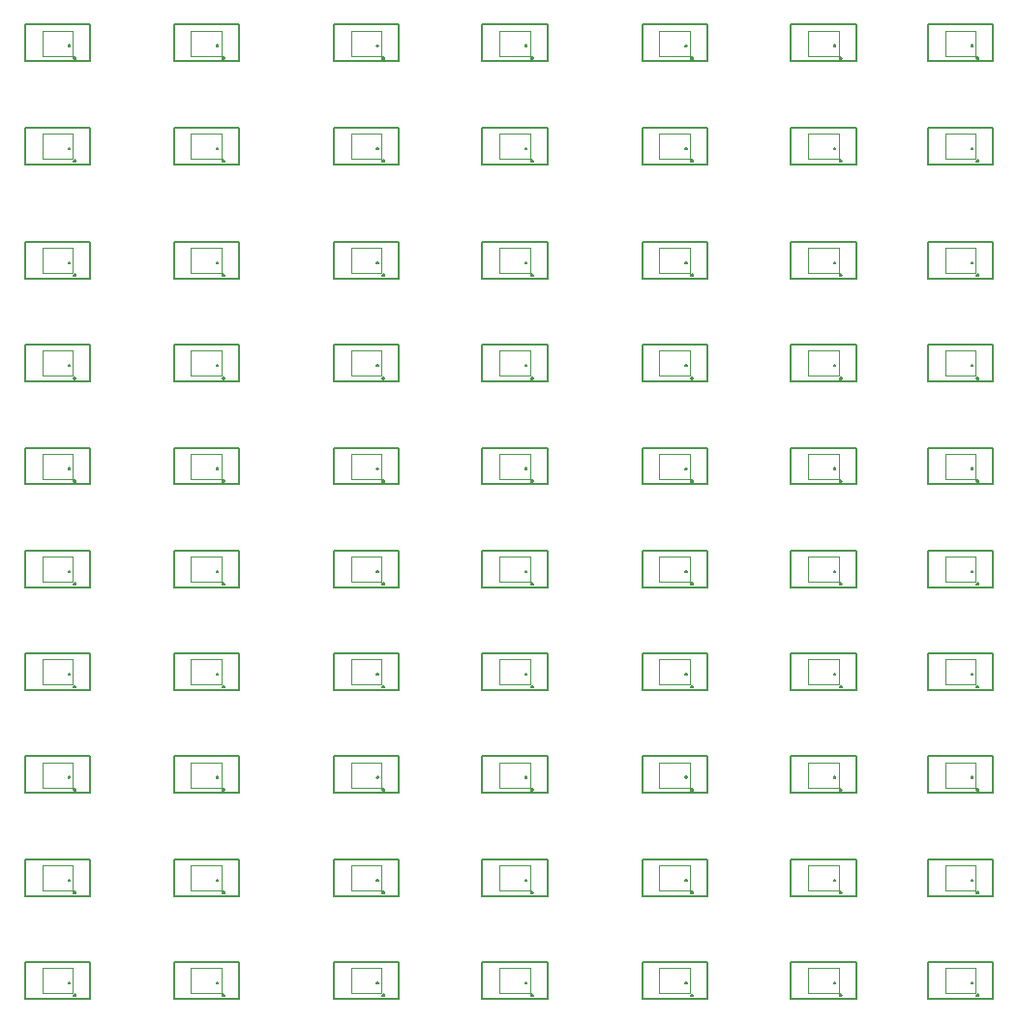
<source format=gto>
G75*
%MOIN*%
%OFA0B0*%
%FSLAX25Y25*%
%IPPOS*%
%LPD*%
%AMOC8*
5,1,8,0,0,1.08239X$1,22.5*
%
%ADD10C,0.00600*%
%ADD11C,0.00500*%
%ADD12C,0.00300*%
D10*
X0036824Y0028950D02*
X0036824Y0041580D01*
X0059265Y0041580D01*
X0059265Y0028950D01*
X0036824Y0028950D01*
X0053593Y0030119D02*
X0053595Y0030154D01*
X0053601Y0030190D01*
X0053611Y0030224D01*
X0053624Y0030257D01*
X0053642Y0030288D01*
X0053662Y0030317D01*
X0053686Y0030343D01*
X0053712Y0030367D01*
X0053741Y0030387D01*
X0053772Y0030405D01*
X0053805Y0030418D01*
X0053839Y0030428D01*
X0053875Y0030434D01*
X0053910Y0030436D01*
X0053945Y0030434D01*
X0053981Y0030428D01*
X0054015Y0030418D01*
X0054048Y0030405D01*
X0054079Y0030387D01*
X0054108Y0030367D01*
X0054134Y0030343D01*
X0054158Y0030317D01*
X0054178Y0030288D01*
X0054196Y0030257D01*
X0054209Y0030224D01*
X0054219Y0030190D01*
X0054225Y0030154D01*
X0054227Y0030119D01*
X0054225Y0030084D01*
X0054219Y0030048D01*
X0054209Y0030014D01*
X0054196Y0029981D01*
X0054178Y0029950D01*
X0054158Y0029921D01*
X0054134Y0029895D01*
X0054108Y0029871D01*
X0054079Y0029851D01*
X0054048Y0029833D01*
X0054015Y0029820D01*
X0053981Y0029810D01*
X0053945Y0029804D01*
X0053910Y0029802D01*
X0053875Y0029804D01*
X0053839Y0029810D01*
X0053805Y0029820D01*
X0053772Y0029833D01*
X0053741Y0029851D01*
X0053712Y0029871D01*
X0053686Y0029895D01*
X0053662Y0029921D01*
X0053642Y0029950D01*
X0053624Y0029981D01*
X0053611Y0030014D01*
X0053601Y0030048D01*
X0053595Y0030084D01*
X0053593Y0030119D01*
X0088005Y0028950D02*
X0088005Y0041580D01*
X0110446Y0041580D01*
X0110446Y0028950D01*
X0088005Y0028950D01*
X0104774Y0030119D02*
X0104776Y0030154D01*
X0104782Y0030190D01*
X0104792Y0030224D01*
X0104805Y0030257D01*
X0104823Y0030288D01*
X0104843Y0030317D01*
X0104867Y0030343D01*
X0104893Y0030367D01*
X0104922Y0030387D01*
X0104953Y0030405D01*
X0104986Y0030418D01*
X0105020Y0030428D01*
X0105056Y0030434D01*
X0105091Y0030436D01*
X0105126Y0030434D01*
X0105162Y0030428D01*
X0105196Y0030418D01*
X0105229Y0030405D01*
X0105260Y0030387D01*
X0105289Y0030367D01*
X0105315Y0030343D01*
X0105339Y0030317D01*
X0105359Y0030288D01*
X0105377Y0030257D01*
X0105390Y0030224D01*
X0105400Y0030190D01*
X0105406Y0030154D01*
X0105408Y0030119D01*
X0105406Y0030084D01*
X0105400Y0030048D01*
X0105390Y0030014D01*
X0105377Y0029981D01*
X0105359Y0029950D01*
X0105339Y0029921D01*
X0105315Y0029895D01*
X0105289Y0029871D01*
X0105260Y0029851D01*
X0105229Y0029833D01*
X0105196Y0029820D01*
X0105162Y0029810D01*
X0105126Y0029804D01*
X0105091Y0029802D01*
X0105056Y0029804D01*
X0105020Y0029810D01*
X0104986Y0029820D01*
X0104953Y0029833D01*
X0104922Y0029851D01*
X0104893Y0029871D01*
X0104867Y0029895D01*
X0104843Y0029921D01*
X0104823Y0029950D01*
X0104805Y0029981D01*
X0104792Y0030014D01*
X0104782Y0030048D01*
X0104776Y0030084D01*
X0104774Y0030119D01*
X0110446Y0064383D02*
X0088005Y0064383D01*
X0088005Y0077013D01*
X0110446Y0077013D01*
X0110446Y0064383D01*
X0104774Y0065552D02*
X0104776Y0065587D01*
X0104782Y0065623D01*
X0104792Y0065657D01*
X0104805Y0065690D01*
X0104823Y0065721D01*
X0104843Y0065750D01*
X0104867Y0065776D01*
X0104893Y0065800D01*
X0104922Y0065820D01*
X0104953Y0065838D01*
X0104986Y0065851D01*
X0105020Y0065861D01*
X0105056Y0065867D01*
X0105091Y0065869D01*
X0105126Y0065867D01*
X0105162Y0065861D01*
X0105196Y0065851D01*
X0105229Y0065838D01*
X0105260Y0065820D01*
X0105289Y0065800D01*
X0105315Y0065776D01*
X0105339Y0065750D01*
X0105359Y0065721D01*
X0105377Y0065690D01*
X0105390Y0065657D01*
X0105400Y0065623D01*
X0105406Y0065587D01*
X0105408Y0065552D01*
X0105406Y0065517D01*
X0105400Y0065481D01*
X0105390Y0065447D01*
X0105377Y0065414D01*
X0105359Y0065383D01*
X0105339Y0065354D01*
X0105315Y0065328D01*
X0105289Y0065304D01*
X0105260Y0065284D01*
X0105229Y0065266D01*
X0105196Y0065253D01*
X0105162Y0065243D01*
X0105126Y0065237D01*
X0105091Y0065235D01*
X0105056Y0065237D01*
X0105020Y0065243D01*
X0104986Y0065253D01*
X0104953Y0065266D01*
X0104922Y0065284D01*
X0104893Y0065304D01*
X0104867Y0065328D01*
X0104843Y0065354D01*
X0104823Y0065383D01*
X0104805Y0065414D01*
X0104792Y0065447D01*
X0104782Y0065481D01*
X0104776Y0065517D01*
X0104774Y0065552D01*
X0110446Y0099816D02*
X0088005Y0099816D01*
X0088005Y0112446D01*
X0110446Y0112446D01*
X0110446Y0099816D01*
X0104774Y0100985D02*
X0104776Y0101020D01*
X0104782Y0101056D01*
X0104792Y0101090D01*
X0104805Y0101123D01*
X0104823Y0101154D01*
X0104843Y0101183D01*
X0104867Y0101209D01*
X0104893Y0101233D01*
X0104922Y0101253D01*
X0104953Y0101271D01*
X0104986Y0101284D01*
X0105020Y0101294D01*
X0105056Y0101300D01*
X0105091Y0101302D01*
X0105126Y0101300D01*
X0105162Y0101294D01*
X0105196Y0101284D01*
X0105229Y0101271D01*
X0105260Y0101253D01*
X0105289Y0101233D01*
X0105315Y0101209D01*
X0105339Y0101183D01*
X0105359Y0101154D01*
X0105377Y0101123D01*
X0105390Y0101090D01*
X0105400Y0101056D01*
X0105406Y0101020D01*
X0105408Y0100985D01*
X0105406Y0100950D01*
X0105400Y0100914D01*
X0105390Y0100880D01*
X0105377Y0100847D01*
X0105359Y0100816D01*
X0105339Y0100787D01*
X0105315Y0100761D01*
X0105289Y0100737D01*
X0105260Y0100717D01*
X0105229Y0100699D01*
X0105196Y0100686D01*
X0105162Y0100676D01*
X0105126Y0100670D01*
X0105091Y0100668D01*
X0105056Y0100670D01*
X0105020Y0100676D01*
X0104986Y0100686D01*
X0104953Y0100699D01*
X0104922Y0100717D01*
X0104893Y0100737D01*
X0104867Y0100761D01*
X0104843Y0100787D01*
X0104823Y0100816D01*
X0104805Y0100847D01*
X0104792Y0100880D01*
X0104782Y0100914D01*
X0104776Y0100950D01*
X0104774Y0100985D01*
X0110446Y0135249D02*
X0088005Y0135249D01*
X0088005Y0147879D01*
X0110446Y0147879D01*
X0110446Y0135249D01*
X0104774Y0136418D02*
X0104776Y0136453D01*
X0104782Y0136489D01*
X0104792Y0136523D01*
X0104805Y0136556D01*
X0104823Y0136587D01*
X0104843Y0136616D01*
X0104867Y0136642D01*
X0104893Y0136666D01*
X0104922Y0136686D01*
X0104953Y0136704D01*
X0104986Y0136717D01*
X0105020Y0136727D01*
X0105056Y0136733D01*
X0105091Y0136735D01*
X0105126Y0136733D01*
X0105162Y0136727D01*
X0105196Y0136717D01*
X0105229Y0136704D01*
X0105260Y0136686D01*
X0105289Y0136666D01*
X0105315Y0136642D01*
X0105339Y0136616D01*
X0105359Y0136587D01*
X0105377Y0136556D01*
X0105390Y0136523D01*
X0105400Y0136489D01*
X0105406Y0136453D01*
X0105408Y0136418D01*
X0105406Y0136383D01*
X0105400Y0136347D01*
X0105390Y0136313D01*
X0105377Y0136280D01*
X0105359Y0136249D01*
X0105339Y0136220D01*
X0105315Y0136194D01*
X0105289Y0136170D01*
X0105260Y0136150D01*
X0105229Y0136132D01*
X0105196Y0136119D01*
X0105162Y0136109D01*
X0105126Y0136103D01*
X0105091Y0136101D01*
X0105056Y0136103D01*
X0105020Y0136109D01*
X0104986Y0136119D01*
X0104953Y0136132D01*
X0104922Y0136150D01*
X0104893Y0136170D01*
X0104867Y0136194D01*
X0104843Y0136220D01*
X0104823Y0136249D01*
X0104805Y0136280D01*
X0104792Y0136313D01*
X0104782Y0136347D01*
X0104776Y0136383D01*
X0104774Y0136418D01*
X0110446Y0170682D02*
X0088005Y0170682D01*
X0088005Y0183312D01*
X0110446Y0183312D01*
X0110446Y0170682D01*
X0104774Y0171851D02*
X0104776Y0171886D01*
X0104782Y0171922D01*
X0104792Y0171956D01*
X0104805Y0171989D01*
X0104823Y0172020D01*
X0104843Y0172049D01*
X0104867Y0172075D01*
X0104893Y0172099D01*
X0104922Y0172119D01*
X0104953Y0172137D01*
X0104986Y0172150D01*
X0105020Y0172160D01*
X0105056Y0172166D01*
X0105091Y0172168D01*
X0105126Y0172166D01*
X0105162Y0172160D01*
X0105196Y0172150D01*
X0105229Y0172137D01*
X0105260Y0172119D01*
X0105289Y0172099D01*
X0105315Y0172075D01*
X0105339Y0172049D01*
X0105359Y0172020D01*
X0105377Y0171989D01*
X0105390Y0171956D01*
X0105400Y0171922D01*
X0105406Y0171886D01*
X0105408Y0171851D01*
X0105406Y0171816D01*
X0105400Y0171780D01*
X0105390Y0171746D01*
X0105377Y0171713D01*
X0105359Y0171682D01*
X0105339Y0171653D01*
X0105315Y0171627D01*
X0105289Y0171603D01*
X0105260Y0171583D01*
X0105229Y0171565D01*
X0105196Y0171552D01*
X0105162Y0171542D01*
X0105126Y0171536D01*
X0105091Y0171534D01*
X0105056Y0171536D01*
X0105020Y0171542D01*
X0104986Y0171552D01*
X0104953Y0171565D01*
X0104922Y0171583D01*
X0104893Y0171603D01*
X0104867Y0171627D01*
X0104843Y0171653D01*
X0104823Y0171682D01*
X0104805Y0171713D01*
X0104792Y0171746D01*
X0104782Y0171780D01*
X0104776Y0171816D01*
X0104774Y0171851D01*
X0110446Y0206115D02*
X0088005Y0206115D01*
X0088005Y0218745D01*
X0110446Y0218745D01*
X0110446Y0206115D01*
X0104774Y0207284D02*
X0104776Y0207319D01*
X0104782Y0207355D01*
X0104792Y0207389D01*
X0104805Y0207422D01*
X0104823Y0207453D01*
X0104843Y0207482D01*
X0104867Y0207508D01*
X0104893Y0207532D01*
X0104922Y0207552D01*
X0104953Y0207570D01*
X0104986Y0207583D01*
X0105020Y0207593D01*
X0105056Y0207599D01*
X0105091Y0207601D01*
X0105126Y0207599D01*
X0105162Y0207593D01*
X0105196Y0207583D01*
X0105229Y0207570D01*
X0105260Y0207552D01*
X0105289Y0207532D01*
X0105315Y0207508D01*
X0105339Y0207482D01*
X0105359Y0207453D01*
X0105377Y0207422D01*
X0105390Y0207389D01*
X0105400Y0207355D01*
X0105406Y0207319D01*
X0105408Y0207284D01*
X0105406Y0207249D01*
X0105400Y0207213D01*
X0105390Y0207179D01*
X0105377Y0207146D01*
X0105359Y0207115D01*
X0105339Y0207086D01*
X0105315Y0207060D01*
X0105289Y0207036D01*
X0105260Y0207016D01*
X0105229Y0206998D01*
X0105196Y0206985D01*
X0105162Y0206975D01*
X0105126Y0206969D01*
X0105091Y0206967D01*
X0105056Y0206969D01*
X0105020Y0206975D01*
X0104986Y0206985D01*
X0104953Y0206998D01*
X0104922Y0207016D01*
X0104893Y0207036D01*
X0104867Y0207060D01*
X0104843Y0207086D01*
X0104823Y0207115D01*
X0104805Y0207146D01*
X0104792Y0207179D01*
X0104782Y0207213D01*
X0104776Y0207249D01*
X0104774Y0207284D01*
X0110446Y0241548D02*
X0088005Y0241548D01*
X0088005Y0254178D01*
X0110446Y0254178D01*
X0110446Y0241548D01*
X0104774Y0242717D02*
X0104776Y0242752D01*
X0104782Y0242788D01*
X0104792Y0242822D01*
X0104805Y0242855D01*
X0104823Y0242886D01*
X0104843Y0242915D01*
X0104867Y0242941D01*
X0104893Y0242965D01*
X0104922Y0242985D01*
X0104953Y0243003D01*
X0104986Y0243016D01*
X0105020Y0243026D01*
X0105056Y0243032D01*
X0105091Y0243034D01*
X0105126Y0243032D01*
X0105162Y0243026D01*
X0105196Y0243016D01*
X0105229Y0243003D01*
X0105260Y0242985D01*
X0105289Y0242965D01*
X0105315Y0242941D01*
X0105339Y0242915D01*
X0105359Y0242886D01*
X0105377Y0242855D01*
X0105390Y0242822D01*
X0105400Y0242788D01*
X0105406Y0242752D01*
X0105408Y0242717D01*
X0105406Y0242682D01*
X0105400Y0242646D01*
X0105390Y0242612D01*
X0105377Y0242579D01*
X0105359Y0242548D01*
X0105339Y0242519D01*
X0105315Y0242493D01*
X0105289Y0242469D01*
X0105260Y0242449D01*
X0105229Y0242431D01*
X0105196Y0242418D01*
X0105162Y0242408D01*
X0105126Y0242402D01*
X0105091Y0242400D01*
X0105056Y0242402D01*
X0105020Y0242408D01*
X0104986Y0242418D01*
X0104953Y0242431D01*
X0104922Y0242449D01*
X0104893Y0242469D01*
X0104867Y0242493D01*
X0104843Y0242519D01*
X0104823Y0242548D01*
X0104805Y0242579D01*
X0104792Y0242612D01*
X0104782Y0242646D01*
X0104776Y0242682D01*
X0104774Y0242717D01*
X0110446Y0276981D02*
X0088005Y0276981D01*
X0088005Y0289611D01*
X0110446Y0289611D01*
X0110446Y0276981D01*
X0104774Y0278150D02*
X0104776Y0278185D01*
X0104782Y0278221D01*
X0104792Y0278255D01*
X0104805Y0278288D01*
X0104823Y0278319D01*
X0104843Y0278348D01*
X0104867Y0278374D01*
X0104893Y0278398D01*
X0104922Y0278418D01*
X0104953Y0278436D01*
X0104986Y0278449D01*
X0105020Y0278459D01*
X0105056Y0278465D01*
X0105091Y0278467D01*
X0105126Y0278465D01*
X0105162Y0278459D01*
X0105196Y0278449D01*
X0105229Y0278436D01*
X0105260Y0278418D01*
X0105289Y0278398D01*
X0105315Y0278374D01*
X0105339Y0278348D01*
X0105359Y0278319D01*
X0105377Y0278288D01*
X0105390Y0278255D01*
X0105400Y0278221D01*
X0105406Y0278185D01*
X0105408Y0278150D01*
X0105406Y0278115D01*
X0105400Y0278079D01*
X0105390Y0278045D01*
X0105377Y0278012D01*
X0105359Y0277981D01*
X0105339Y0277952D01*
X0105315Y0277926D01*
X0105289Y0277902D01*
X0105260Y0277882D01*
X0105229Y0277864D01*
X0105196Y0277851D01*
X0105162Y0277841D01*
X0105126Y0277835D01*
X0105091Y0277833D01*
X0105056Y0277835D01*
X0105020Y0277841D01*
X0104986Y0277851D01*
X0104953Y0277864D01*
X0104922Y0277882D01*
X0104893Y0277902D01*
X0104867Y0277926D01*
X0104843Y0277952D01*
X0104823Y0277981D01*
X0104805Y0278012D01*
X0104792Y0278045D01*
X0104782Y0278079D01*
X0104776Y0278115D01*
X0104774Y0278150D01*
X0110446Y0316351D02*
X0088005Y0316351D01*
X0088005Y0328981D01*
X0110446Y0328981D01*
X0110446Y0316351D01*
X0104774Y0317520D02*
X0104776Y0317555D01*
X0104782Y0317591D01*
X0104792Y0317625D01*
X0104805Y0317658D01*
X0104823Y0317689D01*
X0104843Y0317718D01*
X0104867Y0317744D01*
X0104893Y0317768D01*
X0104922Y0317788D01*
X0104953Y0317806D01*
X0104986Y0317819D01*
X0105020Y0317829D01*
X0105056Y0317835D01*
X0105091Y0317837D01*
X0105126Y0317835D01*
X0105162Y0317829D01*
X0105196Y0317819D01*
X0105229Y0317806D01*
X0105260Y0317788D01*
X0105289Y0317768D01*
X0105315Y0317744D01*
X0105339Y0317718D01*
X0105359Y0317689D01*
X0105377Y0317658D01*
X0105390Y0317625D01*
X0105400Y0317591D01*
X0105406Y0317555D01*
X0105408Y0317520D01*
X0105406Y0317485D01*
X0105400Y0317449D01*
X0105390Y0317415D01*
X0105377Y0317382D01*
X0105359Y0317351D01*
X0105339Y0317322D01*
X0105315Y0317296D01*
X0105289Y0317272D01*
X0105260Y0317252D01*
X0105229Y0317234D01*
X0105196Y0317221D01*
X0105162Y0317211D01*
X0105126Y0317205D01*
X0105091Y0317203D01*
X0105056Y0317205D01*
X0105020Y0317211D01*
X0104986Y0317221D01*
X0104953Y0317234D01*
X0104922Y0317252D01*
X0104893Y0317272D01*
X0104867Y0317296D01*
X0104843Y0317322D01*
X0104823Y0317351D01*
X0104805Y0317382D01*
X0104792Y0317415D01*
X0104782Y0317449D01*
X0104776Y0317485D01*
X0104774Y0317520D01*
X0110446Y0351784D02*
X0088005Y0351784D01*
X0088005Y0364414D01*
X0110446Y0364414D01*
X0110446Y0351784D01*
X0104774Y0352954D02*
X0104776Y0352989D01*
X0104782Y0353025D01*
X0104792Y0353059D01*
X0104805Y0353092D01*
X0104823Y0353123D01*
X0104843Y0353152D01*
X0104867Y0353178D01*
X0104893Y0353202D01*
X0104922Y0353222D01*
X0104953Y0353240D01*
X0104986Y0353253D01*
X0105020Y0353263D01*
X0105056Y0353269D01*
X0105091Y0353271D01*
X0105126Y0353269D01*
X0105162Y0353263D01*
X0105196Y0353253D01*
X0105229Y0353240D01*
X0105260Y0353222D01*
X0105289Y0353202D01*
X0105315Y0353178D01*
X0105339Y0353152D01*
X0105359Y0353123D01*
X0105377Y0353092D01*
X0105390Y0353059D01*
X0105400Y0353025D01*
X0105406Y0352989D01*
X0105408Y0352954D01*
X0105406Y0352919D01*
X0105400Y0352883D01*
X0105390Y0352849D01*
X0105377Y0352816D01*
X0105359Y0352785D01*
X0105339Y0352756D01*
X0105315Y0352730D01*
X0105289Y0352706D01*
X0105260Y0352686D01*
X0105229Y0352668D01*
X0105196Y0352655D01*
X0105162Y0352645D01*
X0105126Y0352639D01*
X0105091Y0352637D01*
X0105056Y0352639D01*
X0105020Y0352645D01*
X0104986Y0352655D01*
X0104953Y0352668D01*
X0104922Y0352686D01*
X0104893Y0352706D01*
X0104867Y0352730D01*
X0104843Y0352756D01*
X0104823Y0352785D01*
X0104805Y0352816D01*
X0104792Y0352849D01*
X0104782Y0352883D01*
X0104776Y0352919D01*
X0104774Y0352954D01*
X0143123Y0351784D02*
X0143123Y0364414D01*
X0165564Y0364414D01*
X0165564Y0351784D01*
X0143123Y0351784D01*
X0159892Y0352954D02*
X0159894Y0352989D01*
X0159900Y0353025D01*
X0159910Y0353059D01*
X0159923Y0353092D01*
X0159941Y0353123D01*
X0159961Y0353152D01*
X0159985Y0353178D01*
X0160011Y0353202D01*
X0160040Y0353222D01*
X0160071Y0353240D01*
X0160104Y0353253D01*
X0160138Y0353263D01*
X0160174Y0353269D01*
X0160209Y0353271D01*
X0160244Y0353269D01*
X0160280Y0353263D01*
X0160314Y0353253D01*
X0160347Y0353240D01*
X0160378Y0353222D01*
X0160407Y0353202D01*
X0160433Y0353178D01*
X0160457Y0353152D01*
X0160477Y0353123D01*
X0160495Y0353092D01*
X0160508Y0353059D01*
X0160518Y0353025D01*
X0160524Y0352989D01*
X0160526Y0352954D01*
X0160524Y0352919D01*
X0160518Y0352883D01*
X0160508Y0352849D01*
X0160495Y0352816D01*
X0160477Y0352785D01*
X0160457Y0352756D01*
X0160433Y0352730D01*
X0160407Y0352706D01*
X0160378Y0352686D01*
X0160347Y0352668D01*
X0160314Y0352655D01*
X0160280Y0352645D01*
X0160244Y0352639D01*
X0160209Y0352637D01*
X0160174Y0352639D01*
X0160138Y0352645D01*
X0160104Y0352655D01*
X0160071Y0352668D01*
X0160040Y0352686D01*
X0160011Y0352706D01*
X0159985Y0352730D01*
X0159961Y0352756D01*
X0159941Y0352785D01*
X0159923Y0352816D01*
X0159910Y0352849D01*
X0159900Y0352883D01*
X0159894Y0352919D01*
X0159892Y0352954D01*
X0165564Y0328981D02*
X0143123Y0328981D01*
X0143123Y0316351D01*
X0165564Y0316351D01*
X0165564Y0328981D01*
X0159892Y0317520D02*
X0159894Y0317555D01*
X0159900Y0317591D01*
X0159910Y0317625D01*
X0159923Y0317658D01*
X0159941Y0317689D01*
X0159961Y0317718D01*
X0159985Y0317744D01*
X0160011Y0317768D01*
X0160040Y0317788D01*
X0160071Y0317806D01*
X0160104Y0317819D01*
X0160138Y0317829D01*
X0160174Y0317835D01*
X0160209Y0317837D01*
X0160244Y0317835D01*
X0160280Y0317829D01*
X0160314Y0317819D01*
X0160347Y0317806D01*
X0160378Y0317788D01*
X0160407Y0317768D01*
X0160433Y0317744D01*
X0160457Y0317718D01*
X0160477Y0317689D01*
X0160495Y0317658D01*
X0160508Y0317625D01*
X0160518Y0317591D01*
X0160524Y0317555D01*
X0160526Y0317520D01*
X0160524Y0317485D01*
X0160518Y0317449D01*
X0160508Y0317415D01*
X0160495Y0317382D01*
X0160477Y0317351D01*
X0160457Y0317322D01*
X0160433Y0317296D01*
X0160407Y0317272D01*
X0160378Y0317252D01*
X0160347Y0317234D01*
X0160314Y0317221D01*
X0160280Y0317211D01*
X0160244Y0317205D01*
X0160209Y0317203D01*
X0160174Y0317205D01*
X0160138Y0317211D01*
X0160104Y0317221D01*
X0160071Y0317234D01*
X0160040Y0317252D01*
X0160011Y0317272D01*
X0159985Y0317296D01*
X0159961Y0317322D01*
X0159941Y0317351D01*
X0159923Y0317382D01*
X0159910Y0317415D01*
X0159900Y0317449D01*
X0159894Y0317485D01*
X0159892Y0317520D01*
X0165564Y0289611D02*
X0143123Y0289611D01*
X0143123Y0276981D01*
X0165564Y0276981D01*
X0165564Y0289611D01*
X0159892Y0278150D02*
X0159894Y0278185D01*
X0159900Y0278221D01*
X0159910Y0278255D01*
X0159923Y0278288D01*
X0159941Y0278319D01*
X0159961Y0278348D01*
X0159985Y0278374D01*
X0160011Y0278398D01*
X0160040Y0278418D01*
X0160071Y0278436D01*
X0160104Y0278449D01*
X0160138Y0278459D01*
X0160174Y0278465D01*
X0160209Y0278467D01*
X0160244Y0278465D01*
X0160280Y0278459D01*
X0160314Y0278449D01*
X0160347Y0278436D01*
X0160378Y0278418D01*
X0160407Y0278398D01*
X0160433Y0278374D01*
X0160457Y0278348D01*
X0160477Y0278319D01*
X0160495Y0278288D01*
X0160508Y0278255D01*
X0160518Y0278221D01*
X0160524Y0278185D01*
X0160526Y0278150D01*
X0160524Y0278115D01*
X0160518Y0278079D01*
X0160508Y0278045D01*
X0160495Y0278012D01*
X0160477Y0277981D01*
X0160457Y0277952D01*
X0160433Y0277926D01*
X0160407Y0277902D01*
X0160378Y0277882D01*
X0160347Y0277864D01*
X0160314Y0277851D01*
X0160280Y0277841D01*
X0160244Y0277835D01*
X0160209Y0277833D01*
X0160174Y0277835D01*
X0160138Y0277841D01*
X0160104Y0277851D01*
X0160071Y0277864D01*
X0160040Y0277882D01*
X0160011Y0277902D01*
X0159985Y0277926D01*
X0159961Y0277952D01*
X0159941Y0277981D01*
X0159923Y0278012D01*
X0159910Y0278045D01*
X0159900Y0278079D01*
X0159894Y0278115D01*
X0159892Y0278150D01*
X0165564Y0254178D02*
X0143123Y0254178D01*
X0143123Y0241548D01*
X0165564Y0241548D01*
X0165564Y0254178D01*
X0159892Y0242717D02*
X0159894Y0242752D01*
X0159900Y0242788D01*
X0159910Y0242822D01*
X0159923Y0242855D01*
X0159941Y0242886D01*
X0159961Y0242915D01*
X0159985Y0242941D01*
X0160011Y0242965D01*
X0160040Y0242985D01*
X0160071Y0243003D01*
X0160104Y0243016D01*
X0160138Y0243026D01*
X0160174Y0243032D01*
X0160209Y0243034D01*
X0160244Y0243032D01*
X0160280Y0243026D01*
X0160314Y0243016D01*
X0160347Y0243003D01*
X0160378Y0242985D01*
X0160407Y0242965D01*
X0160433Y0242941D01*
X0160457Y0242915D01*
X0160477Y0242886D01*
X0160495Y0242855D01*
X0160508Y0242822D01*
X0160518Y0242788D01*
X0160524Y0242752D01*
X0160526Y0242717D01*
X0160524Y0242682D01*
X0160518Y0242646D01*
X0160508Y0242612D01*
X0160495Y0242579D01*
X0160477Y0242548D01*
X0160457Y0242519D01*
X0160433Y0242493D01*
X0160407Y0242469D01*
X0160378Y0242449D01*
X0160347Y0242431D01*
X0160314Y0242418D01*
X0160280Y0242408D01*
X0160244Y0242402D01*
X0160209Y0242400D01*
X0160174Y0242402D01*
X0160138Y0242408D01*
X0160104Y0242418D01*
X0160071Y0242431D01*
X0160040Y0242449D01*
X0160011Y0242469D01*
X0159985Y0242493D01*
X0159961Y0242519D01*
X0159941Y0242548D01*
X0159923Y0242579D01*
X0159910Y0242612D01*
X0159900Y0242646D01*
X0159894Y0242682D01*
X0159892Y0242717D01*
X0165564Y0218745D02*
X0143123Y0218745D01*
X0143123Y0206115D01*
X0165564Y0206115D01*
X0165564Y0218745D01*
X0159892Y0207284D02*
X0159894Y0207319D01*
X0159900Y0207355D01*
X0159910Y0207389D01*
X0159923Y0207422D01*
X0159941Y0207453D01*
X0159961Y0207482D01*
X0159985Y0207508D01*
X0160011Y0207532D01*
X0160040Y0207552D01*
X0160071Y0207570D01*
X0160104Y0207583D01*
X0160138Y0207593D01*
X0160174Y0207599D01*
X0160209Y0207601D01*
X0160244Y0207599D01*
X0160280Y0207593D01*
X0160314Y0207583D01*
X0160347Y0207570D01*
X0160378Y0207552D01*
X0160407Y0207532D01*
X0160433Y0207508D01*
X0160457Y0207482D01*
X0160477Y0207453D01*
X0160495Y0207422D01*
X0160508Y0207389D01*
X0160518Y0207355D01*
X0160524Y0207319D01*
X0160526Y0207284D01*
X0160524Y0207249D01*
X0160518Y0207213D01*
X0160508Y0207179D01*
X0160495Y0207146D01*
X0160477Y0207115D01*
X0160457Y0207086D01*
X0160433Y0207060D01*
X0160407Y0207036D01*
X0160378Y0207016D01*
X0160347Y0206998D01*
X0160314Y0206985D01*
X0160280Y0206975D01*
X0160244Y0206969D01*
X0160209Y0206967D01*
X0160174Y0206969D01*
X0160138Y0206975D01*
X0160104Y0206985D01*
X0160071Y0206998D01*
X0160040Y0207016D01*
X0160011Y0207036D01*
X0159985Y0207060D01*
X0159961Y0207086D01*
X0159941Y0207115D01*
X0159923Y0207146D01*
X0159910Y0207179D01*
X0159900Y0207213D01*
X0159894Y0207249D01*
X0159892Y0207284D01*
X0165564Y0183312D02*
X0143123Y0183312D01*
X0143123Y0170682D01*
X0165564Y0170682D01*
X0165564Y0183312D01*
X0159892Y0171851D02*
X0159894Y0171886D01*
X0159900Y0171922D01*
X0159910Y0171956D01*
X0159923Y0171989D01*
X0159941Y0172020D01*
X0159961Y0172049D01*
X0159985Y0172075D01*
X0160011Y0172099D01*
X0160040Y0172119D01*
X0160071Y0172137D01*
X0160104Y0172150D01*
X0160138Y0172160D01*
X0160174Y0172166D01*
X0160209Y0172168D01*
X0160244Y0172166D01*
X0160280Y0172160D01*
X0160314Y0172150D01*
X0160347Y0172137D01*
X0160378Y0172119D01*
X0160407Y0172099D01*
X0160433Y0172075D01*
X0160457Y0172049D01*
X0160477Y0172020D01*
X0160495Y0171989D01*
X0160508Y0171956D01*
X0160518Y0171922D01*
X0160524Y0171886D01*
X0160526Y0171851D01*
X0160524Y0171816D01*
X0160518Y0171780D01*
X0160508Y0171746D01*
X0160495Y0171713D01*
X0160477Y0171682D01*
X0160457Y0171653D01*
X0160433Y0171627D01*
X0160407Y0171603D01*
X0160378Y0171583D01*
X0160347Y0171565D01*
X0160314Y0171552D01*
X0160280Y0171542D01*
X0160244Y0171536D01*
X0160209Y0171534D01*
X0160174Y0171536D01*
X0160138Y0171542D01*
X0160104Y0171552D01*
X0160071Y0171565D01*
X0160040Y0171583D01*
X0160011Y0171603D01*
X0159985Y0171627D01*
X0159961Y0171653D01*
X0159941Y0171682D01*
X0159923Y0171713D01*
X0159910Y0171746D01*
X0159900Y0171780D01*
X0159894Y0171816D01*
X0159892Y0171851D01*
X0165564Y0147879D02*
X0143123Y0147879D01*
X0143123Y0135249D01*
X0165564Y0135249D01*
X0165564Y0147879D01*
X0159892Y0136418D02*
X0159894Y0136453D01*
X0159900Y0136489D01*
X0159910Y0136523D01*
X0159923Y0136556D01*
X0159941Y0136587D01*
X0159961Y0136616D01*
X0159985Y0136642D01*
X0160011Y0136666D01*
X0160040Y0136686D01*
X0160071Y0136704D01*
X0160104Y0136717D01*
X0160138Y0136727D01*
X0160174Y0136733D01*
X0160209Y0136735D01*
X0160244Y0136733D01*
X0160280Y0136727D01*
X0160314Y0136717D01*
X0160347Y0136704D01*
X0160378Y0136686D01*
X0160407Y0136666D01*
X0160433Y0136642D01*
X0160457Y0136616D01*
X0160477Y0136587D01*
X0160495Y0136556D01*
X0160508Y0136523D01*
X0160518Y0136489D01*
X0160524Y0136453D01*
X0160526Y0136418D01*
X0160524Y0136383D01*
X0160518Y0136347D01*
X0160508Y0136313D01*
X0160495Y0136280D01*
X0160477Y0136249D01*
X0160457Y0136220D01*
X0160433Y0136194D01*
X0160407Y0136170D01*
X0160378Y0136150D01*
X0160347Y0136132D01*
X0160314Y0136119D01*
X0160280Y0136109D01*
X0160244Y0136103D01*
X0160209Y0136101D01*
X0160174Y0136103D01*
X0160138Y0136109D01*
X0160104Y0136119D01*
X0160071Y0136132D01*
X0160040Y0136150D01*
X0160011Y0136170D01*
X0159985Y0136194D01*
X0159961Y0136220D01*
X0159941Y0136249D01*
X0159923Y0136280D01*
X0159910Y0136313D01*
X0159900Y0136347D01*
X0159894Y0136383D01*
X0159892Y0136418D01*
X0165564Y0112446D02*
X0143123Y0112446D01*
X0143123Y0099816D01*
X0165564Y0099816D01*
X0165564Y0112446D01*
X0159892Y0100985D02*
X0159894Y0101020D01*
X0159900Y0101056D01*
X0159910Y0101090D01*
X0159923Y0101123D01*
X0159941Y0101154D01*
X0159961Y0101183D01*
X0159985Y0101209D01*
X0160011Y0101233D01*
X0160040Y0101253D01*
X0160071Y0101271D01*
X0160104Y0101284D01*
X0160138Y0101294D01*
X0160174Y0101300D01*
X0160209Y0101302D01*
X0160244Y0101300D01*
X0160280Y0101294D01*
X0160314Y0101284D01*
X0160347Y0101271D01*
X0160378Y0101253D01*
X0160407Y0101233D01*
X0160433Y0101209D01*
X0160457Y0101183D01*
X0160477Y0101154D01*
X0160495Y0101123D01*
X0160508Y0101090D01*
X0160518Y0101056D01*
X0160524Y0101020D01*
X0160526Y0100985D01*
X0160524Y0100950D01*
X0160518Y0100914D01*
X0160508Y0100880D01*
X0160495Y0100847D01*
X0160477Y0100816D01*
X0160457Y0100787D01*
X0160433Y0100761D01*
X0160407Y0100737D01*
X0160378Y0100717D01*
X0160347Y0100699D01*
X0160314Y0100686D01*
X0160280Y0100676D01*
X0160244Y0100670D01*
X0160209Y0100668D01*
X0160174Y0100670D01*
X0160138Y0100676D01*
X0160104Y0100686D01*
X0160071Y0100699D01*
X0160040Y0100717D01*
X0160011Y0100737D01*
X0159985Y0100761D01*
X0159961Y0100787D01*
X0159941Y0100816D01*
X0159923Y0100847D01*
X0159910Y0100880D01*
X0159900Y0100914D01*
X0159894Y0100950D01*
X0159892Y0100985D01*
X0165564Y0077013D02*
X0143123Y0077013D01*
X0143123Y0064383D01*
X0165564Y0064383D01*
X0165564Y0077013D01*
X0159892Y0065552D02*
X0159894Y0065587D01*
X0159900Y0065623D01*
X0159910Y0065657D01*
X0159923Y0065690D01*
X0159941Y0065721D01*
X0159961Y0065750D01*
X0159985Y0065776D01*
X0160011Y0065800D01*
X0160040Y0065820D01*
X0160071Y0065838D01*
X0160104Y0065851D01*
X0160138Y0065861D01*
X0160174Y0065867D01*
X0160209Y0065869D01*
X0160244Y0065867D01*
X0160280Y0065861D01*
X0160314Y0065851D01*
X0160347Y0065838D01*
X0160378Y0065820D01*
X0160407Y0065800D01*
X0160433Y0065776D01*
X0160457Y0065750D01*
X0160477Y0065721D01*
X0160495Y0065690D01*
X0160508Y0065657D01*
X0160518Y0065623D01*
X0160524Y0065587D01*
X0160526Y0065552D01*
X0160524Y0065517D01*
X0160518Y0065481D01*
X0160508Y0065447D01*
X0160495Y0065414D01*
X0160477Y0065383D01*
X0160457Y0065354D01*
X0160433Y0065328D01*
X0160407Y0065304D01*
X0160378Y0065284D01*
X0160347Y0065266D01*
X0160314Y0065253D01*
X0160280Y0065243D01*
X0160244Y0065237D01*
X0160209Y0065235D01*
X0160174Y0065237D01*
X0160138Y0065243D01*
X0160104Y0065253D01*
X0160071Y0065266D01*
X0160040Y0065284D01*
X0160011Y0065304D01*
X0159985Y0065328D01*
X0159961Y0065354D01*
X0159941Y0065383D01*
X0159923Y0065414D01*
X0159910Y0065447D01*
X0159900Y0065481D01*
X0159894Y0065517D01*
X0159892Y0065552D01*
X0165564Y0041580D02*
X0143123Y0041580D01*
X0143123Y0028950D01*
X0165564Y0028950D01*
X0165564Y0041580D01*
X0159892Y0030119D02*
X0159894Y0030154D01*
X0159900Y0030190D01*
X0159910Y0030224D01*
X0159923Y0030257D01*
X0159941Y0030288D01*
X0159961Y0030317D01*
X0159985Y0030343D01*
X0160011Y0030367D01*
X0160040Y0030387D01*
X0160071Y0030405D01*
X0160104Y0030418D01*
X0160138Y0030428D01*
X0160174Y0030434D01*
X0160209Y0030436D01*
X0160244Y0030434D01*
X0160280Y0030428D01*
X0160314Y0030418D01*
X0160347Y0030405D01*
X0160378Y0030387D01*
X0160407Y0030367D01*
X0160433Y0030343D01*
X0160457Y0030317D01*
X0160477Y0030288D01*
X0160495Y0030257D01*
X0160508Y0030224D01*
X0160518Y0030190D01*
X0160524Y0030154D01*
X0160526Y0030119D01*
X0160524Y0030084D01*
X0160518Y0030048D01*
X0160508Y0030014D01*
X0160495Y0029981D01*
X0160477Y0029950D01*
X0160457Y0029921D01*
X0160433Y0029895D01*
X0160407Y0029871D01*
X0160378Y0029851D01*
X0160347Y0029833D01*
X0160314Y0029820D01*
X0160280Y0029810D01*
X0160244Y0029804D01*
X0160209Y0029802D01*
X0160174Y0029804D01*
X0160138Y0029810D01*
X0160104Y0029820D01*
X0160071Y0029833D01*
X0160040Y0029851D01*
X0160011Y0029871D01*
X0159985Y0029895D01*
X0159961Y0029921D01*
X0159941Y0029950D01*
X0159923Y0029981D01*
X0159910Y0030014D01*
X0159900Y0030048D01*
X0159894Y0030084D01*
X0159892Y0030119D01*
X0194304Y0028950D02*
X0194304Y0041580D01*
X0216745Y0041580D01*
X0216745Y0028950D01*
X0194304Y0028950D01*
X0211074Y0030119D02*
X0211076Y0030154D01*
X0211082Y0030190D01*
X0211092Y0030224D01*
X0211105Y0030257D01*
X0211123Y0030288D01*
X0211143Y0030317D01*
X0211167Y0030343D01*
X0211193Y0030367D01*
X0211222Y0030387D01*
X0211253Y0030405D01*
X0211286Y0030418D01*
X0211320Y0030428D01*
X0211356Y0030434D01*
X0211391Y0030436D01*
X0211426Y0030434D01*
X0211462Y0030428D01*
X0211496Y0030418D01*
X0211529Y0030405D01*
X0211560Y0030387D01*
X0211589Y0030367D01*
X0211615Y0030343D01*
X0211639Y0030317D01*
X0211659Y0030288D01*
X0211677Y0030257D01*
X0211690Y0030224D01*
X0211700Y0030190D01*
X0211706Y0030154D01*
X0211708Y0030119D01*
X0211706Y0030084D01*
X0211700Y0030048D01*
X0211690Y0030014D01*
X0211677Y0029981D01*
X0211659Y0029950D01*
X0211639Y0029921D01*
X0211615Y0029895D01*
X0211589Y0029871D01*
X0211560Y0029851D01*
X0211529Y0029833D01*
X0211496Y0029820D01*
X0211462Y0029810D01*
X0211426Y0029804D01*
X0211391Y0029802D01*
X0211356Y0029804D01*
X0211320Y0029810D01*
X0211286Y0029820D01*
X0211253Y0029833D01*
X0211222Y0029851D01*
X0211193Y0029871D01*
X0211167Y0029895D01*
X0211143Y0029921D01*
X0211123Y0029950D01*
X0211105Y0029981D01*
X0211092Y0030014D01*
X0211082Y0030048D01*
X0211076Y0030084D01*
X0211074Y0030119D01*
X0216745Y0064383D02*
X0194304Y0064383D01*
X0194304Y0077013D01*
X0216745Y0077013D01*
X0216745Y0064383D01*
X0211074Y0065552D02*
X0211076Y0065587D01*
X0211082Y0065623D01*
X0211092Y0065657D01*
X0211105Y0065690D01*
X0211123Y0065721D01*
X0211143Y0065750D01*
X0211167Y0065776D01*
X0211193Y0065800D01*
X0211222Y0065820D01*
X0211253Y0065838D01*
X0211286Y0065851D01*
X0211320Y0065861D01*
X0211356Y0065867D01*
X0211391Y0065869D01*
X0211426Y0065867D01*
X0211462Y0065861D01*
X0211496Y0065851D01*
X0211529Y0065838D01*
X0211560Y0065820D01*
X0211589Y0065800D01*
X0211615Y0065776D01*
X0211639Y0065750D01*
X0211659Y0065721D01*
X0211677Y0065690D01*
X0211690Y0065657D01*
X0211700Y0065623D01*
X0211706Y0065587D01*
X0211708Y0065552D01*
X0211706Y0065517D01*
X0211700Y0065481D01*
X0211690Y0065447D01*
X0211677Y0065414D01*
X0211659Y0065383D01*
X0211639Y0065354D01*
X0211615Y0065328D01*
X0211589Y0065304D01*
X0211560Y0065284D01*
X0211529Y0065266D01*
X0211496Y0065253D01*
X0211462Y0065243D01*
X0211426Y0065237D01*
X0211391Y0065235D01*
X0211356Y0065237D01*
X0211320Y0065243D01*
X0211286Y0065253D01*
X0211253Y0065266D01*
X0211222Y0065284D01*
X0211193Y0065304D01*
X0211167Y0065328D01*
X0211143Y0065354D01*
X0211123Y0065383D01*
X0211105Y0065414D01*
X0211092Y0065447D01*
X0211082Y0065481D01*
X0211076Y0065517D01*
X0211074Y0065552D01*
X0216745Y0099816D02*
X0194304Y0099816D01*
X0194304Y0112446D01*
X0216745Y0112446D01*
X0216745Y0099816D01*
X0211074Y0100985D02*
X0211076Y0101020D01*
X0211082Y0101056D01*
X0211092Y0101090D01*
X0211105Y0101123D01*
X0211123Y0101154D01*
X0211143Y0101183D01*
X0211167Y0101209D01*
X0211193Y0101233D01*
X0211222Y0101253D01*
X0211253Y0101271D01*
X0211286Y0101284D01*
X0211320Y0101294D01*
X0211356Y0101300D01*
X0211391Y0101302D01*
X0211426Y0101300D01*
X0211462Y0101294D01*
X0211496Y0101284D01*
X0211529Y0101271D01*
X0211560Y0101253D01*
X0211589Y0101233D01*
X0211615Y0101209D01*
X0211639Y0101183D01*
X0211659Y0101154D01*
X0211677Y0101123D01*
X0211690Y0101090D01*
X0211700Y0101056D01*
X0211706Y0101020D01*
X0211708Y0100985D01*
X0211706Y0100950D01*
X0211700Y0100914D01*
X0211690Y0100880D01*
X0211677Y0100847D01*
X0211659Y0100816D01*
X0211639Y0100787D01*
X0211615Y0100761D01*
X0211589Y0100737D01*
X0211560Y0100717D01*
X0211529Y0100699D01*
X0211496Y0100686D01*
X0211462Y0100676D01*
X0211426Y0100670D01*
X0211391Y0100668D01*
X0211356Y0100670D01*
X0211320Y0100676D01*
X0211286Y0100686D01*
X0211253Y0100699D01*
X0211222Y0100717D01*
X0211193Y0100737D01*
X0211167Y0100761D01*
X0211143Y0100787D01*
X0211123Y0100816D01*
X0211105Y0100847D01*
X0211092Y0100880D01*
X0211082Y0100914D01*
X0211076Y0100950D01*
X0211074Y0100985D01*
X0216745Y0135249D02*
X0194304Y0135249D01*
X0194304Y0147879D01*
X0216745Y0147879D01*
X0216745Y0135249D01*
X0211074Y0136418D02*
X0211076Y0136453D01*
X0211082Y0136489D01*
X0211092Y0136523D01*
X0211105Y0136556D01*
X0211123Y0136587D01*
X0211143Y0136616D01*
X0211167Y0136642D01*
X0211193Y0136666D01*
X0211222Y0136686D01*
X0211253Y0136704D01*
X0211286Y0136717D01*
X0211320Y0136727D01*
X0211356Y0136733D01*
X0211391Y0136735D01*
X0211426Y0136733D01*
X0211462Y0136727D01*
X0211496Y0136717D01*
X0211529Y0136704D01*
X0211560Y0136686D01*
X0211589Y0136666D01*
X0211615Y0136642D01*
X0211639Y0136616D01*
X0211659Y0136587D01*
X0211677Y0136556D01*
X0211690Y0136523D01*
X0211700Y0136489D01*
X0211706Y0136453D01*
X0211708Y0136418D01*
X0211706Y0136383D01*
X0211700Y0136347D01*
X0211690Y0136313D01*
X0211677Y0136280D01*
X0211659Y0136249D01*
X0211639Y0136220D01*
X0211615Y0136194D01*
X0211589Y0136170D01*
X0211560Y0136150D01*
X0211529Y0136132D01*
X0211496Y0136119D01*
X0211462Y0136109D01*
X0211426Y0136103D01*
X0211391Y0136101D01*
X0211356Y0136103D01*
X0211320Y0136109D01*
X0211286Y0136119D01*
X0211253Y0136132D01*
X0211222Y0136150D01*
X0211193Y0136170D01*
X0211167Y0136194D01*
X0211143Y0136220D01*
X0211123Y0136249D01*
X0211105Y0136280D01*
X0211092Y0136313D01*
X0211082Y0136347D01*
X0211076Y0136383D01*
X0211074Y0136418D01*
X0216745Y0170682D02*
X0194304Y0170682D01*
X0194304Y0183312D01*
X0216745Y0183312D01*
X0216745Y0170682D01*
X0211074Y0171851D02*
X0211076Y0171886D01*
X0211082Y0171922D01*
X0211092Y0171956D01*
X0211105Y0171989D01*
X0211123Y0172020D01*
X0211143Y0172049D01*
X0211167Y0172075D01*
X0211193Y0172099D01*
X0211222Y0172119D01*
X0211253Y0172137D01*
X0211286Y0172150D01*
X0211320Y0172160D01*
X0211356Y0172166D01*
X0211391Y0172168D01*
X0211426Y0172166D01*
X0211462Y0172160D01*
X0211496Y0172150D01*
X0211529Y0172137D01*
X0211560Y0172119D01*
X0211589Y0172099D01*
X0211615Y0172075D01*
X0211639Y0172049D01*
X0211659Y0172020D01*
X0211677Y0171989D01*
X0211690Y0171956D01*
X0211700Y0171922D01*
X0211706Y0171886D01*
X0211708Y0171851D01*
X0211706Y0171816D01*
X0211700Y0171780D01*
X0211690Y0171746D01*
X0211677Y0171713D01*
X0211659Y0171682D01*
X0211639Y0171653D01*
X0211615Y0171627D01*
X0211589Y0171603D01*
X0211560Y0171583D01*
X0211529Y0171565D01*
X0211496Y0171552D01*
X0211462Y0171542D01*
X0211426Y0171536D01*
X0211391Y0171534D01*
X0211356Y0171536D01*
X0211320Y0171542D01*
X0211286Y0171552D01*
X0211253Y0171565D01*
X0211222Y0171583D01*
X0211193Y0171603D01*
X0211167Y0171627D01*
X0211143Y0171653D01*
X0211123Y0171682D01*
X0211105Y0171713D01*
X0211092Y0171746D01*
X0211082Y0171780D01*
X0211076Y0171816D01*
X0211074Y0171851D01*
X0216745Y0206115D02*
X0194304Y0206115D01*
X0194304Y0218745D01*
X0216745Y0218745D01*
X0216745Y0206115D01*
X0211074Y0207284D02*
X0211076Y0207319D01*
X0211082Y0207355D01*
X0211092Y0207389D01*
X0211105Y0207422D01*
X0211123Y0207453D01*
X0211143Y0207482D01*
X0211167Y0207508D01*
X0211193Y0207532D01*
X0211222Y0207552D01*
X0211253Y0207570D01*
X0211286Y0207583D01*
X0211320Y0207593D01*
X0211356Y0207599D01*
X0211391Y0207601D01*
X0211426Y0207599D01*
X0211462Y0207593D01*
X0211496Y0207583D01*
X0211529Y0207570D01*
X0211560Y0207552D01*
X0211589Y0207532D01*
X0211615Y0207508D01*
X0211639Y0207482D01*
X0211659Y0207453D01*
X0211677Y0207422D01*
X0211690Y0207389D01*
X0211700Y0207355D01*
X0211706Y0207319D01*
X0211708Y0207284D01*
X0211706Y0207249D01*
X0211700Y0207213D01*
X0211690Y0207179D01*
X0211677Y0207146D01*
X0211659Y0207115D01*
X0211639Y0207086D01*
X0211615Y0207060D01*
X0211589Y0207036D01*
X0211560Y0207016D01*
X0211529Y0206998D01*
X0211496Y0206985D01*
X0211462Y0206975D01*
X0211426Y0206969D01*
X0211391Y0206967D01*
X0211356Y0206969D01*
X0211320Y0206975D01*
X0211286Y0206985D01*
X0211253Y0206998D01*
X0211222Y0207016D01*
X0211193Y0207036D01*
X0211167Y0207060D01*
X0211143Y0207086D01*
X0211123Y0207115D01*
X0211105Y0207146D01*
X0211092Y0207179D01*
X0211082Y0207213D01*
X0211076Y0207249D01*
X0211074Y0207284D01*
X0216745Y0241548D02*
X0194304Y0241548D01*
X0194304Y0254178D01*
X0216745Y0254178D01*
X0216745Y0241548D01*
X0211074Y0242717D02*
X0211076Y0242752D01*
X0211082Y0242788D01*
X0211092Y0242822D01*
X0211105Y0242855D01*
X0211123Y0242886D01*
X0211143Y0242915D01*
X0211167Y0242941D01*
X0211193Y0242965D01*
X0211222Y0242985D01*
X0211253Y0243003D01*
X0211286Y0243016D01*
X0211320Y0243026D01*
X0211356Y0243032D01*
X0211391Y0243034D01*
X0211426Y0243032D01*
X0211462Y0243026D01*
X0211496Y0243016D01*
X0211529Y0243003D01*
X0211560Y0242985D01*
X0211589Y0242965D01*
X0211615Y0242941D01*
X0211639Y0242915D01*
X0211659Y0242886D01*
X0211677Y0242855D01*
X0211690Y0242822D01*
X0211700Y0242788D01*
X0211706Y0242752D01*
X0211708Y0242717D01*
X0211706Y0242682D01*
X0211700Y0242646D01*
X0211690Y0242612D01*
X0211677Y0242579D01*
X0211659Y0242548D01*
X0211639Y0242519D01*
X0211615Y0242493D01*
X0211589Y0242469D01*
X0211560Y0242449D01*
X0211529Y0242431D01*
X0211496Y0242418D01*
X0211462Y0242408D01*
X0211426Y0242402D01*
X0211391Y0242400D01*
X0211356Y0242402D01*
X0211320Y0242408D01*
X0211286Y0242418D01*
X0211253Y0242431D01*
X0211222Y0242449D01*
X0211193Y0242469D01*
X0211167Y0242493D01*
X0211143Y0242519D01*
X0211123Y0242548D01*
X0211105Y0242579D01*
X0211092Y0242612D01*
X0211082Y0242646D01*
X0211076Y0242682D01*
X0211074Y0242717D01*
X0216745Y0276981D02*
X0194304Y0276981D01*
X0194304Y0289611D01*
X0216745Y0289611D01*
X0216745Y0276981D01*
X0211074Y0278150D02*
X0211076Y0278185D01*
X0211082Y0278221D01*
X0211092Y0278255D01*
X0211105Y0278288D01*
X0211123Y0278319D01*
X0211143Y0278348D01*
X0211167Y0278374D01*
X0211193Y0278398D01*
X0211222Y0278418D01*
X0211253Y0278436D01*
X0211286Y0278449D01*
X0211320Y0278459D01*
X0211356Y0278465D01*
X0211391Y0278467D01*
X0211426Y0278465D01*
X0211462Y0278459D01*
X0211496Y0278449D01*
X0211529Y0278436D01*
X0211560Y0278418D01*
X0211589Y0278398D01*
X0211615Y0278374D01*
X0211639Y0278348D01*
X0211659Y0278319D01*
X0211677Y0278288D01*
X0211690Y0278255D01*
X0211700Y0278221D01*
X0211706Y0278185D01*
X0211708Y0278150D01*
X0211706Y0278115D01*
X0211700Y0278079D01*
X0211690Y0278045D01*
X0211677Y0278012D01*
X0211659Y0277981D01*
X0211639Y0277952D01*
X0211615Y0277926D01*
X0211589Y0277902D01*
X0211560Y0277882D01*
X0211529Y0277864D01*
X0211496Y0277851D01*
X0211462Y0277841D01*
X0211426Y0277835D01*
X0211391Y0277833D01*
X0211356Y0277835D01*
X0211320Y0277841D01*
X0211286Y0277851D01*
X0211253Y0277864D01*
X0211222Y0277882D01*
X0211193Y0277902D01*
X0211167Y0277926D01*
X0211143Y0277952D01*
X0211123Y0277981D01*
X0211105Y0278012D01*
X0211092Y0278045D01*
X0211082Y0278079D01*
X0211076Y0278115D01*
X0211074Y0278150D01*
X0249422Y0276981D02*
X0249422Y0289611D01*
X0271863Y0289611D01*
X0271863Y0276981D01*
X0249422Y0276981D01*
X0266192Y0278150D02*
X0266194Y0278185D01*
X0266200Y0278221D01*
X0266210Y0278255D01*
X0266223Y0278288D01*
X0266241Y0278319D01*
X0266261Y0278348D01*
X0266285Y0278374D01*
X0266311Y0278398D01*
X0266340Y0278418D01*
X0266371Y0278436D01*
X0266404Y0278449D01*
X0266438Y0278459D01*
X0266474Y0278465D01*
X0266509Y0278467D01*
X0266544Y0278465D01*
X0266580Y0278459D01*
X0266614Y0278449D01*
X0266647Y0278436D01*
X0266678Y0278418D01*
X0266707Y0278398D01*
X0266733Y0278374D01*
X0266757Y0278348D01*
X0266777Y0278319D01*
X0266795Y0278288D01*
X0266808Y0278255D01*
X0266818Y0278221D01*
X0266824Y0278185D01*
X0266826Y0278150D01*
X0266824Y0278115D01*
X0266818Y0278079D01*
X0266808Y0278045D01*
X0266795Y0278012D01*
X0266777Y0277981D01*
X0266757Y0277952D01*
X0266733Y0277926D01*
X0266707Y0277902D01*
X0266678Y0277882D01*
X0266647Y0277864D01*
X0266614Y0277851D01*
X0266580Y0277841D01*
X0266544Y0277835D01*
X0266509Y0277833D01*
X0266474Y0277835D01*
X0266438Y0277841D01*
X0266404Y0277851D01*
X0266371Y0277864D01*
X0266340Y0277882D01*
X0266311Y0277902D01*
X0266285Y0277926D01*
X0266261Y0277952D01*
X0266241Y0277981D01*
X0266223Y0278012D01*
X0266210Y0278045D01*
X0266200Y0278079D01*
X0266194Y0278115D01*
X0266192Y0278150D01*
X0271863Y0254178D02*
X0249422Y0254178D01*
X0249422Y0241548D01*
X0271863Y0241548D01*
X0271863Y0254178D01*
X0266192Y0242717D02*
X0266194Y0242752D01*
X0266200Y0242788D01*
X0266210Y0242822D01*
X0266223Y0242855D01*
X0266241Y0242886D01*
X0266261Y0242915D01*
X0266285Y0242941D01*
X0266311Y0242965D01*
X0266340Y0242985D01*
X0266371Y0243003D01*
X0266404Y0243016D01*
X0266438Y0243026D01*
X0266474Y0243032D01*
X0266509Y0243034D01*
X0266544Y0243032D01*
X0266580Y0243026D01*
X0266614Y0243016D01*
X0266647Y0243003D01*
X0266678Y0242985D01*
X0266707Y0242965D01*
X0266733Y0242941D01*
X0266757Y0242915D01*
X0266777Y0242886D01*
X0266795Y0242855D01*
X0266808Y0242822D01*
X0266818Y0242788D01*
X0266824Y0242752D01*
X0266826Y0242717D01*
X0266824Y0242682D01*
X0266818Y0242646D01*
X0266808Y0242612D01*
X0266795Y0242579D01*
X0266777Y0242548D01*
X0266757Y0242519D01*
X0266733Y0242493D01*
X0266707Y0242469D01*
X0266678Y0242449D01*
X0266647Y0242431D01*
X0266614Y0242418D01*
X0266580Y0242408D01*
X0266544Y0242402D01*
X0266509Y0242400D01*
X0266474Y0242402D01*
X0266438Y0242408D01*
X0266404Y0242418D01*
X0266371Y0242431D01*
X0266340Y0242449D01*
X0266311Y0242469D01*
X0266285Y0242493D01*
X0266261Y0242519D01*
X0266241Y0242548D01*
X0266223Y0242579D01*
X0266210Y0242612D01*
X0266200Y0242646D01*
X0266194Y0242682D01*
X0266192Y0242717D01*
X0271863Y0218745D02*
X0249422Y0218745D01*
X0249422Y0206115D01*
X0271863Y0206115D01*
X0271863Y0218745D01*
X0266192Y0207284D02*
X0266194Y0207319D01*
X0266200Y0207355D01*
X0266210Y0207389D01*
X0266223Y0207422D01*
X0266241Y0207453D01*
X0266261Y0207482D01*
X0266285Y0207508D01*
X0266311Y0207532D01*
X0266340Y0207552D01*
X0266371Y0207570D01*
X0266404Y0207583D01*
X0266438Y0207593D01*
X0266474Y0207599D01*
X0266509Y0207601D01*
X0266544Y0207599D01*
X0266580Y0207593D01*
X0266614Y0207583D01*
X0266647Y0207570D01*
X0266678Y0207552D01*
X0266707Y0207532D01*
X0266733Y0207508D01*
X0266757Y0207482D01*
X0266777Y0207453D01*
X0266795Y0207422D01*
X0266808Y0207389D01*
X0266818Y0207355D01*
X0266824Y0207319D01*
X0266826Y0207284D01*
X0266824Y0207249D01*
X0266818Y0207213D01*
X0266808Y0207179D01*
X0266795Y0207146D01*
X0266777Y0207115D01*
X0266757Y0207086D01*
X0266733Y0207060D01*
X0266707Y0207036D01*
X0266678Y0207016D01*
X0266647Y0206998D01*
X0266614Y0206985D01*
X0266580Y0206975D01*
X0266544Y0206969D01*
X0266509Y0206967D01*
X0266474Y0206969D01*
X0266438Y0206975D01*
X0266404Y0206985D01*
X0266371Y0206998D01*
X0266340Y0207016D01*
X0266311Y0207036D01*
X0266285Y0207060D01*
X0266261Y0207086D01*
X0266241Y0207115D01*
X0266223Y0207146D01*
X0266210Y0207179D01*
X0266200Y0207213D01*
X0266194Y0207249D01*
X0266192Y0207284D01*
X0271863Y0183312D02*
X0249422Y0183312D01*
X0249422Y0170682D01*
X0271863Y0170682D01*
X0271863Y0183312D01*
X0266192Y0171851D02*
X0266194Y0171886D01*
X0266200Y0171922D01*
X0266210Y0171956D01*
X0266223Y0171989D01*
X0266241Y0172020D01*
X0266261Y0172049D01*
X0266285Y0172075D01*
X0266311Y0172099D01*
X0266340Y0172119D01*
X0266371Y0172137D01*
X0266404Y0172150D01*
X0266438Y0172160D01*
X0266474Y0172166D01*
X0266509Y0172168D01*
X0266544Y0172166D01*
X0266580Y0172160D01*
X0266614Y0172150D01*
X0266647Y0172137D01*
X0266678Y0172119D01*
X0266707Y0172099D01*
X0266733Y0172075D01*
X0266757Y0172049D01*
X0266777Y0172020D01*
X0266795Y0171989D01*
X0266808Y0171956D01*
X0266818Y0171922D01*
X0266824Y0171886D01*
X0266826Y0171851D01*
X0266824Y0171816D01*
X0266818Y0171780D01*
X0266808Y0171746D01*
X0266795Y0171713D01*
X0266777Y0171682D01*
X0266757Y0171653D01*
X0266733Y0171627D01*
X0266707Y0171603D01*
X0266678Y0171583D01*
X0266647Y0171565D01*
X0266614Y0171552D01*
X0266580Y0171542D01*
X0266544Y0171536D01*
X0266509Y0171534D01*
X0266474Y0171536D01*
X0266438Y0171542D01*
X0266404Y0171552D01*
X0266371Y0171565D01*
X0266340Y0171583D01*
X0266311Y0171603D01*
X0266285Y0171627D01*
X0266261Y0171653D01*
X0266241Y0171682D01*
X0266223Y0171713D01*
X0266210Y0171746D01*
X0266200Y0171780D01*
X0266194Y0171816D01*
X0266192Y0171851D01*
X0271863Y0147879D02*
X0249422Y0147879D01*
X0249422Y0135249D01*
X0271863Y0135249D01*
X0271863Y0147879D01*
X0266192Y0136418D02*
X0266194Y0136453D01*
X0266200Y0136489D01*
X0266210Y0136523D01*
X0266223Y0136556D01*
X0266241Y0136587D01*
X0266261Y0136616D01*
X0266285Y0136642D01*
X0266311Y0136666D01*
X0266340Y0136686D01*
X0266371Y0136704D01*
X0266404Y0136717D01*
X0266438Y0136727D01*
X0266474Y0136733D01*
X0266509Y0136735D01*
X0266544Y0136733D01*
X0266580Y0136727D01*
X0266614Y0136717D01*
X0266647Y0136704D01*
X0266678Y0136686D01*
X0266707Y0136666D01*
X0266733Y0136642D01*
X0266757Y0136616D01*
X0266777Y0136587D01*
X0266795Y0136556D01*
X0266808Y0136523D01*
X0266818Y0136489D01*
X0266824Y0136453D01*
X0266826Y0136418D01*
X0266824Y0136383D01*
X0266818Y0136347D01*
X0266808Y0136313D01*
X0266795Y0136280D01*
X0266777Y0136249D01*
X0266757Y0136220D01*
X0266733Y0136194D01*
X0266707Y0136170D01*
X0266678Y0136150D01*
X0266647Y0136132D01*
X0266614Y0136119D01*
X0266580Y0136109D01*
X0266544Y0136103D01*
X0266509Y0136101D01*
X0266474Y0136103D01*
X0266438Y0136109D01*
X0266404Y0136119D01*
X0266371Y0136132D01*
X0266340Y0136150D01*
X0266311Y0136170D01*
X0266285Y0136194D01*
X0266261Y0136220D01*
X0266241Y0136249D01*
X0266223Y0136280D01*
X0266210Y0136313D01*
X0266200Y0136347D01*
X0266194Y0136383D01*
X0266192Y0136418D01*
X0271863Y0112446D02*
X0249422Y0112446D01*
X0249422Y0099816D01*
X0271863Y0099816D01*
X0271863Y0112446D01*
X0266192Y0100985D02*
X0266194Y0101020D01*
X0266200Y0101056D01*
X0266210Y0101090D01*
X0266223Y0101123D01*
X0266241Y0101154D01*
X0266261Y0101183D01*
X0266285Y0101209D01*
X0266311Y0101233D01*
X0266340Y0101253D01*
X0266371Y0101271D01*
X0266404Y0101284D01*
X0266438Y0101294D01*
X0266474Y0101300D01*
X0266509Y0101302D01*
X0266544Y0101300D01*
X0266580Y0101294D01*
X0266614Y0101284D01*
X0266647Y0101271D01*
X0266678Y0101253D01*
X0266707Y0101233D01*
X0266733Y0101209D01*
X0266757Y0101183D01*
X0266777Y0101154D01*
X0266795Y0101123D01*
X0266808Y0101090D01*
X0266818Y0101056D01*
X0266824Y0101020D01*
X0266826Y0100985D01*
X0266824Y0100950D01*
X0266818Y0100914D01*
X0266808Y0100880D01*
X0266795Y0100847D01*
X0266777Y0100816D01*
X0266757Y0100787D01*
X0266733Y0100761D01*
X0266707Y0100737D01*
X0266678Y0100717D01*
X0266647Y0100699D01*
X0266614Y0100686D01*
X0266580Y0100676D01*
X0266544Y0100670D01*
X0266509Y0100668D01*
X0266474Y0100670D01*
X0266438Y0100676D01*
X0266404Y0100686D01*
X0266371Y0100699D01*
X0266340Y0100717D01*
X0266311Y0100737D01*
X0266285Y0100761D01*
X0266261Y0100787D01*
X0266241Y0100816D01*
X0266223Y0100847D01*
X0266210Y0100880D01*
X0266200Y0100914D01*
X0266194Y0100950D01*
X0266192Y0100985D01*
X0271863Y0077013D02*
X0249422Y0077013D01*
X0249422Y0064383D01*
X0271863Y0064383D01*
X0271863Y0077013D01*
X0266192Y0065552D02*
X0266194Y0065587D01*
X0266200Y0065623D01*
X0266210Y0065657D01*
X0266223Y0065690D01*
X0266241Y0065721D01*
X0266261Y0065750D01*
X0266285Y0065776D01*
X0266311Y0065800D01*
X0266340Y0065820D01*
X0266371Y0065838D01*
X0266404Y0065851D01*
X0266438Y0065861D01*
X0266474Y0065867D01*
X0266509Y0065869D01*
X0266544Y0065867D01*
X0266580Y0065861D01*
X0266614Y0065851D01*
X0266647Y0065838D01*
X0266678Y0065820D01*
X0266707Y0065800D01*
X0266733Y0065776D01*
X0266757Y0065750D01*
X0266777Y0065721D01*
X0266795Y0065690D01*
X0266808Y0065657D01*
X0266818Y0065623D01*
X0266824Y0065587D01*
X0266826Y0065552D01*
X0266824Y0065517D01*
X0266818Y0065481D01*
X0266808Y0065447D01*
X0266795Y0065414D01*
X0266777Y0065383D01*
X0266757Y0065354D01*
X0266733Y0065328D01*
X0266707Y0065304D01*
X0266678Y0065284D01*
X0266647Y0065266D01*
X0266614Y0065253D01*
X0266580Y0065243D01*
X0266544Y0065237D01*
X0266509Y0065235D01*
X0266474Y0065237D01*
X0266438Y0065243D01*
X0266404Y0065253D01*
X0266371Y0065266D01*
X0266340Y0065284D01*
X0266311Y0065304D01*
X0266285Y0065328D01*
X0266261Y0065354D01*
X0266241Y0065383D01*
X0266223Y0065414D01*
X0266210Y0065447D01*
X0266200Y0065481D01*
X0266194Y0065517D01*
X0266192Y0065552D01*
X0271863Y0041580D02*
X0249422Y0041580D01*
X0249422Y0028950D01*
X0271863Y0028950D01*
X0271863Y0041580D01*
X0266192Y0030119D02*
X0266194Y0030154D01*
X0266200Y0030190D01*
X0266210Y0030224D01*
X0266223Y0030257D01*
X0266241Y0030288D01*
X0266261Y0030317D01*
X0266285Y0030343D01*
X0266311Y0030367D01*
X0266340Y0030387D01*
X0266371Y0030405D01*
X0266404Y0030418D01*
X0266438Y0030428D01*
X0266474Y0030434D01*
X0266509Y0030436D01*
X0266544Y0030434D01*
X0266580Y0030428D01*
X0266614Y0030418D01*
X0266647Y0030405D01*
X0266678Y0030387D01*
X0266707Y0030367D01*
X0266733Y0030343D01*
X0266757Y0030317D01*
X0266777Y0030288D01*
X0266795Y0030257D01*
X0266808Y0030224D01*
X0266818Y0030190D01*
X0266824Y0030154D01*
X0266826Y0030119D01*
X0266824Y0030084D01*
X0266818Y0030048D01*
X0266808Y0030014D01*
X0266795Y0029981D01*
X0266777Y0029950D01*
X0266757Y0029921D01*
X0266733Y0029895D01*
X0266707Y0029871D01*
X0266678Y0029851D01*
X0266647Y0029833D01*
X0266614Y0029820D01*
X0266580Y0029810D01*
X0266544Y0029804D01*
X0266509Y0029802D01*
X0266474Y0029804D01*
X0266438Y0029810D01*
X0266404Y0029820D01*
X0266371Y0029833D01*
X0266340Y0029851D01*
X0266311Y0029871D01*
X0266285Y0029895D01*
X0266261Y0029921D01*
X0266241Y0029950D01*
X0266223Y0029981D01*
X0266210Y0030014D01*
X0266200Y0030048D01*
X0266194Y0030084D01*
X0266192Y0030119D01*
X0300603Y0028950D02*
X0300603Y0041580D01*
X0323044Y0041580D01*
X0323044Y0028950D01*
X0300603Y0028950D01*
X0317373Y0030119D02*
X0317375Y0030154D01*
X0317381Y0030190D01*
X0317391Y0030224D01*
X0317404Y0030257D01*
X0317422Y0030288D01*
X0317442Y0030317D01*
X0317466Y0030343D01*
X0317492Y0030367D01*
X0317521Y0030387D01*
X0317552Y0030405D01*
X0317585Y0030418D01*
X0317619Y0030428D01*
X0317655Y0030434D01*
X0317690Y0030436D01*
X0317725Y0030434D01*
X0317761Y0030428D01*
X0317795Y0030418D01*
X0317828Y0030405D01*
X0317859Y0030387D01*
X0317888Y0030367D01*
X0317914Y0030343D01*
X0317938Y0030317D01*
X0317958Y0030288D01*
X0317976Y0030257D01*
X0317989Y0030224D01*
X0317999Y0030190D01*
X0318005Y0030154D01*
X0318007Y0030119D01*
X0318005Y0030084D01*
X0317999Y0030048D01*
X0317989Y0030014D01*
X0317976Y0029981D01*
X0317958Y0029950D01*
X0317938Y0029921D01*
X0317914Y0029895D01*
X0317888Y0029871D01*
X0317859Y0029851D01*
X0317828Y0029833D01*
X0317795Y0029820D01*
X0317761Y0029810D01*
X0317725Y0029804D01*
X0317690Y0029802D01*
X0317655Y0029804D01*
X0317619Y0029810D01*
X0317585Y0029820D01*
X0317552Y0029833D01*
X0317521Y0029851D01*
X0317492Y0029871D01*
X0317466Y0029895D01*
X0317442Y0029921D01*
X0317422Y0029950D01*
X0317404Y0029981D01*
X0317391Y0030014D01*
X0317381Y0030048D01*
X0317375Y0030084D01*
X0317373Y0030119D01*
X0347847Y0028950D02*
X0347847Y0041580D01*
X0370288Y0041580D01*
X0370288Y0028950D01*
X0347847Y0028950D01*
X0364617Y0030119D02*
X0364619Y0030154D01*
X0364625Y0030190D01*
X0364635Y0030224D01*
X0364648Y0030257D01*
X0364666Y0030288D01*
X0364686Y0030317D01*
X0364710Y0030343D01*
X0364736Y0030367D01*
X0364765Y0030387D01*
X0364796Y0030405D01*
X0364829Y0030418D01*
X0364863Y0030428D01*
X0364899Y0030434D01*
X0364934Y0030436D01*
X0364969Y0030434D01*
X0365005Y0030428D01*
X0365039Y0030418D01*
X0365072Y0030405D01*
X0365103Y0030387D01*
X0365132Y0030367D01*
X0365158Y0030343D01*
X0365182Y0030317D01*
X0365202Y0030288D01*
X0365220Y0030257D01*
X0365233Y0030224D01*
X0365243Y0030190D01*
X0365249Y0030154D01*
X0365251Y0030119D01*
X0365249Y0030084D01*
X0365243Y0030048D01*
X0365233Y0030014D01*
X0365220Y0029981D01*
X0365202Y0029950D01*
X0365182Y0029921D01*
X0365158Y0029895D01*
X0365132Y0029871D01*
X0365103Y0029851D01*
X0365072Y0029833D01*
X0365039Y0029820D01*
X0365005Y0029810D01*
X0364969Y0029804D01*
X0364934Y0029802D01*
X0364899Y0029804D01*
X0364863Y0029810D01*
X0364829Y0029820D01*
X0364796Y0029833D01*
X0364765Y0029851D01*
X0364736Y0029871D01*
X0364710Y0029895D01*
X0364686Y0029921D01*
X0364666Y0029950D01*
X0364648Y0029981D01*
X0364635Y0030014D01*
X0364625Y0030048D01*
X0364619Y0030084D01*
X0364617Y0030119D01*
X0370288Y0064383D02*
X0347847Y0064383D01*
X0347847Y0077013D01*
X0370288Y0077013D01*
X0370288Y0064383D01*
X0364617Y0065552D02*
X0364619Y0065587D01*
X0364625Y0065623D01*
X0364635Y0065657D01*
X0364648Y0065690D01*
X0364666Y0065721D01*
X0364686Y0065750D01*
X0364710Y0065776D01*
X0364736Y0065800D01*
X0364765Y0065820D01*
X0364796Y0065838D01*
X0364829Y0065851D01*
X0364863Y0065861D01*
X0364899Y0065867D01*
X0364934Y0065869D01*
X0364969Y0065867D01*
X0365005Y0065861D01*
X0365039Y0065851D01*
X0365072Y0065838D01*
X0365103Y0065820D01*
X0365132Y0065800D01*
X0365158Y0065776D01*
X0365182Y0065750D01*
X0365202Y0065721D01*
X0365220Y0065690D01*
X0365233Y0065657D01*
X0365243Y0065623D01*
X0365249Y0065587D01*
X0365251Y0065552D01*
X0365249Y0065517D01*
X0365243Y0065481D01*
X0365233Y0065447D01*
X0365220Y0065414D01*
X0365202Y0065383D01*
X0365182Y0065354D01*
X0365158Y0065328D01*
X0365132Y0065304D01*
X0365103Y0065284D01*
X0365072Y0065266D01*
X0365039Y0065253D01*
X0365005Y0065243D01*
X0364969Y0065237D01*
X0364934Y0065235D01*
X0364899Y0065237D01*
X0364863Y0065243D01*
X0364829Y0065253D01*
X0364796Y0065266D01*
X0364765Y0065284D01*
X0364736Y0065304D01*
X0364710Y0065328D01*
X0364686Y0065354D01*
X0364666Y0065383D01*
X0364648Y0065414D01*
X0364635Y0065447D01*
X0364625Y0065481D01*
X0364619Y0065517D01*
X0364617Y0065552D01*
X0370288Y0099816D02*
X0347847Y0099816D01*
X0347847Y0112446D01*
X0370288Y0112446D01*
X0370288Y0099816D01*
X0364617Y0100985D02*
X0364619Y0101020D01*
X0364625Y0101056D01*
X0364635Y0101090D01*
X0364648Y0101123D01*
X0364666Y0101154D01*
X0364686Y0101183D01*
X0364710Y0101209D01*
X0364736Y0101233D01*
X0364765Y0101253D01*
X0364796Y0101271D01*
X0364829Y0101284D01*
X0364863Y0101294D01*
X0364899Y0101300D01*
X0364934Y0101302D01*
X0364969Y0101300D01*
X0365005Y0101294D01*
X0365039Y0101284D01*
X0365072Y0101271D01*
X0365103Y0101253D01*
X0365132Y0101233D01*
X0365158Y0101209D01*
X0365182Y0101183D01*
X0365202Y0101154D01*
X0365220Y0101123D01*
X0365233Y0101090D01*
X0365243Y0101056D01*
X0365249Y0101020D01*
X0365251Y0100985D01*
X0365249Y0100950D01*
X0365243Y0100914D01*
X0365233Y0100880D01*
X0365220Y0100847D01*
X0365202Y0100816D01*
X0365182Y0100787D01*
X0365158Y0100761D01*
X0365132Y0100737D01*
X0365103Y0100717D01*
X0365072Y0100699D01*
X0365039Y0100686D01*
X0365005Y0100676D01*
X0364969Y0100670D01*
X0364934Y0100668D01*
X0364899Y0100670D01*
X0364863Y0100676D01*
X0364829Y0100686D01*
X0364796Y0100699D01*
X0364765Y0100717D01*
X0364736Y0100737D01*
X0364710Y0100761D01*
X0364686Y0100787D01*
X0364666Y0100816D01*
X0364648Y0100847D01*
X0364635Y0100880D01*
X0364625Y0100914D01*
X0364619Y0100950D01*
X0364617Y0100985D01*
X0370288Y0135249D02*
X0347847Y0135249D01*
X0347847Y0147879D01*
X0370288Y0147879D01*
X0370288Y0135249D01*
X0364617Y0136418D02*
X0364619Y0136453D01*
X0364625Y0136489D01*
X0364635Y0136523D01*
X0364648Y0136556D01*
X0364666Y0136587D01*
X0364686Y0136616D01*
X0364710Y0136642D01*
X0364736Y0136666D01*
X0364765Y0136686D01*
X0364796Y0136704D01*
X0364829Y0136717D01*
X0364863Y0136727D01*
X0364899Y0136733D01*
X0364934Y0136735D01*
X0364969Y0136733D01*
X0365005Y0136727D01*
X0365039Y0136717D01*
X0365072Y0136704D01*
X0365103Y0136686D01*
X0365132Y0136666D01*
X0365158Y0136642D01*
X0365182Y0136616D01*
X0365202Y0136587D01*
X0365220Y0136556D01*
X0365233Y0136523D01*
X0365243Y0136489D01*
X0365249Y0136453D01*
X0365251Y0136418D01*
X0365249Y0136383D01*
X0365243Y0136347D01*
X0365233Y0136313D01*
X0365220Y0136280D01*
X0365202Y0136249D01*
X0365182Y0136220D01*
X0365158Y0136194D01*
X0365132Y0136170D01*
X0365103Y0136150D01*
X0365072Y0136132D01*
X0365039Y0136119D01*
X0365005Y0136109D01*
X0364969Y0136103D01*
X0364934Y0136101D01*
X0364899Y0136103D01*
X0364863Y0136109D01*
X0364829Y0136119D01*
X0364796Y0136132D01*
X0364765Y0136150D01*
X0364736Y0136170D01*
X0364710Y0136194D01*
X0364686Y0136220D01*
X0364666Y0136249D01*
X0364648Y0136280D01*
X0364635Y0136313D01*
X0364625Y0136347D01*
X0364619Y0136383D01*
X0364617Y0136418D01*
X0370288Y0170682D02*
X0347847Y0170682D01*
X0347847Y0183312D01*
X0370288Y0183312D01*
X0370288Y0170682D01*
X0364617Y0171851D02*
X0364619Y0171886D01*
X0364625Y0171922D01*
X0364635Y0171956D01*
X0364648Y0171989D01*
X0364666Y0172020D01*
X0364686Y0172049D01*
X0364710Y0172075D01*
X0364736Y0172099D01*
X0364765Y0172119D01*
X0364796Y0172137D01*
X0364829Y0172150D01*
X0364863Y0172160D01*
X0364899Y0172166D01*
X0364934Y0172168D01*
X0364969Y0172166D01*
X0365005Y0172160D01*
X0365039Y0172150D01*
X0365072Y0172137D01*
X0365103Y0172119D01*
X0365132Y0172099D01*
X0365158Y0172075D01*
X0365182Y0172049D01*
X0365202Y0172020D01*
X0365220Y0171989D01*
X0365233Y0171956D01*
X0365243Y0171922D01*
X0365249Y0171886D01*
X0365251Y0171851D01*
X0365249Y0171816D01*
X0365243Y0171780D01*
X0365233Y0171746D01*
X0365220Y0171713D01*
X0365202Y0171682D01*
X0365182Y0171653D01*
X0365158Y0171627D01*
X0365132Y0171603D01*
X0365103Y0171583D01*
X0365072Y0171565D01*
X0365039Y0171552D01*
X0365005Y0171542D01*
X0364969Y0171536D01*
X0364934Y0171534D01*
X0364899Y0171536D01*
X0364863Y0171542D01*
X0364829Y0171552D01*
X0364796Y0171565D01*
X0364765Y0171583D01*
X0364736Y0171603D01*
X0364710Y0171627D01*
X0364686Y0171653D01*
X0364666Y0171682D01*
X0364648Y0171713D01*
X0364635Y0171746D01*
X0364625Y0171780D01*
X0364619Y0171816D01*
X0364617Y0171851D01*
X0370288Y0206115D02*
X0347847Y0206115D01*
X0347847Y0218745D01*
X0370288Y0218745D01*
X0370288Y0206115D01*
X0364617Y0207284D02*
X0364619Y0207319D01*
X0364625Y0207355D01*
X0364635Y0207389D01*
X0364648Y0207422D01*
X0364666Y0207453D01*
X0364686Y0207482D01*
X0364710Y0207508D01*
X0364736Y0207532D01*
X0364765Y0207552D01*
X0364796Y0207570D01*
X0364829Y0207583D01*
X0364863Y0207593D01*
X0364899Y0207599D01*
X0364934Y0207601D01*
X0364969Y0207599D01*
X0365005Y0207593D01*
X0365039Y0207583D01*
X0365072Y0207570D01*
X0365103Y0207552D01*
X0365132Y0207532D01*
X0365158Y0207508D01*
X0365182Y0207482D01*
X0365202Y0207453D01*
X0365220Y0207422D01*
X0365233Y0207389D01*
X0365243Y0207355D01*
X0365249Y0207319D01*
X0365251Y0207284D01*
X0365249Y0207249D01*
X0365243Y0207213D01*
X0365233Y0207179D01*
X0365220Y0207146D01*
X0365202Y0207115D01*
X0365182Y0207086D01*
X0365158Y0207060D01*
X0365132Y0207036D01*
X0365103Y0207016D01*
X0365072Y0206998D01*
X0365039Y0206985D01*
X0365005Y0206975D01*
X0364969Y0206969D01*
X0364934Y0206967D01*
X0364899Y0206969D01*
X0364863Y0206975D01*
X0364829Y0206985D01*
X0364796Y0206998D01*
X0364765Y0207016D01*
X0364736Y0207036D01*
X0364710Y0207060D01*
X0364686Y0207086D01*
X0364666Y0207115D01*
X0364648Y0207146D01*
X0364635Y0207179D01*
X0364625Y0207213D01*
X0364619Y0207249D01*
X0364617Y0207284D01*
X0370288Y0241548D02*
X0347847Y0241548D01*
X0347847Y0254178D01*
X0370288Y0254178D01*
X0370288Y0241548D01*
X0364617Y0242717D02*
X0364619Y0242752D01*
X0364625Y0242788D01*
X0364635Y0242822D01*
X0364648Y0242855D01*
X0364666Y0242886D01*
X0364686Y0242915D01*
X0364710Y0242941D01*
X0364736Y0242965D01*
X0364765Y0242985D01*
X0364796Y0243003D01*
X0364829Y0243016D01*
X0364863Y0243026D01*
X0364899Y0243032D01*
X0364934Y0243034D01*
X0364969Y0243032D01*
X0365005Y0243026D01*
X0365039Y0243016D01*
X0365072Y0243003D01*
X0365103Y0242985D01*
X0365132Y0242965D01*
X0365158Y0242941D01*
X0365182Y0242915D01*
X0365202Y0242886D01*
X0365220Y0242855D01*
X0365233Y0242822D01*
X0365243Y0242788D01*
X0365249Y0242752D01*
X0365251Y0242717D01*
X0365249Y0242682D01*
X0365243Y0242646D01*
X0365233Y0242612D01*
X0365220Y0242579D01*
X0365202Y0242548D01*
X0365182Y0242519D01*
X0365158Y0242493D01*
X0365132Y0242469D01*
X0365103Y0242449D01*
X0365072Y0242431D01*
X0365039Y0242418D01*
X0365005Y0242408D01*
X0364969Y0242402D01*
X0364934Y0242400D01*
X0364899Y0242402D01*
X0364863Y0242408D01*
X0364829Y0242418D01*
X0364796Y0242431D01*
X0364765Y0242449D01*
X0364736Y0242469D01*
X0364710Y0242493D01*
X0364686Y0242519D01*
X0364666Y0242548D01*
X0364648Y0242579D01*
X0364635Y0242612D01*
X0364625Y0242646D01*
X0364619Y0242682D01*
X0364617Y0242717D01*
X0370288Y0276981D02*
X0347847Y0276981D01*
X0347847Y0289611D01*
X0370288Y0289611D01*
X0370288Y0276981D01*
X0364617Y0278150D02*
X0364619Y0278185D01*
X0364625Y0278221D01*
X0364635Y0278255D01*
X0364648Y0278288D01*
X0364666Y0278319D01*
X0364686Y0278348D01*
X0364710Y0278374D01*
X0364736Y0278398D01*
X0364765Y0278418D01*
X0364796Y0278436D01*
X0364829Y0278449D01*
X0364863Y0278459D01*
X0364899Y0278465D01*
X0364934Y0278467D01*
X0364969Y0278465D01*
X0365005Y0278459D01*
X0365039Y0278449D01*
X0365072Y0278436D01*
X0365103Y0278418D01*
X0365132Y0278398D01*
X0365158Y0278374D01*
X0365182Y0278348D01*
X0365202Y0278319D01*
X0365220Y0278288D01*
X0365233Y0278255D01*
X0365243Y0278221D01*
X0365249Y0278185D01*
X0365251Y0278150D01*
X0365249Y0278115D01*
X0365243Y0278079D01*
X0365233Y0278045D01*
X0365220Y0278012D01*
X0365202Y0277981D01*
X0365182Y0277952D01*
X0365158Y0277926D01*
X0365132Y0277902D01*
X0365103Y0277882D01*
X0365072Y0277864D01*
X0365039Y0277851D01*
X0365005Y0277841D01*
X0364969Y0277835D01*
X0364934Y0277833D01*
X0364899Y0277835D01*
X0364863Y0277841D01*
X0364829Y0277851D01*
X0364796Y0277864D01*
X0364765Y0277882D01*
X0364736Y0277902D01*
X0364710Y0277926D01*
X0364686Y0277952D01*
X0364666Y0277981D01*
X0364648Y0278012D01*
X0364635Y0278045D01*
X0364625Y0278079D01*
X0364619Y0278115D01*
X0364617Y0278150D01*
X0370288Y0316351D02*
X0347847Y0316351D01*
X0347847Y0328981D01*
X0370288Y0328981D01*
X0370288Y0316351D01*
X0364617Y0317520D02*
X0364619Y0317555D01*
X0364625Y0317591D01*
X0364635Y0317625D01*
X0364648Y0317658D01*
X0364666Y0317689D01*
X0364686Y0317718D01*
X0364710Y0317744D01*
X0364736Y0317768D01*
X0364765Y0317788D01*
X0364796Y0317806D01*
X0364829Y0317819D01*
X0364863Y0317829D01*
X0364899Y0317835D01*
X0364934Y0317837D01*
X0364969Y0317835D01*
X0365005Y0317829D01*
X0365039Y0317819D01*
X0365072Y0317806D01*
X0365103Y0317788D01*
X0365132Y0317768D01*
X0365158Y0317744D01*
X0365182Y0317718D01*
X0365202Y0317689D01*
X0365220Y0317658D01*
X0365233Y0317625D01*
X0365243Y0317591D01*
X0365249Y0317555D01*
X0365251Y0317520D01*
X0365249Y0317485D01*
X0365243Y0317449D01*
X0365233Y0317415D01*
X0365220Y0317382D01*
X0365202Y0317351D01*
X0365182Y0317322D01*
X0365158Y0317296D01*
X0365132Y0317272D01*
X0365103Y0317252D01*
X0365072Y0317234D01*
X0365039Y0317221D01*
X0365005Y0317211D01*
X0364969Y0317205D01*
X0364934Y0317203D01*
X0364899Y0317205D01*
X0364863Y0317211D01*
X0364829Y0317221D01*
X0364796Y0317234D01*
X0364765Y0317252D01*
X0364736Y0317272D01*
X0364710Y0317296D01*
X0364686Y0317322D01*
X0364666Y0317351D01*
X0364648Y0317382D01*
X0364635Y0317415D01*
X0364625Y0317449D01*
X0364619Y0317485D01*
X0364617Y0317520D01*
X0370288Y0351784D02*
X0347847Y0351784D01*
X0347847Y0364414D01*
X0370288Y0364414D01*
X0370288Y0351784D01*
X0364617Y0352954D02*
X0364619Y0352989D01*
X0364625Y0353025D01*
X0364635Y0353059D01*
X0364648Y0353092D01*
X0364666Y0353123D01*
X0364686Y0353152D01*
X0364710Y0353178D01*
X0364736Y0353202D01*
X0364765Y0353222D01*
X0364796Y0353240D01*
X0364829Y0353253D01*
X0364863Y0353263D01*
X0364899Y0353269D01*
X0364934Y0353271D01*
X0364969Y0353269D01*
X0365005Y0353263D01*
X0365039Y0353253D01*
X0365072Y0353240D01*
X0365103Y0353222D01*
X0365132Y0353202D01*
X0365158Y0353178D01*
X0365182Y0353152D01*
X0365202Y0353123D01*
X0365220Y0353092D01*
X0365233Y0353059D01*
X0365243Y0353025D01*
X0365249Y0352989D01*
X0365251Y0352954D01*
X0365249Y0352919D01*
X0365243Y0352883D01*
X0365233Y0352849D01*
X0365220Y0352816D01*
X0365202Y0352785D01*
X0365182Y0352756D01*
X0365158Y0352730D01*
X0365132Y0352706D01*
X0365103Y0352686D01*
X0365072Y0352668D01*
X0365039Y0352655D01*
X0365005Y0352645D01*
X0364969Y0352639D01*
X0364934Y0352637D01*
X0364899Y0352639D01*
X0364863Y0352645D01*
X0364829Y0352655D01*
X0364796Y0352668D01*
X0364765Y0352686D01*
X0364736Y0352706D01*
X0364710Y0352730D01*
X0364686Y0352756D01*
X0364666Y0352785D01*
X0364648Y0352816D01*
X0364635Y0352849D01*
X0364625Y0352883D01*
X0364619Y0352919D01*
X0364617Y0352954D01*
X0323044Y0351784D02*
X0300603Y0351784D01*
X0300603Y0364414D01*
X0323044Y0364414D01*
X0323044Y0351784D01*
X0317373Y0352954D02*
X0317375Y0352989D01*
X0317381Y0353025D01*
X0317391Y0353059D01*
X0317404Y0353092D01*
X0317422Y0353123D01*
X0317442Y0353152D01*
X0317466Y0353178D01*
X0317492Y0353202D01*
X0317521Y0353222D01*
X0317552Y0353240D01*
X0317585Y0353253D01*
X0317619Y0353263D01*
X0317655Y0353269D01*
X0317690Y0353271D01*
X0317725Y0353269D01*
X0317761Y0353263D01*
X0317795Y0353253D01*
X0317828Y0353240D01*
X0317859Y0353222D01*
X0317888Y0353202D01*
X0317914Y0353178D01*
X0317938Y0353152D01*
X0317958Y0353123D01*
X0317976Y0353092D01*
X0317989Y0353059D01*
X0317999Y0353025D01*
X0318005Y0352989D01*
X0318007Y0352954D01*
X0318005Y0352919D01*
X0317999Y0352883D01*
X0317989Y0352849D01*
X0317976Y0352816D01*
X0317958Y0352785D01*
X0317938Y0352756D01*
X0317914Y0352730D01*
X0317888Y0352706D01*
X0317859Y0352686D01*
X0317828Y0352668D01*
X0317795Y0352655D01*
X0317761Y0352645D01*
X0317725Y0352639D01*
X0317690Y0352637D01*
X0317655Y0352639D01*
X0317619Y0352645D01*
X0317585Y0352655D01*
X0317552Y0352668D01*
X0317521Y0352686D01*
X0317492Y0352706D01*
X0317466Y0352730D01*
X0317442Y0352756D01*
X0317422Y0352785D01*
X0317404Y0352816D01*
X0317391Y0352849D01*
X0317381Y0352883D01*
X0317375Y0352919D01*
X0317373Y0352954D01*
X0323044Y0328981D02*
X0300603Y0328981D01*
X0300603Y0316351D01*
X0323044Y0316351D01*
X0323044Y0328981D01*
X0317373Y0317520D02*
X0317375Y0317555D01*
X0317381Y0317591D01*
X0317391Y0317625D01*
X0317404Y0317658D01*
X0317422Y0317689D01*
X0317442Y0317718D01*
X0317466Y0317744D01*
X0317492Y0317768D01*
X0317521Y0317788D01*
X0317552Y0317806D01*
X0317585Y0317819D01*
X0317619Y0317829D01*
X0317655Y0317835D01*
X0317690Y0317837D01*
X0317725Y0317835D01*
X0317761Y0317829D01*
X0317795Y0317819D01*
X0317828Y0317806D01*
X0317859Y0317788D01*
X0317888Y0317768D01*
X0317914Y0317744D01*
X0317938Y0317718D01*
X0317958Y0317689D01*
X0317976Y0317658D01*
X0317989Y0317625D01*
X0317999Y0317591D01*
X0318005Y0317555D01*
X0318007Y0317520D01*
X0318005Y0317485D01*
X0317999Y0317449D01*
X0317989Y0317415D01*
X0317976Y0317382D01*
X0317958Y0317351D01*
X0317938Y0317322D01*
X0317914Y0317296D01*
X0317888Y0317272D01*
X0317859Y0317252D01*
X0317828Y0317234D01*
X0317795Y0317221D01*
X0317761Y0317211D01*
X0317725Y0317205D01*
X0317690Y0317203D01*
X0317655Y0317205D01*
X0317619Y0317211D01*
X0317585Y0317221D01*
X0317552Y0317234D01*
X0317521Y0317252D01*
X0317492Y0317272D01*
X0317466Y0317296D01*
X0317442Y0317322D01*
X0317422Y0317351D01*
X0317404Y0317382D01*
X0317391Y0317415D01*
X0317381Y0317449D01*
X0317375Y0317485D01*
X0317373Y0317520D01*
X0323044Y0289611D02*
X0300603Y0289611D01*
X0300603Y0276981D01*
X0323044Y0276981D01*
X0323044Y0289611D01*
X0317373Y0278150D02*
X0317375Y0278185D01*
X0317381Y0278221D01*
X0317391Y0278255D01*
X0317404Y0278288D01*
X0317422Y0278319D01*
X0317442Y0278348D01*
X0317466Y0278374D01*
X0317492Y0278398D01*
X0317521Y0278418D01*
X0317552Y0278436D01*
X0317585Y0278449D01*
X0317619Y0278459D01*
X0317655Y0278465D01*
X0317690Y0278467D01*
X0317725Y0278465D01*
X0317761Y0278459D01*
X0317795Y0278449D01*
X0317828Y0278436D01*
X0317859Y0278418D01*
X0317888Y0278398D01*
X0317914Y0278374D01*
X0317938Y0278348D01*
X0317958Y0278319D01*
X0317976Y0278288D01*
X0317989Y0278255D01*
X0317999Y0278221D01*
X0318005Y0278185D01*
X0318007Y0278150D01*
X0318005Y0278115D01*
X0317999Y0278079D01*
X0317989Y0278045D01*
X0317976Y0278012D01*
X0317958Y0277981D01*
X0317938Y0277952D01*
X0317914Y0277926D01*
X0317888Y0277902D01*
X0317859Y0277882D01*
X0317828Y0277864D01*
X0317795Y0277851D01*
X0317761Y0277841D01*
X0317725Y0277835D01*
X0317690Y0277833D01*
X0317655Y0277835D01*
X0317619Y0277841D01*
X0317585Y0277851D01*
X0317552Y0277864D01*
X0317521Y0277882D01*
X0317492Y0277902D01*
X0317466Y0277926D01*
X0317442Y0277952D01*
X0317422Y0277981D01*
X0317404Y0278012D01*
X0317391Y0278045D01*
X0317381Y0278079D01*
X0317375Y0278115D01*
X0317373Y0278150D01*
X0323044Y0254178D02*
X0300603Y0254178D01*
X0300603Y0241548D01*
X0323044Y0241548D01*
X0323044Y0254178D01*
X0317373Y0242717D02*
X0317375Y0242752D01*
X0317381Y0242788D01*
X0317391Y0242822D01*
X0317404Y0242855D01*
X0317422Y0242886D01*
X0317442Y0242915D01*
X0317466Y0242941D01*
X0317492Y0242965D01*
X0317521Y0242985D01*
X0317552Y0243003D01*
X0317585Y0243016D01*
X0317619Y0243026D01*
X0317655Y0243032D01*
X0317690Y0243034D01*
X0317725Y0243032D01*
X0317761Y0243026D01*
X0317795Y0243016D01*
X0317828Y0243003D01*
X0317859Y0242985D01*
X0317888Y0242965D01*
X0317914Y0242941D01*
X0317938Y0242915D01*
X0317958Y0242886D01*
X0317976Y0242855D01*
X0317989Y0242822D01*
X0317999Y0242788D01*
X0318005Y0242752D01*
X0318007Y0242717D01*
X0318005Y0242682D01*
X0317999Y0242646D01*
X0317989Y0242612D01*
X0317976Y0242579D01*
X0317958Y0242548D01*
X0317938Y0242519D01*
X0317914Y0242493D01*
X0317888Y0242469D01*
X0317859Y0242449D01*
X0317828Y0242431D01*
X0317795Y0242418D01*
X0317761Y0242408D01*
X0317725Y0242402D01*
X0317690Y0242400D01*
X0317655Y0242402D01*
X0317619Y0242408D01*
X0317585Y0242418D01*
X0317552Y0242431D01*
X0317521Y0242449D01*
X0317492Y0242469D01*
X0317466Y0242493D01*
X0317442Y0242519D01*
X0317422Y0242548D01*
X0317404Y0242579D01*
X0317391Y0242612D01*
X0317381Y0242646D01*
X0317375Y0242682D01*
X0317373Y0242717D01*
X0323044Y0218745D02*
X0300603Y0218745D01*
X0300603Y0206115D01*
X0323044Y0206115D01*
X0323044Y0218745D01*
X0317373Y0207284D02*
X0317375Y0207319D01*
X0317381Y0207355D01*
X0317391Y0207389D01*
X0317404Y0207422D01*
X0317422Y0207453D01*
X0317442Y0207482D01*
X0317466Y0207508D01*
X0317492Y0207532D01*
X0317521Y0207552D01*
X0317552Y0207570D01*
X0317585Y0207583D01*
X0317619Y0207593D01*
X0317655Y0207599D01*
X0317690Y0207601D01*
X0317725Y0207599D01*
X0317761Y0207593D01*
X0317795Y0207583D01*
X0317828Y0207570D01*
X0317859Y0207552D01*
X0317888Y0207532D01*
X0317914Y0207508D01*
X0317938Y0207482D01*
X0317958Y0207453D01*
X0317976Y0207422D01*
X0317989Y0207389D01*
X0317999Y0207355D01*
X0318005Y0207319D01*
X0318007Y0207284D01*
X0318005Y0207249D01*
X0317999Y0207213D01*
X0317989Y0207179D01*
X0317976Y0207146D01*
X0317958Y0207115D01*
X0317938Y0207086D01*
X0317914Y0207060D01*
X0317888Y0207036D01*
X0317859Y0207016D01*
X0317828Y0206998D01*
X0317795Y0206985D01*
X0317761Y0206975D01*
X0317725Y0206969D01*
X0317690Y0206967D01*
X0317655Y0206969D01*
X0317619Y0206975D01*
X0317585Y0206985D01*
X0317552Y0206998D01*
X0317521Y0207016D01*
X0317492Y0207036D01*
X0317466Y0207060D01*
X0317442Y0207086D01*
X0317422Y0207115D01*
X0317404Y0207146D01*
X0317391Y0207179D01*
X0317381Y0207213D01*
X0317375Y0207249D01*
X0317373Y0207284D01*
X0323044Y0183312D02*
X0300603Y0183312D01*
X0300603Y0170682D01*
X0323044Y0170682D01*
X0323044Y0183312D01*
X0317373Y0171851D02*
X0317375Y0171886D01*
X0317381Y0171922D01*
X0317391Y0171956D01*
X0317404Y0171989D01*
X0317422Y0172020D01*
X0317442Y0172049D01*
X0317466Y0172075D01*
X0317492Y0172099D01*
X0317521Y0172119D01*
X0317552Y0172137D01*
X0317585Y0172150D01*
X0317619Y0172160D01*
X0317655Y0172166D01*
X0317690Y0172168D01*
X0317725Y0172166D01*
X0317761Y0172160D01*
X0317795Y0172150D01*
X0317828Y0172137D01*
X0317859Y0172119D01*
X0317888Y0172099D01*
X0317914Y0172075D01*
X0317938Y0172049D01*
X0317958Y0172020D01*
X0317976Y0171989D01*
X0317989Y0171956D01*
X0317999Y0171922D01*
X0318005Y0171886D01*
X0318007Y0171851D01*
X0318005Y0171816D01*
X0317999Y0171780D01*
X0317989Y0171746D01*
X0317976Y0171713D01*
X0317958Y0171682D01*
X0317938Y0171653D01*
X0317914Y0171627D01*
X0317888Y0171603D01*
X0317859Y0171583D01*
X0317828Y0171565D01*
X0317795Y0171552D01*
X0317761Y0171542D01*
X0317725Y0171536D01*
X0317690Y0171534D01*
X0317655Y0171536D01*
X0317619Y0171542D01*
X0317585Y0171552D01*
X0317552Y0171565D01*
X0317521Y0171583D01*
X0317492Y0171603D01*
X0317466Y0171627D01*
X0317442Y0171653D01*
X0317422Y0171682D01*
X0317404Y0171713D01*
X0317391Y0171746D01*
X0317381Y0171780D01*
X0317375Y0171816D01*
X0317373Y0171851D01*
X0323044Y0147879D02*
X0300603Y0147879D01*
X0300603Y0135249D01*
X0323044Y0135249D01*
X0323044Y0147879D01*
X0317373Y0136418D02*
X0317375Y0136453D01*
X0317381Y0136489D01*
X0317391Y0136523D01*
X0317404Y0136556D01*
X0317422Y0136587D01*
X0317442Y0136616D01*
X0317466Y0136642D01*
X0317492Y0136666D01*
X0317521Y0136686D01*
X0317552Y0136704D01*
X0317585Y0136717D01*
X0317619Y0136727D01*
X0317655Y0136733D01*
X0317690Y0136735D01*
X0317725Y0136733D01*
X0317761Y0136727D01*
X0317795Y0136717D01*
X0317828Y0136704D01*
X0317859Y0136686D01*
X0317888Y0136666D01*
X0317914Y0136642D01*
X0317938Y0136616D01*
X0317958Y0136587D01*
X0317976Y0136556D01*
X0317989Y0136523D01*
X0317999Y0136489D01*
X0318005Y0136453D01*
X0318007Y0136418D01*
X0318005Y0136383D01*
X0317999Y0136347D01*
X0317989Y0136313D01*
X0317976Y0136280D01*
X0317958Y0136249D01*
X0317938Y0136220D01*
X0317914Y0136194D01*
X0317888Y0136170D01*
X0317859Y0136150D01*
X0317828Y0136132D01*
X0317795Y0136119D01*
X0317761Y0136109D01*
X0317725Y0136103D01*
X0317690Y0136101D01*
X0317655Y0136103D01*
X0317619Y0136109D01*
X0317585Y0136119D01*
X0317552Y0136132D01*
X0317521Y0136150D01*
X0317492Y0136170D01*
X0317466Y0136194D01*
X0317442Y0136220D01*
X0317422Y0136249D01*
X0317404Y0136280D01*
X0317391Y0136313D01*
X0317381Y0136347D01*
X0317375Y0136383D01*
X0317373Y0136418D01*
X0323044Y0112446D02*
X0300603Y0112446D01*
X0300603Y0099816D01*
X0323044Y0099816D01*
X0323044Y0112446D01*
X0317373Y0100985D02*
X0317375Y0101020D01*
X0317381Y0101056D01*
X0317391Y0101090D01*
X0317404Y0101123D01*
X0317422Y0101154D01*
X0317442Y0101183D01*
X0317466Y0101209D01*
X0317492Y0101233D01*
X0317521Y0101253D01*
X0317552Y0101271D01*
X0317585Y0101284D01*
X0317619Y0101294D01*
X0317655Y0101300D01*
X0317690Y0101302D01*
X0317725Y0101300D01*
X0317761Y0101294D01*
X0317795Y0101284D01*
X0317828Y0101271D01*
X0317859Y0101253D01*
X0317888Y0101233D01*
X0317914Y0101209D01*
X0317938Y0101183D01*
X0317958Y0101154D01*
X0317976Y0101123D01*
X0317989Y0101090D01*
X0317999Y0101056D01*
X0318005Y0101020D01*
X0318007Y0100985D01*
X0318005Y0100950D01*
X0317999Y0100914D01*
X0317989Y0100880D01*
X0317976Y0100847D01*
X0317958Y0100816D01*
X0317938Y0100787D01*
X0317914Y0100761D01*
X0317888Y0100737D01*
X0317859Y0100717D01*
X0317828Y0100699D01*
X0317795Y0100686D01*
X0317761Y0100676D01*
X0317725Y0100670D01*
X0317690Y0100668D01*
X0317655Y0100670D01*
X0317619Y0100676D01*
X0317585Y0100686D01*
X0317552Y0100699D01*
X0317521Y0100717D01*
X0317492Y0100737D01*
X0317466Y0100761D01*
X0317442Y0100787D01*
X0317422Y0100816D01*
X0317404Y0100847D01*
X0317391Y0100880D01*
X0317381Y0100914D01*
X0317375Y0100950D01*
X0317373Y0100985D01*
X0323044Y0077013D02*
X0300603Y0077013D01*
X0300603Y0064383D01*
X0323044Y0064383D01*
X0323044Y0077013D01*
X0317373Y0065552D02*
X0317375Y0065587D01*
X0317381Y0065623D01*
X0317391Y0065657D01*
X0317404Y0065690D01*
X0317422Y0065721D01*
X0317442Y0065750D01*
X0317466Y0065776D01*
X0317492Y0065800D01*
X0317521Y0065820D01*
X0317552Y0065838D01*
X0317585Y0065851D01*
X0317619Y0065861D01*
X0317655Y0065867D01*
X0317690Y0065869D01*
X0317725Y0065867D01*
X0317761Y0065861D01*
X0317795Y0065851D01*
X0317828Y0065838D01*
X0317859Y0065820D01*
X0317888Y0065800D01*
X0317914Y0065776D01*
X0317938Y0065750D01*
X0317958Y0065721D01*
X0317976Y0065690D01*
X0317989Y0065657D01*
X0317999Y0065623D01*
X0318005Y0065587D01*
X0318007Y0065552D01*
X0318005Y0065517D01*
X0317999Y0065481D01*
X0317989Y0065447D01*
X0317976Y0065414D01*
X0317958Y0065383D01*
X0317938Y0065354D01*
X0317914Y0065328D01*
X0317888Y0065304D01*
X0317859Y0065284D01*
X0317828Y0065266D01*
X0317795Y0065253D01*
X0317761Y0065243D01*
X0317725Y0065237D01*
X0317690Y0065235D01*
X0317655Y0065237D01*
X0317619Y0065243D01*
X0317585Y0065253D01*
X0317552Y0065266D01*
X0317521Y0065284D01*
X0317492Y0065304D01*
X0317466Y0065328D01*
X0317442Y0065354D01*
X0317422Y0065383D01*
X0317404Y0065414D01*
X0317391Y0065447D01*
X0317381Y0065481D01*
X0317375Y0065517D01*
X0317373Y0065552D01*
X0271863Y0316351D02*
X0249422Y0316351D01*
X0249422Y0328981D01*
X0271863Y0328981D01*
X0271863Y0316351D01*
X0266192Y0317520D02*
X0266194Y0317555D01*
X0266200Y0317591D01*
X0266210Y0317625D01*
X0266223Y0317658D01*
X0266241Y0317689D01*
X0266261Y0317718D01*
X0266285Y0317744D01*
X0266311Y0317768D01*
X0266340Y0317788D01*
X0266371Y0317806D01*
X0266404Y0317819D01*
X0266438Y0317829D01*
X0266474Y0317835D01*
X0266509Y0317837D01*
X0266544Y0317835D01*
X0266580Y0317829D01*
X0266614Y0317819D01*
X0266647Y0317806D01*
X0266678Y0317788D01*
X0266707Y0317768D01*
X0266733Y0317744D01*
X0266757Y0317718D01*
X0266777Y0317689D01*
X0266795Y0317658D01*
X0266808Y0317625D01*
X0266818Y0317591D01*
X0266824Y0317555D01*
X0266826Y0317520D01*
X0266824Y0317485D01*
X0266818Y0317449D01*
X0266808Y0317415D01*
X0266795Y0317382D01*
X0266777Y0317351D01*
X0266757Y0317322D01*
X0266733Y0317296D01*
X0266707Y0317272D01*
X0266678Y0317252D01*
X0266647Y0317234D01*
X0266614Y0317221D01*
X0266580Y0317211D01*
X0266544Y0317205D01*
X0266509Y0317203D01*
X0266474Y0317205D01*
X0266438Y0317211D01*
X0266404Y0317221D01*
X0266371Y0317234D01*
X0266340Y0317252D01*
X0266311Y0317272D01*
X0266285Y0317296D01*
X0266261Y0317322D01*
X0266241Y0317351D01*
X0266223Y0317382D01*
X0266210Y0317415D01*
X0266200Y0317449D01*
X0266194Y0317485D01*
X0266192Y0317520D01*
X0271863Y0351784D02*
X0249422Y0351784D01*
X0249422Y0364414D01*
X0271863Y0364414D01*
X0271863Y0351784D01*
X0266192Y0352954D02*
X0266194Y0352989D01*
X0266200Y0353025D01*
X0266210Y0353059D01*
X0266223Y0353092D01*
X0266241Y0353123D01*
X0266261Y0353152D01*
X0266285Y0353178D01*
X0266311Y0353202D01*
X0266340Y0353222D01*
X0266371Y0353240D01*
X0266404Y0353253D01*
X0266438Y0353263D01*
X0266474Y0353269D01*
X0266509Y0353271D01*
X0266544Y0353269D01*
X0266580Y0353263D01*
X0266614Y0353253D01*
X0266647Y0353240D01*
X0266678Y0353222D01*
X0266707Y0353202D01*
X0266733Y0353178D01*
X0266757Y0353152D01*
X0266777Y0353123D01*
X0266795Y0353092D01*
X0266808Y0353059D01*
X0266818Y0353025D01*
X0266824Y0352989D01*
X0266826Y0352954D01*
X0266824Y0352919D01*
X0266818Y0352883D01*
X0266808Y0352849D01*
X0266795Y0352816D01*
X0266777Y0352785D01*
X0266757Y0352756D01*
X0266733Y0352730D01*
X0266707Y0352706D01*
X0266678Y0352686D01*
X0266647Y0352668D01*
X0266614Y0352655D01*
X0266580Y0352645D01*
X0266544Y0352639D01*
X0266509Y0352637D01*
X0266474Y0352639D01*
X0266438Y0352645D01*
X0266404Y0352655D01*
X0266371Y0352668D01*
X0266340Y0352686D01*
X0266311Y0352706D01*
X0266285Y0352730D01*
X0266261Y0352756D01*
X0266241Y0352785D01*
X0266223Y0352816D01*
X0266210Y0352849D01*
X0266200Y0352883D01*
X0266194Y0352919D01*
X0266192Y0352954D01*
X0216745Y0351784D02*
X0194304Y0351784D01*
X0194304Y0364414D01*
X0216745Y0364414D01*
X0216745Y0351784D01*
X0211074Y0352954D02*
X0211076Y0352989D01*
X0211082Y0353025D01*
X0211092Y0353059D01*
X0211105Y0353092D01*
X0211123Y0353123D01*
X0211143Y0353152D01*
X0211167Y0353178D01*
X0211193Y0353202D01*
X0211222Y0353222D01*
X0211253Y0353240D01*
X0211286Y0353253D01*
X0211320Y0353263D01*
X0211356Y0353269D01*
X0211391Y0353271D01*
X0211426Y0353269D01*
X0211462Y0353263D01*
X0211496Y0353253D01*
X0211529Y0353240D01*
X0211560Y0353222D01*
X0211589Y0353202D01*
X0211615Y0353178D01*
X0211639Y0353152D01*
X0211659Y0353123D01*
X0211677Y0353092D01*
X0211690Y0353059D01*
X0211700Y0353025D01*
X0211706Y0352989D01*
X0211708Y0352954D01*
X0211706Y0352919D01*
X0211700Y0352883D01*
X0211690Y0352849D01*
X0211677Y0352816D01*
X0211659Y0352785D01*
X0211639Y0352756D01*
X0211615Y0352730D01*
X0211589Y0352706D01*
X0211560Y0352686D01*
X0211529Y0352668D01*
X0211496Y0352655D01*
X0211462Y0352645D01*
X0211426Y0352639D01*
X0211391Y0352637D01*
X0211356Y0352639D01*
X0211320Y0352645D01*
X0211286Y0352655D01*
X0211253Y0352668D01*
X0211222Y0352686D01*
X0211193Y0352706D01*
X0211167Y0352730D01*
X0211143Y0352756D01*
X0211123Y0352785D01*
X0211105Y0352816D01*
X0211092Y0352849D01*
X0211082Y0352883D01*
X0211076Y0352919D01*
X0211074Y0352954D01*
X0216745Y0328981D02*
X0194304Y0328981D01*
X0194304Y0316351D01*
X0216745Y0316351D01*
X0216745Y0328981D01*
X0211074Y0317520D02*
X0211076Y0317555D01*
X0211082Y0317591D01*
X0211092Y0317625D01*
X0211105Y0317658D01*
X0211123Y0317689D01*
X0211143Y0317718D01*
X0211167Y0317744D01*
X0211193Y0317768D01*
X0211222Y0317788D01*
X0211253Y0317806D01*
X0211286Y0317819D01*
X0211320Y0317829D01*
X0211356Y0317835D01*
X0211391Y0317837D01*
X0211426Y0317835D01*
X0211462Y0317829D01*
X0211496Y0317819D01*
X0211529Y0317806D01*
X0211560Y0317788D01*
X0211589Y0317768D01*
X0211615Y0317744D01*
X0211639Y0317718D01*
X0211659Y0317689D01*
X0211677Y0317658D01*
X0211690Y0317625D01*
X0211700Y0317591D01*
X0211706Y0317555D01*
X0211708Y0317520D01*
X0211706Y0317485D01*
X0211700Y0317449D01*
X0211690Y0317415D01*
X0211677Y0317382D01*
X0211659Y0317351D01*
X0211639Y0317322D01*
X0211615Y0317296D01*
X0211589Y0317272D01*
X0211560Y0317252D01*
X0211529Y0317234D01*
X0211496Y0317221D01*
X0211462Y0317211D01*
X0211426Y0317205D01*
X0211391Y0317203D01*
X0211356Y0317205D01*
X0211320Y0317211D01*
X0211286Y0317221D01*
X0211253Y0317234D01*
X0211222Y0317252D01*
X0211193Y0317272D01*
X0211167Y0317296D01*
X0211143Y0317322D01*
X0211123Y0317351D01*
X0211105Y0317382D01*
X0211092Y0317415D01*
X0211082Y0317449D01*
X0211076Y0317485D01*
X0211074Y0317520D01*
X0059265Y0316351D02*
X0036824Y0316351D01*
X0036824Y0328981D01*
X0059265Y0328981D01*
X0059265Y0316351D01*
X0053593Y0317520D02*
X0053595Y0317555D01*
X0053601Y0317591D01*
X0053611Y0317625D01*
X0053624Y0317658D01*
X0053642Y0317689D01*
X0053662Y0317718D01*
X0053686Y0317744D01*
X0053712Y0317768D01*
X0053741Y0317788D01*
X0053772Y0317806D01*
X0053805Y0317819D01*
X0053839Y0317829D01*
X0053875Y0317835D01*
X0053910Y0317837D01*
X0053945Y0317835D01*
X0053981Y0317829D01*
X0054015Y0317819D01*
X0054048Y0317806D01*
X0054079Y0317788D01*
X0054108Y0317768D01*
X0054134Y0317744D01*
X0054158Y0317718D01*
X0054178Y0317689D01*
X0054196Y0317658D01*
X0054209Y0317625D01*
X0054219Y0317591D01*
X0054225Y0317555D01*
X0054227Y0317520D01*
X0054225Y0317485D01*
X0054219Y0317449D01*
X0054209Y0317415D01*
X0054196Y0317382D01*
X0054178Y0317351D01*
X0054158Y0317322D01*
X0054134Y0317296D01*
X0054108Y0317272D01*
X0054079Y0317252D01*
X0054048Y0317234D01*
X0054015Y0317221D01*
X0053981Y0317211D01*
X0053945Y0317205D01*
X0053910Y0317203D01*
X0053875Y0317205D01*
X0053839Y0317211D01*
X0053805Y0317221D01*
X0053772Y0317234D01*
X0053741Y0317252D01*
X0053712Y0317272D01*
X0053686Y0317296D01*
X0053662Y0317322D01*
X0053642Y0317351D01*
X0053624Y0317382D01*
X0053611Y0317415D01*
X0053601Y0317449D01*
X0053595Y0317485D01*
X0053593Y0317520D01*
X0059265Y0289611D02*
X0036824Y0289611D01*
X0036824Y0276981D01*
X0059265Y0276981D01*
X0059265Y0289611D01*
X0053593Y0278150D02*
X0053595Y0278185D01*
X0053601Y0278221D01*
X0053611Y0278255D01*
X0053624Y0278288D01*
X0053642Y0278319D01*
X0053662Y0278348D01*
X0053686Y0278374D01*
X0053712Y0278398D01*
X0053741Y0278418D01*
X0053772Y0278436D01*
X0053805Y0278449D01*
X0053839Y0278459D01*
X0053875Y0278465D01*
X0053910Y0278467D01*
X0053945Y0278465D01*
X0053981Y0278459D01*
X0054015Y0278449D01*
X0054048Y0278436D01*
X0054079Y0278418D01*
X0054108Y0278398D01*
X0054134Y0278374D01*
X0054158Y0278348D01*
X0054178Y0278319D01*
X0054196Y0278288D01*
X0054209Y0278255D01*
X0054219Y0278221D01*
X0054225Y0278185D01*
X0054227Y0278150D01*
X0054225Y0278115D01*
X0054219Y0278079D01*
X0054209Y0278045D01*
X0054196Y0278012D01*
X0054178Y0277981D01*
X0054158Y0277952D01*
X0054134Y0277926D01*
X0054108Y0277902D01*
X0054079Y0277882D01*
X0054048Y0277864D01*
X0054015Y0277851D01*
X0053981Y0277841D01*
X0053945Y0277835D01*
X0053910Y0277833D01*
X0053875Y0277835D01*
X0053839Y0277841D01*
X0053805Y0277851D01*
X0053772Y0277864D01*
X0053741Y0277882D01*
X0053712Y0277902D01*
X0053686Y0277926D01*
X0053662Y0277952D01*
X0053642Y0277981D01*
X0053624Y0278012D01*
X0053611Y0278045D01*
X0053601Y0278079D01*
X0053595Y0278115D01*
X0053593Y0278150D01*
X0059265Y0254178D02*
X0036824Y0254178D01*
X0036824Y0241548D01*
X0059265Y0241548D01*
X0059265Y0254178D01*
X0053593Y0242717D02*
X0053595Y0242752D01*
X0053601Y0242788D01*
X0053611Y0242822D01*
X0053624Y0242855D01*
X0053642Y0242886D01*
X0053662Y0242915D01*
X0053686Y0242941D01*
X0053712Y0242965D01*
X0053741Y0242985D01*
X0053772Y0243003D01*
X0053805Y0243016D01*
X0053839Y0243026D01*
X0053875Y0243032D01*
X0053910Y0243034D01*
X0053945Y0243032D01*
X0053981Y0243026D01*
X0054015Y0243016D01*
X0054048Y0243003D01*
X0054079Y0242985D01*
X0054108Y0242965D01*
X0054134Y0242941D01*
X0054158Y0242915D01*
X0054178Y0242886D01*
X0054196Y0242855D01*
X0054209Y0242822D01*
X0054219Y0242788D01*
X0054225Y0242752D01*
X0054227Y0242717D01*
X0054225Y0242682D01*
X0054219Y0242646D01*
X0054209Y0242612D01*
X0054196Y0242579D01*
X0054178Y0242548D01*
X0054158Y0242519D01*
X0054134Y0242493D01*
X0054108Y0242469D01*
X0054079Y0242449D01*
X0054048Y0242431D01*
X0054015Y0242418D01*
X0053981Y0242408D01*
X0053945Y0242402D01*
X0053910Y0242400D01*
X0053875Y0242402D01*
X0053839Y0242408D01*
X0053805Y0242418D01*
X0053772Y0242431D01*
X0053741Y0242449D01*
X0053712Y0242469D01*
X0053686Y0242493D01*
X0053662Y0242519D01*
X0053642Y0242548D01*
X0053624Y0242579D01*
X0053611Y0242612D01*
X0053601Y0242646D01*
X0053595Y0242682D01*
X0053593Y0242717D01*
X0059265Y0218745D02*
X0036824Y0218745D01*
X0036824Y0206115D01*
X0059265Y0206115D01*
X0059265Y0218745D01*
X0053593Y0207284D02*
X0053595Y0207319D01*
X0053601Y0207355D01*
X0053611Y0207389D01*
X0053624Y0207422D01*
X0053642Y0207453D01*
X0053662Y0207482D01*
X0053686Y0207508D01*
X0053712Y0207532D01*
X0053741Y0207552D01*
X0053772Y0207570D01*
X0053805Y0207583D01*
X0053839Y0207593D01*
X0053875Y0207599D01*
X0053910Y0207601D01*
X0053945Y0207599D01*
X0053981Y0207593D01*
X0054015Y0207583D01*
X0054048Y0207570D01*
X0054079Y0207552D01*
X0054108Y0207532D01*
X0054134Y0207508D01*
X0054158Y0207482D01*
X0054178Y0207453D01*
X0054196Y0207422D01*
X0054209Y0207389D01*
X0054219Y0207355D01*
X0054225Y0207319D01*
X0054227Y0207284D01*
X0054225Y0207249D01*
X0054219Y0207213D01*
X0054209Y0207179D01*
X0054196Y0207146D01*
X0054178Y0207115D01*
X0054158Y0207086D01*
X0054134Y0207060D01*
X0054108Y0207036D01*
X0054079Y0207016D01*
X0054048Y0206998D01*
X0054015Y0206985D01*
X0053981Y0206975D01*
X0053945Y0206969D01*
X0053910Y0206967D01*
X0053875Y0206969D01*
X0053839Y0206975D01*
X0053805Y0206985D01*
X0053772Y0206998D01*
X0053741Y0207016D01*
X0053712Y0207036D01*
X0053686Y0207060D01*
X0053662Y0207086D01*
X0053642Y0207115D01*
X0053624Y0207146D01*
X0053611Y0207179D01*
X0053601Y0207213D01*
X0053595Y0207249D01*
X0053593Y0207284D01*
X0059265Y0183312D02*
X0036824Y0183312D01*
X0036824Y0170682D01*
X0059265Y0170682D01*
X0059265Y0183312D01*
X0053593Y0171851D02*
X0053595Y0171886D01*
X0053601Y0171922D01*
X0053611Y0171956D01*
X0053624Y0171989D01*
X0053642Y0172020D01*
X0053662Y0172049D01*
X0053686Y0172075D01*
X0053712Y0172099D01*
X0053741Y0172119D01*
X0053772Y0172137D01*
X0053805Y0172150D01*
X0053839Y0172160D01*
X0053875Y0172166D01*
X0053910Y0172168D01*
X0053945Y0172166D01*
X0053981Y0172160D01*
X0054015Y0172150D01*
X0054048Y0172137D01*
X0054079Y0172119D01*
X0054108Y0172099D01*
X0054134Y0172075D01*
X0054158Y0172049D01*
X0054178Y0172020D01*
X0054196Y0171989D01*
X0054209Y0171956D01*
X0054219Y0171922D01*
X0054225Y0171886D01*
X0054227Y0171851D01*
X0054225Y0171816D01*
X0054219Y0171780D01*
X0054209Y0171746D01*
X0054196Y0171713D01*
X0054178Y0171682D01*
X0054158Y0171653D01*
X0054134Y0171627D01*
X0054108Y0171603D01*
X0054079Y0171583D01*
X0054048Y0171565D01*
X0054015Y0171552D01*
X0053981Y0171542D01*
X0053945Y0171536D01*
X0053910Y0171534D01*
X0053875Y0171536D01*
X0053839Y0171542D01*
X0053805Y0171552D01*
X0053772Y0171565D01*
X0053741Y0171583D01*
X0053712Y0171603D01*
X0053686Y0171627D01*
X0053662Y0171653D01*
X0053642Y0171682D01*
X0053624Y0171713D01*
X0053611Y0171746D01*
X0053601Y0171780D01*
X0053595Y0171816D01*
X0053593Y0171851D01*
X0059265Y0147879D02*
X0036824Y0147879D01*
X0036824Y0135249D01*
X0059265Y0135249D01*
X0059265Y0147879D01*
X0053593Y0136418D02*
X0053595Y0136453D01*
X0053601Y0136489D01*
X0053611Y0136523D01*
X0053624Y0136556D01*
X0053642Y0136587D01*
X0053662Y0136616D01*
X0053686Y0136642D01*
X0053712Y0136666D01*
X0053741Y0136686D01*
X0053772Y0136704D01*
X0053805Y0136717D01*
X0053839Y0136727D01*
X0053875Y0136733D01*
X0053910Y0136735D01*
X0053945Y0136733D01*
X0053981Y0136727D01*
X0054015Y0136717D01*
X0054048Y0136704D01*
X0054079Y0136686D01*
X0054108Y0136666D01*
X0054134Y0136642D01*
X0054158Y0136616D01*
X0054178Y0136587D01*
X0054196Y0136556D01*
X0054209Y0136523D01*
X0054219Y0136489D01*
X0054225Y0136453D01*
X0054227Y0136418D01*
X0054225Y0136383D01*
X0054219Y0136347D01*
X0054209Y0136313D01*
X0054196Y0136280D01*
X0054178Y0136249D01*
X0054158Y0136220D01*
X0054134Y0136194D01*
X0054108Y0136170D01*
X0054079Y0136150D01*
X0054048Y0136132D01*
X0054015Y0136119D01*
X0053981Y0136109D01*
X0053945Y0136103D01*
X0053910Y0136101D01*
X0053875Y0136103D01*
X0053839Y0136109D01*
X0053805Y0136119D01*
X0053772Y0136132D01*
X0053741Y0136150D01*
X0053712Y0136170D01*
X0053686Y0136194D01*
X0053662Y0136220D01*
X0053642Y0136249D01*
X0053624Y0136280D01*
X0053611Y0136313D01*
X0053601Y0136347D01*
X0053595Y0136383D01*
X0053593Y0136418D01*
X0059265Y0112446D02*
X0036824Y0112446D01*
X0036824Y0099816D01*
X0059265Y0099816D01*
X0059265Y0112446D01*
X0053593Y0100985D02*
X0053595Y0101020D01*
X0053601Y0101056D01*
X0053611Y0101090D01*
X0053624Y0101123D01*
X0053642Y0101154D01*
X0053662Y0101183D01*
X0053686Y0101209D01*
X0053712Y0101233D01*
X0053741Y0101253D01*
X0053772Y0101271D01*
X0053805Y0101284D01*
X0053839Y0101294D01*
X0053875Y0101300D01*
X0053910Y0101302D01*
X0053945Y0101300D01*
X0053981Y0101294D01*
X0054015Y0101284D01*
X0054048Y0101271D01*
X0054079Y0101253D01*
X0054108Y0101233D01*
X0054134Y0101209D01*
X0054158Y0101183D01*
X0054178Y0101154D01*
X0054196Y0101123D01*
X0054209Y0101090D01*
X0054219Y0101056D01*
X0054225Y0101020D01*
X0054227Y0100985D01*
X0054225Y0100950D01*
X0054219Y0100914D01*
X0054209Y0100880D01*
X0054196Y0100847D01*
X0054178Y0100816D01*
X0054158Y0100787D01*
X0054134Y0100761D01*
X0054108Y0100737D01*
X0054079Y0100717D01*
X0054048Y0100699D01*
X0054015Y0100686D01*
X0053981Y0100676D01*
X0053945Y0100670D01*
X0053910Y0100668D01*
X0053875Y0100670D01*
X0053839Y0100676D01*
X0053805Y0100686D01*
X0053772Y0100699D01*
X0053741Y0100717D01*
X0053712Y0100737D01*
X0053686Y0100761D01*
X0053662Y0100787D01*
X0053642Y0100816D01*
X0053624Y0100847D01*
X0053611Y0100880D01*
X0053601Y0100914D01*
X0053595Y0100950D01*
X0053593Y0100985D01*
X0059265Y0077013D02*
X0036824Y0077013D01*
X0036824Y0064383D01*
X0059265Y0064383D01*
X0059265Y0077013D01*
X0053593Y0065552D02*
X0053595Y0065587D01*
X0053601Y0065623D01*
X0053611Y0065657D01*
X0053624Y0065690D01*
X0053642Y0065721D01*
X0053662Y0065750D01*
X0053686Y0065776D01*
X0053712Y0065800D01*
X0053741Y0065820D01*
X0053772Y0065838D01*
X0053805Y0065851D01*
X0053839Y0065861D01*
X0053875Y0065867D01*
X0053910Y0065869D01*
X0053945Y0065867D01*
X0053981Y0065861D01*
X0054015Y0065851D01*
X0054048Y0065838D01*
X0054079Y0065820D01*
X0054108Y0065800D01*
X0054134Y0065776D01*
X0054158Y0065750D01*
X0054178Y0065721D01*
X0054196Y0065690D01*
X0054209Y0065657D01*
X0054219Y0065623D01*
X0054225Y0065587D01*
X0054227Y0065552D01*
X0054225Y0065517D01*
X0054219Y0065481D01*
X0054209Y0065447D01*
X0054196Y0065414D01*
X0054178Y0065383D01*
X0054158Y0065354D01*
X0054134Y0065328D01*
X0054108Y0065304D01*
X0054079Y0065284D01*
X0054048Y0065266D01*
X0054015Y0065253D01*
X0053981Y0065243D01*
X0053945Y0065237D01*
X0053910Y0065235D01*
X0053875Y0065237D01*
X0053839Y0065243D01*
X0053805Y0065253D01*
X0053772Y0065266D01*
X0053741Y0065284D01*
X0053712Y0065304D01*
X0053686Y0065328D01*
X0053662Y0065354D01*
X0053642Y0065383D01*
X0053624Y0065414D01*
X0053611Y0065447D01*
X0053601Y0065481D01*
X0053595Y0065517D01*
X0053593Y0065552D01*
X0059265Y0351784D02*
X0036824Y0351784D01*
X0036824Y0364414D01*
X0059265Y0364414D01*
X0059265Y0351784D01*
X0053593Y0352954D02*
X0053595Y0352989D01*
X0053601Y0353025D01*
X0053611Y0353059D01*
X0053624Y0353092D01*
X0053642Y0353123D01*
X0053662Y0353152D01*
X0053686Y0353178D01*
X0053712Y0353202D01*
X0053741Y0353222D01*
X0053772Y0353240D01*
X0053805Y0353253D01*
X0053839Y0353263D01*
X0053875Y0353269D01*
X0053910Y0353271D01*
X0053945Y0353269D01*
X0053981Y0353263D01*
X0054015Y0353253D01*
X0054048Y0353240D01*
X0054079Y0353222D01*
X0054108Y0353202D01*
X0054134Y0353178D01*
X0054158Y0353152D01*
X0054178Y0353123D01*
X0054196Y0353092D01*
X0054209Y0353059D01*
X0054219Y0353025D01*
X0054225Y0352989D01*
X0054227Y0352954D01*
X0054225Y0352919D01*
X0054219Y0352883D01*
X0054209Y0352849D01*
X0054196Y0352816D01*
X0054178Y0352785D01*
X0054158Y0352756D01*
X0054134Y0352730D01*
X0054108Y0352706D01*
X0054079Y0352686D01*
X0054048Y0352668D01*
X0054015Y0352655D01*
X0053981Y0352645D01*
X0053945Y0352639D01*
X0053910Y0352637D01*
X0053875Y0352639D01*
X0053839Y0352645D01*
X0053805Y0352655D01*
X0053772Y0352668D01*
X0053741Y0352686D01*
X0053712Y0352706D01*
X0053686Y0352730D01*
X0053662Y0352756D01*
X0053642Y0352785D01*
X0053624Y0352816D01*
X0053611Y0352849D01*
X0053601Y0352883D01*
X0053595Y0352919D01*
X0053593Y0352954D01*
D11*
X0051671Y0357233D02*
X0051673Y0357262D01*
X0051679Y0357291D01*
X0051688Y0357319D01*
X0051702Y0357345D01*
X0051718Y0357369D01*
X0051738Y0357391D01*
X0051761Y0357410D01*
X0051785Y0357426D01*
X0051812Y0357438D01*
X0051840Y0357447D01*
X0051869Y0357452D01*
X0051898Y0357453D01*
X0051928Y0357450D01*
X0051956Y0357443D01*
X0051984Y0357433D01*
X0052009Y0357418D01*
X0052033Y0357401D01*
X0052054Y0357381D01*
X0052072Y0357358D01*
X0052087Y0357332D01*
X0052099Y0357305D01*
X0052107Y0357277D01*
X0052111Y0357248D01*
X0052111Y0357218D01*
X0052107Y0357189D01*
X0052099Y0357161D01*
X0052087Y0357134D01*
X0052072Y0357108D01*
X0052054Y0357085D01*
X0052033Y0357065D01*
X0052009Y0357048D01*
X0051984Y0357033D01*
X0051956Y0357023D01*
X0051928Y0357016D01*
X0051898Y0357013D01*
X0051869Y0357014D01*
X0051840Y0357019D01*
X0051812Y0357028D01*
X0051785Y0357040D01*
X0051761Y0357056D01*
X0051738Y0357075D01*
X0051718Y0357097D01*
X0051702Y0357121D01*
X0051688Y0357147D01*
X0051679Y0357175D01*
X0051673Y0357204D01*
X0051671Y0357233D01*
X0051671Y0321800D02*
X0051673Y0321829D01*
X0051679Y0321858D01*
X0051688Y0321886D01*
X0051702Y0321912D01*
X0051718Y0321936D01*
X0051738Y0321958D01*
X0051761Y0321977D01*
X0051785Y0321993D01*
X0051812Y0322005D01*
X0051840Y0322014D01*
X0051869Y0322019D01*
X0051898Y0322020D01*
X0051928Y0322017D01*
X0051956Y0322010D01*
X0051984Y0322000D01*
X0052009Y0321985D01*
X0052033Y0321968D01*
X0052054Y0321948D01*
X0052072Y0321925D01*
X0052087Y0321899D01*
X0052099Y0321872D01*
X0052107Y0321844D01*
X0052111Y0321815D01*
X0052111Y0321785D01*
X0052107Y0321756D01*
X0052099Y0321728D01*
X0052087Y0321701D01*
X0052072Y0321675D01*
X0052054Y0321652D01*
X0052033Y0321632D01*
X0052009Y0321615D01*
X0051984Y0321600D01*
X0051956Y0321590D01*
X0051928Y0321583D01*
X0051898Y0321580D01*
X0051869Y0321581D01*
X0051840Y0321586D01*
X0051812Y0321595D01*
X0051785Y0321607D01*
X0051761Y0321623D01*
X0051738Y0321642D01*
X0051718Y0321664D01*
X0051702Y0321688D01*
X0051688Y0321714D01*
X0051679Y0321742D01*
X0051673Y0321771D01*
X0051671Y0321800D01*
X0051671Y0282430D02*
X0051673Y0282459D01*
X0051679Y0282488D01*
X0051688Y0282516D01*
X0051702Y0282542D01*
X0051718Y0282566D01*
X0051738Y0282588D01*
X0051761Y0282607D01*
X0051785Y0282623D01*
X0051812Y0282635D01*
X0051840Y0282644D01*
X0051869Y0282649D01*
X0051898Y0282650D01*
X0051928Y0282647D01*
X0051956Y0282640D01*
X0051984Y0282630D01*
X0052009Y0282615D01*
X0052033Y0282598D01*
X0052054Y0282578D01*
X0052072Y0282555D01*
X0052087Y0282529D01*
X0052099Y0282502D01*
X0052107Y0282474D01*
X0052111Y0282445D01*
X0052111Y0282415D01*
X0052107Y0282386D01*
X0052099Y0282358D01*
X0052087Y0282331D01*
X0052072Y0282305D01*
X0052054Y0282282D01*
X0052033Y0282262D01*
X0052009Y0282245D01*
X0051984Y0282230D01*
X0051956Y0282220D01*
X0051928Y0282213D01*
X0051898Y0282210D01*
X0051869Y0282211D01*
X0051840Y0282216D01*
X0051812Y0282225D01*
X0051785Y0282237D01*
X0051761Y0282253D01*
X0051738Y0282272D01*
X0051718Y0282294D01*
X0051702Y0282318D01*
X0051688Y0282344D01*
X0051679Y0282372D01*
X0051673Y0282401D01*
X0051671Y0282430D01*
X0051671Y0246997D02*
X0051673Y0247026D01*
X0051679Y0247055D01*
X0051688Y0247083D01*
X0051702Y0247109D01*
X0051718Y0247133D01*
X0051738Y0247155D01*
X0051761Y0247174D01*
X0051785Y0247190D01*
X0051812Y0247202D01*
X0051840Y0247211D01*
X0051869Y0247216D01*
X0051898Y0247217D01*
X0051928Y0247214D01*
X0051956Y0247207D01*
X0051984Y0247197D01*
X0052009Y0247182D01*
X0052033Y0247165D01*
X0052054Y0247145D01*
X0052072Y0247122D01*
X0052087Y0247096D01*
X0052099Y0247069D01*
X0052107Y0247041D01*
X0052111Y0247012D01*
X0052111Y0246982D01*
X0052107Y0246953D01*
X0052099Y0246925D01*
X0052087Y0246898D01*
X0052072Y0246872D01*
X0052054Y0246849D01*
X0052033Y0246829D01*
X0052009Y0246812D01*
X0051984Y0246797D01*
X0051956Y0246787D01*
X0051928Y0246780D01*
X0051898Y0246777D01*
X0051869Y0246778D01*
X0051840Y0246783D01*
X0051812Y0246792D01*
X0051785Y0246804D01*
X0051761Y0246820D01*
X0051738Y0246839D01*
X0051718Y0246861D01*
X0051702Y0246885D01*
X0051688Y0246911D01*
X0051679Y0246939D01*
X0051673Y0246968D01*
X0051671Y0246997D01*
X0051671Y0211564D02*
X0051673Y0211593D01*
X0051679Y0211622D01*
X0051688Y0211650D01*
X0051702Y0211676D01*
X0051718Y0211700D01*
X0051738Y0211722D01*
X0051761Y0211741D01*
X0051785Y0211757D01*
X0051812Y0211769D01*
X0051840Y0211778D01*
X0051869Y0211783D01*
X0051898Y0211784D01*
X0051928Y0211781D01*
X0051956Y0211774D01*
X0051984Y0211764D01*
X0052009Y0211749D01*
X0052033Y0211732D01*
X0052054Y0211712D01*
X0052072Y0211689D01*
X0052087Y0211663D01*
X0052099Y0211636D01*
X0052107Y0211608D01*
X0052111Y0211579D01*
X0052111Y0211549D01*
X0052107Y0211520D01*
X0052099Y0211492D01*
X0052087Y0211465D01*
X0052072Y0211439D01*
X0052054Y0211416D01*
X0052033Y0211396D01*
X0052009Y0211379D01*
X0051984Y0211364D01*
X0051956Y0211354D01*
X0051928Y0211347D01*
X0051898Y0211344D01*
X0051869Y0211345D01*
X0051840Y0211350D01*
X0051812Y0211359D01*
X0051785Y0211371D01*
X0051761Y0211387D01*
X0051738Y0211406D01*
X0051718Y0211428D01*
X0051702Y0211452D01*
X0051688Y0211478D01*
X0051679Y0211506D01*
X0051673Y0211535D01*
X0051671Y0211564D01*
X0051671Y0176131D02*
X0051673Y0176160D01*
X0051679Y0176189D01*
X0051688Y0176217D01*
X0051702Y0176243D01*
X0051718Y0176267D01*
X0051738Y0176289D01*
X0051761Y0176308D01*
X0051785Y0176324D01*
X0051812Y0176336D01*
X0051840Y0176345D01*
X0051869Y0176350D01*
X0051898Y0176351D01*
X0051928Y0176348D01*
X0051956Y0176341D01*
X0051984Y0176331D01*
X0052009Y0176316D01*
X0052033Y0176299D01*
X0052054Y0176279D01*
X0052072Y0176256D01*
X0052087Y0176230D01*
X0052099Y0176203D01*
X0052107Y0176175D01*
X0052111Y0176146D01*
X0052111Y0176116D01*
X0052107Y0176087D01*
X0052099Y0176059D01*
X0052087Y0176032D01*
X0052072Y0176006D01*
X0052054Y0175983D01*
X0052033Y0175963D01*
X0052009Y0175946D01*
X0051984Y0175931D01*
X0051956Y0175921D01*
X0051928Y0175914D01*
X0051898Y0175911D01*
X0051869Y0175912D01*
X0051840Y0175917D01*
X0051812Y0175926D01*
X0051785Y0175938D01*
X0051761Y0175954D01*
X0051738Y0175973D01*
X0051718Y0175995D01*
X0051702Y0176019D01*
X0051688Y0176045D01*
X0051679Y0176073D01*
X0051673Y0176102D01*
X0051671Y0176131D01*
X0051671Y0140698D02*
X0051673Y0140727D01*
X0051679Y0140756D01*
X0051688Y0140784D01*
X0051702Y0140810D01*
X0051718Y0140834D01*
X0051738Y0140856D01*
X0051761Y0140875D01*
X0051785Y0140891D01*
X0051812Y0140903D01*
X0051840Y0140912D01*
X0051869Y0140917D01*
X0051898Y0140918D01*
X0051928Y0140915D01*
X0051956Y0140908D01*
X0051984Y0140898D01*
X0052009Y0140883D01*
X0052033Y0140866D01*
X0052054Y0140846D01*
X0052072Y0140823D01*
X0052087Y0140797D01*
X0052099Y0140770D01*
X0052107Y0140742D01*
X0052111Y0140713D01*
X0052111Y0140683D01*
X0052107Y0140654D01*
X0052099Y0140626D01*
X0052087Y0140599D01*
X0052072Y0140573D01*
X0052054Y0140550D01*
X0052033Y0140530D01*
X0052009Y0140513D01*
X0051984Y0140498D01*
X0051956Y0140488D01*
X0051928Y0140481D01*
X0051898Y0140478D01*
X0051869Y0140479D01*
X0051840Y0140484D01*
X0051812Y0140493D01*
X0051785Y0140505D01*
X0051761Y0140521D01*
X0051738Y0140540D01*
X0051718Y0140562D01*
X0051702Y0140586D01*
X0051688Y0140612D01*
X0051679Y0140640D01*
X0051673Y0140669D01*
X0051671Y0140698D01*
X0051671Y0105265D02*
X0051673Y0105294D01*
X0051679Y0105323D01*
X0051688Y0105351D01*
X0051702Y0105377D01*
X0051718Y0105401D01*
X0051738Y0105423D01*
X0051761Y0105442D01*
X0051785Y0105458D01*
X0051812Y0105470D01*
X0051840Y0105479D01*
X0051869Y0105484D01*
X0051898Y0105485D01*
X0051928Y0105482D01*
X0051956Y0105475D01*
X0051984Y0105465D01*
X0052009Y0105450D01*
X0052033Y0105433D01*
X0052054Y0105413D01*
X0052072Y0105390D01*
X0052087Y0105364D01*
X0052099Y0105337D01*
X0052107Y0105309D01*
X0052111Y0105280D01*
X0052111Y0105250D01*
X0052107Y0105221D01*
X0052099Y0105193D01*
X0052087Y0105166D01*
X0052072Y0105140D01*
X0052054Y0105117D01*
X0052033Y0105097D01*
X0052009Y0105080D01*
X0051984Y0105065D01*
X0051956Y0105055D01*
X0051928Y0105048D01*
X0051898Y0105045D01*
X0051869Y0105046D01*
X0051840Y0105051D01*
X0051812Y0105060D01*
X0051785Y0105072D01*
X0051761Y0105088D01*
X0051738Y0105107D01*
X0051718Y0105129D01*
X0051702Y0105153D01*
X0051688Y0105179D01*
X0051679Y0105207D01*
X0051673Y0105236D01*
X0051671Y0105265D01*
X0051671Y0069831D02*
X0051673Y0069860D01*
X0051679Y0069889D01*
X0051688Y0069917D01*
X0051702Y0069943D01*
X0051718Y0069967D01*
X0051738Y0069989D01*
X0051761Y0070008D01*
X0051785Y0070024D01*
X0051812Y0070036D01*
X0051840Y0070045D01*
X0051869Y0070050D01*
X0051898Y0070051D01*
X0051928Y0070048D01*
X0051956Y0070041D01*
X0051984Y0070031D01*
X0052009Y0070016D01*
X0052033Y0069999D01*
X0052054Y0069979D01*
X0052072Y0069956D01*
X0052087Y0069930D01*
X0052099Y0069903D01*
X0052107Y0069875D01*
X0052111Y0069846D01*
X0052111Y0069816D01*
X0052107Y0069787D01*
X0052099Y0069759D01*
X0052087Y0069732D01*
X0052072Y0069706D01*
X0052054Y0069683D01*
X0052033Y0069663D01*
X0052009Y0069646D01*
X0051984Y0069631D01*
X0051956Y0069621D01*
X0051928Y0069614D01*
X0051898Y0069611D01*
X0051869Y0069612D01*
X0051840Y0069617D01*
X0051812Y0069626D01*
X0051785Y0069638D01*
X0051761Y0069654D01*
X0051738Y0069673D01*
X0051718Y0069695D01*
X0051702Y0069719D01*
X0051688Y0069745D01*
X0051679Y0069773D01*
X0051673Y0069802D01*
X0051671Y0069831D01*
X0051671Y0034398D02*
X0051673Y0034427D01*
X0051679Y0034456D01*
X0051688Y0034484D01*
X0051702Y0034510D01*
X0051718Y0034534D01*
X0051738Y0034556D01*
X0051761Y0034575D01*
X0051785Y0034591D01*
X0051812Y0034603D01*
X0051840Y0034612D01*
X0051869Y0034617D01*
X0051898Y0034618D01*
X0051928Y0034615D01*
X0051956Y0034608D01*
X0051984Y0034598D01*
X0052009Y0034583D01*
X0052033Y0034566D01*
X0052054Y0034546D01*
X0052072Y0034523D01*
X0052087Y0034497D01*
X0052099Y0034470D01*
X0052107Y0034442D01*
X0052111Y0034413D01*
X0052111Y0034383D01*
X0052107Y0034354D01*
X0052099Y0034326D01*
X0052087Y0034299D01*
X0052072Y0034273D01*
X0052054Y0034250D01*
X0052033Y0034230D01*
X0052009Y0034213D01*
X0051984Y0034198D01*
X0051956Y0034188D01*
X0051928Y0034181D01*
X0051898Y0034178D01*
X0051869Y0034179D01*
X0051840Y0034184D01*
X0051812Y0034193D01*
X0051785Y0034205D01*
X0051761Y0034221D01*
X0051738Y0034240D01*
X0051718Y0034262D01*
X0051702Y0034286D01*
X0051688Y0034312D01*
X0051679Y0034340D01*
X0051673Y0034369D01*
X0051671Y0034398D01*
X0102852Y0034398D02*
X0102854Y0034427D01*
X0102860Y0034456D01*
X0102869Y0034484D01*
X0102883Y0034510D01*
X0102899Y0034534D01*
X0102919Y0034556D01*
X0102942Y0034575D01*
X0102966Y0034591D01*
X0102993Y0034603D01*
X0103021Y0034612D01*
X0103050Y0034617D01*
X0103079Y0034618D01*
X0103109Y0034615D01*
X0103137Y0034608D01*
X0103165Y0034598D01*
X0103190Y0034583D01*
X0103214Y0034566D01*
X0103235Y0034546D01*
X0103253Y0034523D01*
X0103268Y0034497D01*
X0103280Y0034470D01*
X0103288Y0034442D01*
X0103292Y0034413D01*
X0103292Y0034383D01*
X0103288Y0034354D01*
X0103280Y0034326D01*
X0103268Y0034299D01*
X0103253Y0034273D01*
X0103235Y0034250D01*
X0103214Y0034230D01*
X0103190Y0034213D01*
X0103165Y0034198D01*
X0103137Y0034188D01*
X0103109Y0034181D01*
X0103079Y0034178D01*
X0103050Y0034179D01*
X0103021Y0034184D01*
X0102993Y0034193D01*
X0102966Y0034205D01*
X0102942Y0034221D01*
X0102919Y0034240D01*
X0102899Y0034262D01*
X0102883Y0034286D01*
X0102869Y0034312D01*
X0102860Y0034340D01*
X0102854Y0034369D01*
X0102852Y0034398D01*
X0102852Y0069831D02*
X0102854Y0069860D01*
X0102860Y0069889D01*
X0102869Y0069917D01*
X0102883Y0069943D01*
X0102899Y0069967D01*
X0102919Y0069989D01*
X0102942Y0070008D01*
X0102966Y0070024D01*
X0102993Y0070036D01*
X0103021Y0070045D01*
X0103050Y0070050D01*
X0103079Y0070051D01*
X0103109Y0070048D01*
X0103137Y0070041D01*
X0103165Y0070031D01*
X0103190Y0070016D01*
X0103214Y0069999D01*
X0103235Y0069979D01*
X0103253Y0069956D01*
X0103268Y0069930D01*
X0103280Y0069903D01*
X0103288Y0069875D01*
X0103292Y0069846D01*
X0103292Y0069816D01*
X0103288Y0069787D01*
X0103280Y0069759D01*
X0103268Y0069732D01*
X0103253Y0069706D01*
X0103235Y0069683D01*
X0103214Y0069663D01*
X0103190Y0069646D01*
X0103165Y0069631D01*
X0103137Y0069621D01*
X0103109Y0069614D01*
X0103079Y0069611D01*
X0103050Y0069612D01*
X0103021Y0069617D01*
X0102993Y0069626D01*
X0102966Y0069638D01*
X0102942Y0069654D01*
X0102919Y0069673D01*
X0102899Y0069695D01*
X0102883Y0069719D01*
X0102869Y0069745D01*
X0102860Y0069773D01*
X0102854Y0069802D01*
X0102852Y0069831D01*
X0102852Y0105265D02*
X0102854Y0105294D01*
X0102860Y0105323D01*
X0102869Y0105351D01*
X0102883Y0105377D01*
X0102899Y0105401D01*
X0102919Y0105423D01*
X0102942Y0105442D01*
X0102966Y0105458D01*
X0102993Y0105470D01*
X0103021Y0105479D01*
X0103050Y0105484D01*
X0103079Y0105485D01*
X0103109Y0105482D01*
X0103137Y0105475D01*
X0103165Y0105465D01*
X0103190Y0105450D01*
X0103214Y0105433D01*
X0103235Y0105413D01*
X0103253Y0105390D01*
X0103268Y0105364D01*
X0103280Y0105337D01*
X0103288Y0105309D01*
X0103292Y0105280D01*
X0103292Y0105250D01*
X0103288Y0105221D01*
X0103280Y0105193D01*
X0103268Y0105166D01*
X0103253Y0105140D01*
X0103235Y0105117D01*
X0103214Y0105097D01*
X0103190Y0105080D01*
X0103165Y0105065D01*
X0103137Y0105055D01*
X0103109Y0105048D01*
X0103079Y0105045D01*
X0103050Y0105046D01*
X0103021Y0105051D01*
X0102993Y0105060D01*
X0102966Y0105072D01*
X0102942Y0105088D01*
X0102919Y0105107D01*
X0102899Y0105129D01*
X0102883Y0105153D01*
X0102869Y0105179D01*
X0102860Y0105207D01*
X0102854Y0105236D01*
X0102852Y0105265D01*
X0102852Y0140698D02*
X0102854Y0140727D01*
X0102860Y0140756D01*
X0102869Y0140784D01*
X0102883Y0140810D01*
X0102899Y0140834D01*
X0102919Y0140856D01*
X0102942Y0140875D01*
X0102966Y0140891D01*
X0102993Y0140903D01*
X0103021Y0140912D01*
X0103050Y0140917D01*
X0103079Y0140918D01*
X0103109Y0140915D01*
X0103137Y0140908D01*
X0103165Y0140898D01*
X0103190Y0140883D01*
X0103214Y0140866D01*
X0103235Y0140846D01*
X0103253Y0140823D01*
X0103268Y0140797D01*
X0103280Y0140770D01*
X0103288Y0140742D01*
X0103292Y0140713D01*
X0103292Y0140683D01*
X0103288Y0140654D01*
X0103280Y0140626D01*
X0103268Y0140599D01*
X0103253Y0140573D01*
X0103235Y0140550D01*
X0103214Y0140530D01*
X0103190Y0140513D01*
X0103165Y0140498D01*
X0103137Y0140488D01*
X0103109Y0140481D01*
X0103079Y0140478D01*
X0103050Y0140479D01*
X0103021Y0140484D01*
X0102993Y0140493D01*
X0102966Y0140505D01*
X0102942Y0140521D01*
X0102919Y0140540D01*
X0102899Y0140562D01*
X0102883Y0140586D01*
X0102869Y0140612D01*
X0102860Y0140640D01*
X0102854Y0140669D01*
X0102852Y0140698D01*
X0102852Y0176131D02*
X0102854Y0176160D01*
X0102860Y0176189D01*
X0102869Y0176217D01*
X0102883Y0176243D01*
X0102899Y0176267D01*
X0102919Y0176289D01*
X0102942Y0176308D01*
X0102966Y0176324D01*
X0102993Y0176336D01*
X0103021Y0176345D01*
X0103050Y0176350D01*
X0103079Y0176351D01*
X0103109Y0176348D01*
X0103137Y0176341D01*
X0103165Y0176331D01*
X0103190Y0176316D01*
X0103214Y0176299D01*
X0103235Y0176279D01*
X0103253Y0176256D01*
X0103268Y0176230D01*
X0103280Y0176203D01*
X0103288Y0176175D01*
X0103292Y0176146D01*
X0103292Y0176116D01*
X0103288Y0176087D01*
X0103280Y0176059D01*
X0103268Y0176032D01*
X0103253Y0176006D01*
X0103235Y0175983D01*
X0103214Y0175963D01*
X0103190Y0175946D01*
X0103165Y0175931D01*
X0103137Y0175921D01*
X0103109Y0175914D01*
X0103079Y0175911D01*
X0103050Y0175912D01*
X0103021Y0175917D01*
X0102993Y0175926D01*
X0102966Y0175938D01*
X0102942Y0175954D01*
X0102919Y0175973D01*
X0102899Y0175995D01*
X0102883Y0176019D01*
X0102869Y0176045D01*
X0102860Y0176073D01*
X0102854Y0176102D01*
X0102852Y0176131D01*
X0102852Y0211564D02*
X0102854Y0211593D01*
X0102860Y0211622D01*
X0102869Y0211650D01*
X0102883Y0211676D01*
X0102899Y0211700D01*
X0102919Y0211722D01*
X0102942Y0211741D01*
X0102966Y0211757D01*
X0102993Y0211769D01*
X0103021Y0211778D01*
X0103050Y0211783D01*
X0103079Y0211784D01*
X0103109Y0211781D01*
X0103137Y0211774D01*
X0103165Y0211764D01*
X0103190Y0211749D01*
X0103214Y0211732D01*
X0103235Y0211712D01*
X0103253Y0211689D01*
X0103268Y0211663D01*
X0103280Y0211636D01*
X0103288Y0211608D01*
X0103292Y0211579D01*
X0103292Y0211549D01*
X0103288Y0211520D01*
X0103280Y0211492D01*
X0103268Y0211465D01*
X0103253Y0211439D01*
X0103235Y0211416D01*
X0103214Y0211396D01*
X0103190Y0211379D01*
X0103165Y0211364D01*
X0103137Y0211354D01*
X0103109Y0211347D01*
X0103079Y0211344D01*
X0103050Y0211345D01*
X0103021Y0211350D01*
X0102993Y0211359D01*
X0102966Y0211371D01*
X0102942Y0211387D01*
X0102919Y0211406D01*
X0102899Y0211428D01*
X0102883Y0211452D01*
X0102869Y0211478D01*
X0102860Y0211506D01*
X0102854Y0211535D01*
X0102852Y0211564D01*
X0102852Y0246997D02*
X0102854Y0247026D01*
X0102860Y0247055D01*
X0102869Y0247083D01*
X0102883Y0247109D01*
X0102899Y0247133D01*
X0102919Y0247155D01*
X0102942Y0247174D01*
X0102966Y0247190D01*
X0102993Y0247202D01*
X0103021Y0247211D01*
X0103050Y0247216D01*
X0103079Y0247217D01*
X0103109Y0247214D01*
X0103137Y0247207D01*
X0103165Y0247197D01*
X0103190Y0247182D01*
X0103214Y0247165D01*
X0103235Y0247145D01*
X0103253Y0247122D01*
X0103268Y0247096D01*
X0103280Y0247069D01*
X0103288Y0247041D01*
X0103292Y0247012D01*
X0103292Y0246982D01*
X0103288Y0246953D01*
X0103280Y0246925D01*
X0103268Y0246898D01*
X0103253Y0246872D01*
X0103235Y0246849D01*
X0103214Y0246829D01*
X0103190Y0246812D01*
X0103165Y0246797D01*
X0103137Y0246787D01*
X0103109Y0246780D01*
X0103079Y0246777D01*
X0103050Y0246778D01*
X0103021Y0246783D01*
X0102993Y0246792D01*
X0102966Y0246804D01*
X0102942Y0246820D01*
X0102919Y0246839D01*
X0102899Y0246861D01*
X0102883Y0246885D01*
X0102869Y0246911D01*
X0102860Y0246939D01*
X0102854Y0246968D01*
X0102852Y0246997D01*
X0102852Y0282430D02*
X0102854Y0282459D01*
X0102860Y0282488D01*
X0102869Y0282516D01*
X0102883Y0282542D01*
X0102899Y0282566D01*
X0102919Y0282588D01*
X0102942Y0282607D01*
X0102966Y0282623D01*
X0102993Y0282635D01*
X0103021Y0282644D01*
X0103050Y0282649D01*
X0103079Y0282650D01*
X0103109Y0282647D01*
X0103137Y0282640D01*
X0103165Y0282630D01*
X0103190Y0282615D01*
X0103214Y0282598D01*
X0103235Y0282578D01*
X0103253Y0282555D01*
X0103268Y0282529D01*
X0103280Y0282502D01*
X0103288Y0282474D01*
X0103292Y0282445D01*
X0103292Y0282415D01*
X0103288Y0282386D01*
X0103280Y0282358D01*
X0103268Y0282331D01*
X0103253Y0282305D01*
X0103235Y0282282D01*
X0103214Y0282262D01*
X0103190Y0282245D01*
X0103165Y0282230D01*
X0103137Y0282220D01*
X0103109Y0282213D01*
X0103079Y0282210D01*
X0103050Y0282211D01*
X0103021Y0282216D01*
X0102993Y0282225D01*
X0102966Y0282237D01*
X0102942Y0282253D01*
X0102919Y0282272D01*
X0102899Y0282294D01*
X0102883Y0282318D01*
X0102869Y0282344D01*
X0102860Y0282372D01*
X0102854Y0282401D01*
X0102852Y0282430D01*
X0102852Y0321800D02*
X0102854Y0321829D01*
X0102860Y0321858D01*
X0102869Y0321886D01*
X0102883Y0321912D01*
X0102899Y0321936D01*
X0102919Y0321958D01*
X0102942Y0321977D01*
X0102966Y0321993D01*
X0102993Y0322005D01*
X0103021Y0322014D01*
X0103050Y0322019D01*
X0103079Y0322020D01*
X0103109Y0322017D01*
X0103137Y0322010D01*
X0103165Y0322000D01*
X0103190Y0321985D01*
X0103214Y0321968D01*
X0103235Y0321948D01*
X0103253Y0321925D01*
X0103268Y0321899D01*
X0103280Y0321872D01*
X0103288Y0321844D01*
X0103292Y0321815D01*
X0103292Y0321785D01*
X0103288Y0321756D01*
X0103280Y0321728D01*
X0103268Y0321701D01*
X0103253Y0321675D01*
X0103235Y0321652D01*
X0103214Y0321632D01*
X0103190Y0321615D01*
X0103165Y0321600D01*
X0103137Y0321590D01*
X0103109Y0321583D01*
X0103079Y0321580D01*
X0103050Y0321581D01*
X0103021Y0321586D01*
X0102993Y0321595D01*
X0102966Y0321607D01*
X0102942Y0321623D01*
X0102919Y0321642D01*
X0102899Y0321664D01*
X0102883Y0321688D01*
X0102869Y0321714D01*
X0102860Y0321742D01*
X0102854Y0321771D01*
X0102852Y0321800D01*
X0102852Y0357233D02*
X0102854Y0357262D01*
X0102860Y0357291D01*
X0102869Y0357319D01*
X0102883Y0357345D01*
X0102899Y0357369D01*
X0102919Y0357391D01*
X0102942Y0357410D01*
X0102966Y0357426D01*
X0102993Y0357438D01*
X0103021Y0357447D01*
X0103050Y0357452D01*
X0103079Y0357453D01*
X0103109Y0357450D01*
X0103137Y0357443D01*
X0103165Y0357433D01*
X0103190Y0357418D01*
X0103214Y0357401D01*
X0103235Y0357381D01*
X0103253Y0357358D01*
X0103268Y0357332D01*
X0103280Y0357305D01*
X0103288Y0357277D01*
X0103292Y0357248D01*
X0103292Y0357218D01*
X0103288Y0357189D01*
X0103280Y0357161D01*
X0103268Y0357134D01*
X0103253Y0357108D01*
X0103235Y0357085D01*
X0103214Y0357065D01*
X0103190Y0357048D01*
X0103165Y0357033D01*
X0103137Y0357023D01*
X0103109Y0357016D01*
X0103079Y0357013D01*
X0103050Y0357014D01*
X0103021Y0357019D01*
X0102993Y0357028D01*
X0102966Y0357040D01*
X0102942Y0357056D01*
X0102919Y0357075D01*
X0102899Y0357097D01*
X0102883Y0357121D01*
X0102869Y0357147D01*
X0102860Y0357175D01*
X0102854Y0357204D01*
X0102852Y0357233D01*
X0157970Y0357233D02*
X0157972Y0357262D01*
X0157978Y0357291D01*
X0157987Y0357319D01*
X0158001Y0357345D01*
X0158017Y0357369D01*
X0158037Y0357391D01*
X0158060Y0357410D01*
X0158084Y0357426D01*
X0158111Y0357438D01*
X0158139Y0357447D01*
X0158168Y0357452D01*
X0158197Y0357453D01*
X0158227Y0357450D01*
X0158255Y0357443D01*
X0158283Y0357433D01*
X0158308Y0357418D01*
X0158332Y0357401D01*
X0158353Y0357381D01*
X0158371Y0357358D01*
X0158386Y0357332D01*
X0158398Y0357305D01*
X0158406Y0357277D01*
X0158410Y0357248D01*
X0158410Y0357218D01*
X0158406Y0357189D01*
X0158398Y0357161D01*
X0158386Y0357134D01*
X0158371Y0357108D01*
X0158353Y0357085D01*
X0158332Y0357065D01*
X0158308Y0357048D01*
X0158283Y0357033D01*
X0158255Y0357023D01*
X0158227Y0357016D01*
X0158197Y0357013D01*
X0158168Y0357014D01*
X0158139Y0357019D01*
X0158111Y0357028D01*
X0158084Y0357040D01*
X0158060Y0357056D01*
X0158037Y0357075D01*
X0158017Y0357097D01*
X0158001Y0357121D01*
X0157987Y0357147D01*
X0157978Y0357175D01*
X0157972Y0357204D01*
X0157970Y0357233D01*
X0157970Y0321800D02*
X0157972Y0321829D01*
X0157978Y0321858D01*
X0157987Y0321886D01*
X0158001Y0321912D01*
X0158017Y0321936D01*
X0158037Y0321958D01*
X0158060Y0321977D01*
X0158084Y0321993D01*
X0158111Y0322005D01*
X0158139Y0322014D01*
X0158168Y0322019D01*
X0158197Y0322020D01*
X0158227Y0322017D01*
X0158255Y0322010D01*
X0158283Y0322000D01*
X0158308Y0321985D01*
X0158332Y0321968D01*
X0158353Y0321948D01*
X0158371Y0321925D01*
X0158386Y0321899D01*
X0158398Y0321872D01*
X0158406Y0321844D01*
X0158410Y0321815D01*
X0158410Y0321785D01*
X0158406Y0321756D01*
X0158398Y0321728D01*
X0158386Y0321701D01*
X0158371Y0321675D01*
X0158353Y0321652D01*
X0158332Y0321632D01*
X0158308Y0321615D01*
X0158283Y0321600D01*
X0158255Y0321590D01*
X0158227Y0321583D01*
X0158197Y0321580D01*
X0158168Y0321581D01*
X0158139Y0321586D01*
X0158111Y0321595D01*
X0158084Y0321607D01*
X0158060Y0321623D01*
X0158037Y0321642D01*
X0158017Y0321664D01*
X0158001Y0321688D01*
X0157987Y0321714D01*
X0157978Y0321742D01*
X0157972Y0321771D01*
X0157970Y0321800D01*
X0157970Y0282430D02*
X0157972Y0282459D01*
X0157978Y0282488D01*
X0157987Y0282516D01*
X0158001Y0282542D01*
X0158017Y0282566D01*
X0158037Y0282588D01*
X0158060Y0282607D01*
X0158084Y0282623D01*
X0158111Y0282635D01*
X0158139Y0282644D01*
X0158168Y0282649D01*
X0158197Y0282650D01*
X0158227Y0282647D01*
X0158255Y0282640D01*
X0158283Y0282630D01*
X0158308Y0282615D01*
X0158332Y0282598D01*
X0158353Y0282578D01*
X0158371Y0282555D01*
X0158386Y0282529D01*
X0158398Y0282502D01*
X0158406Y0282474D01*
X0158410Y0282445D01*
X0158410Y0282415D01*
X0158406Y0282386D01*
X0158398Y0282358D01*
X0158386Y0282331D01*
X0158371Y0282305D01*
X0158353Y0282282D01*
X0158332Y0282262D01*
X0158308Y0282245D01*
X0158283Y0282230D01*
X0158255Y0282220D01*
X0158227Y0282213D01*
X0158197Y0282210D01*
X0158168Y0282211D01*
X0158139Y0282216D01*
X0158111Y0282225D01*
X0158084Y0282237D01*
X0158060Y0282253D01*
X0158037Y0282272D01*
X0158017Y0282294D01*
X0158001Y0282318D01*
X0157987Y0282344D01*
X0157978Y0282372D01*
X0157972Y0282401D01*
X0157970Y0282430D01*
X0157970Y0246997D02*
X0157972Y0247026D01*
X0157978Y0247055D01*
X0157987Y0247083D01*
X0158001Y0247109D01*
X0158017Y0247133D01*
X0158037Y0247155D01*
X0158060Y0247174D01*
X0158084Y0247190D01*
X0158111Y0247202D01*
X0158139Y0247211D01*
X0158168Y0247216D01*
X0158197Y0247217D01*
X0158227Y0247214D01*
X0158255Y0247207D01*
X0158283Y0247197D01*
X0158308Y0247182D01*
X0158332Y0247165D01*
X0158353Y0247145D01*
X0158371Y0247122D01*
X0158386Y0247096D01*
X0158398Y0247069D01*
X0158406Y0247041D01*
X0158410Y0247012D01*
X0158410Y0246982D01*
X0158406Y0246953D01*
X0158398Y0246925D01*
X0158386Y0246898D01*
X0158371Y0246872D01*
X0158353Y0246849D01*
X0158332Y0246829D01*
X0158308Y0246812D01*
X0158283Y0246797D01*
X0158255Y0246787D01*
X0158227Y0246780D01*
X0158197Y0246777D01*
X0158168Y0246778D01*
X0158139Y0246783D01*
X0158111Y0246792D01*
X0158084Y0246804D01*
X0158060Y0246820D01*
X0158037Y0246839D01*
X0158017Y0246861D01*
X0158001Y0246885D01*
X0157987Y0246911D01*
X0157978Y0246939D01*
X0157972Y0246968D01*
X0157970Y0246997D01*
X0157970Y0211564D02*
X0157972Y0211593D01*
X0157978Y0211622D01*
X0157987Y0211650D01*
X0158001Y0211676D01*
X0158017Y0211700D01*
X0158037Y0211722D01*
X0158060Y0211741D01*
X0158084Y0211757D01*
X0158111Y0211769D01*
X0158139Y0211778D01*
X0158168Y0211783D01*
X0158197Y0211784D01*
X0158227Y0211781D01*
X0158255Y0211774D01*
X0158283Y0211764D01*
X0158308Y0211749D01*
X0158332Y0211732D01*
X0158353Y0211712D01*
X0158371Y0211689D01*
X0158386Y0211663D01*
X0158398Y0211636D01*
X0158406Y0211608D01*
X0158410Y0211579D01*
X0158410Y0211549D01*
X0158406Y0211520D01*
X0158398Y0211492D01*
X0158386Y0211465D01*
X0158371Y0211439D01*
X0158353Y0211416D01*
X0158332Y0211396D01*
X0158308Y0211379D01*
X0158283Y0211364D01*
X0158255Y0211354D01*
X0158227Y0211347D01*
X0158197Y0211344D01*
X0158168Y0211345D01*
X0158139Y0211350D01*
X0158111Y0211359D01*
X0158084Y0211371D01*
X0158060Y0211387D01*
X0158037Y0211406D01*
X0158017Y0211428D01*
X0158001Y0211452D01*
X0157987Y0211478D01*
X0157978Y0211506D01*
X0157972Y0211535D01*
X0157970Y0211564D01*
X0157970Y0176131D02*
X0157972Y0176160D01*
X0157978Y0176189D01*
X0157987Y0176217D01*
X0158001Y0176243D01*
X0158017Y0176267D01*
X0158037Y0176289D01*
X0158060Y0176308D01*
X0158084Y0176324D01*
X0158111Y0176336D01*
X0158139Y0176345D01*
X0158168Y0176350D01*
X0158197Y0176351D01*
X0158227Y0176348D01*
X0158255Y0176341D01*
X0158283Y0176331D01*
X0158308Y0176316D01*
X0158332Y0176299D01*
X0158353Y0176279D01*
X0158371Y0176256D01*
X0158386Y0176230D01*
X0158398Y0176203D01*
X0158406Y0176175D01*
X0158410Y0176146D01*
X0158410Y0176116D01*
X0158406Y0176087D01*
X0158398Y0176059D01*
X0158386Y0176032D01*
X0158371Y0176006D01*
X0158353Y0175983D01*
X0158332Y0175963D01*
X0158308Y0175946D01*
X0158283Y0175931D01*
X0158255Y0175921D01*
X0158227Y0175914D01*
X0158197Y0175911D01*
X0158168Y0175912D01*
X0158139Y0175917D01*
X0158111Y0175926D01*
X0158084Y0175938D01*
X0158060Y0175954D01*
X0158037Y0175973D01*
X0158017Y0175995D01*
X0158001Y0176019D01*
X0157987Y0176045D01*
X0157978Y0176073D01*
X0157972Y0176102D01*
X0157970Y0176131D01*
X0157970Y0140698D02*
X0157972Y0140727D01*
X0157978Y0140756D01*
X0157987Y0140784D01*
X0158001Y0140810D01*
X0158017Y0140834D01*
X0158037Y0140856D01*
X0158060Y0140875D01*
X0158084Y0140891D01*
X0158111Y0140903D01*
X0158139Y0140912D01*
X0158168Y0140917D01*
X0158197Y0140918D01*
X0158227Y0140915D01*
X0158255Y0140908D01*
X0158283Y0140898D01*
X0158308Y0140883D01*
X0158332Y0140866D01*
X0158353Y0140846D01*
X0158371Y0140823D01*
X0158386Y0140797D01*
X0158398Y0140770D01*
X0158406Y0140742D01*
X0158410Y0140713D01*
X0158410Y0140683D01*
X0158406Y0140654D01*
X0158398Y0140626D01*
X0158386Y0140599D01*
X0158371Y0140573D01*
X0158353Y0140550D01*
X0158332Y0140530D01*
X0158308Y0140513D01*
X0158283Y0140498D01*
X0158255Y0140488D01*
X0158227Y0140481D01*
X0158197Y0140478D01*
X0158168Y0140479D01*
X0158139Y0140484D01*
X0158111Y0140493D01*
X0158084Y0140505D01*
X0158060Y0140521D01*
X0158037Y0140540D01*
X0158017Y0140562D01*
X0158001Y0140586D01*
X0157987Y0140612D01*
X0157978Y0140640D01*
X0157972Y0140669D01*
X0157970Y0140698D01*
X0157970Y0105265D02*
X0157972Y0105294D01*
X0157978Y0105323D01*
X0157987Y0105351D01*
X0158001Y0105377D01*
X0158017Y0105401D01*
X0158037Y0105423D01*
X0158060Y0105442D01*
X0158084Y0105458D01*
X0158111Y0105470D01*
X0158139Y0105479D01*
X0158168Y0105484D01*
X0158197Y0105485D01*
X0158227Y0105482D01*
X0158255Y0105475D01*
X0158283Y0105465D01*
X0158308Y0105450D01*
X0158332Y0105433D01*
X0158353Y0105413D01*
X0158371Y0105390D01*
X0158386Y0105364D01*
X0158398Y0105337D01*
X0158406Y0105309D01*
X0158410Y0105280D01*
X0158410Y0105250D01*
X0158406Y0105221D01*
X0158398Y0105193D01*
X0158386Y0105166D01*
X0158371Y0105140D01*
X0158353Y0105117D01*
X0158332Y0105097D01*
X0158308Y0105080D01*
X0158283Y0105065D01*
X0158255Y0105055D01*
X0158227Y0105048D01*
X0158197Y0105045D01*
X0158168Y0105046D01*
X0158139Y0105051D01*
X0158111Y0105060D01*
X0158084Y0105072D01*
X0158060Y0105088D01*
X0158037Y0105107D01*
X0158017Y0105129D01*
X0158001Y0105153D01*
X0157987Y0105179D01*
X0157978Y0105207D01*
X0157972Y0105236D01*
X0157970Y0105265D01*
X0157970Y0069831D02*
X0157972Y0069860D01*
X0157978Y0069889D01*
X0157987Y0069917D01*
X0158001Y0069943D01*
X0158017Y0069967D01*
X0158037Y0069989D01*
X0158060Y0070008D01*
X0158084Y0070024D01*
X0158111Y0070036D01*
X0158139Y0070045D01*
X0158168Y0070050D01*
X0158197Y0070051D01*
X0158227Y0070048D01*
X0158255Y0070041D01*
X0158283Y0070031D01*
X0158308Y0070016D01*
X0158332Y0069999D01*
X0158353Y0069979D01*
X0158371Y0069956D01*
X0158386Y0069930D01*
X0158398Y0069903D01*
X0158406Y0069875D01*
X0158410Y0069846D01*
X0158410Y0069816D01*
X0158406Y0069787D01*
X0158398Y0069759D01*
X0158386Y0069732D01*
X0158371Y0069706D01*
X0158353Y0069683D01*
X0158332Y0069663D01*
X0158308Y0069646D01*
X0158283Y0069631D01*
X0158255Y0069621D01*
X0158227Y0069614D01*
X0158197Y0069611D01*
X0158168Y0069612D01*
X0158139Y0069617D01*
X0158111Y0069626D01*
X0158084Y0069638D01*
X0158060Y0069654D01*
X0158037Y0069673D01*
X0158017Y0069695D01*
X0158001Y0069719D01*
X0157987Y0069745D01*
X0157978Y0069773D01*
X0157972Y0069802D01*
X0157970Y0069831D01*
X0157970Y0034398D02*
X0157972Y0034427D01*
X0157978Y0034456D01*
X0157987Y0034484D01*
X0158001Y0034510D01*
X0158017Y0034534D01*
X0158037Y0034556D01*
X0158060Y0034575D01*
X0158084Y0034591D01*
X0158111Y0034603D01*
X0158139Y0034612D01*
X0158168Y0034617D01*
X0158197Y0034618D01*
X0158227Y0034615D01*
X0158255Y0034608D01*
X0158283Y0034598D01*
X0158308Y0034583D01*
X0158332Y0034566D01*
X0158353Y0034546D01*
X0158371Y0034523D01*
X0158386Y0034497D01*
X0158398Y0034470D01*
X0158406Y0034442D01*
X0158410Y0034413D01*
X0158410Y0034383D01*
X0158406Y0034354D01*
X0158398Y0034326D01*
X0158386Y0034299D01*
X0158371Y0034273D01*
X0158353Y0034250D01*
X0158332Y0034230D01*
X0158308Y0034213D01*
X0158283Y0034198D01*
X0158255Y0034188D01*
X0158227Y0034181D01*
X0158197Y0034178D01*
X0158168Y0034179D01*
X0158139Y0034184D01*
X0158111Y0034193D01*
X0158084Y0034205D01*
X0158060Y0034221D01*
X0158037Y0034240D01*
X0158017Y0034262D01*
X0158001Y0034286D01*
X0157987Y0034312D01*
X0157978Y0034340D01*
X0157972Y0034369D01*
X0157970Y0034398D01*
X0209151Y0034398D02*
X0209153Y0034427D01*
X0209159Y0034456D01*
X0209168Y0034484D01*
X0209182Y0034510D01*
X0209198Y0034534D01*
X0209218Y0034556D01*
X0209241Y0034575D01*
X0209265Y0034591D01*
X0209292Y0034603D01*
X0209320Y0034612D01*
X0209349Y0034617D01*
X0209378Y0034618D01*
X0209408Y0034615D01*
X0209436Y0034608D01*
X0209464Y0034598D01*
X0209489Y0034583D01*
X0209513Y0034566D01*
X0209534Y0034546D01*
X0209552Y0034523D01*
X0209567Y0034497D01*
X0209579Y0034470D01*
X0209587Y0034442D01*
X0209591Y0034413D01*
X0209591Y0034383D01*
X0209587Y0034354D01*
X0209579Y0034326D01*
X0209567Y0034299D01*
X0209552Y0034273D01*
X0209534Y0034250D01*
X0209513Y0034230D01*
X0209489Y0034213D01*
X0209464Y0034198D01*
X0209436Y0034188D01*
X0209408Y0034181D01*
X0209378Y0034178D01*
X0209349Y0034179D01*
X0209320Y0034184D01*
X0209292Y0034193D01*
X0209265Y0034205D01*
X0209241Y0034221D01*
X0209218Y0034240D01*
X0209198Y0034262D01*
X0209182Y0034286D01*
X0209168Y0034312D01*
X0209159Y0034340D01*
X0209153Y0034369D01*
X0209151Y0034398D01*
X0209151Y0069831D02*
X0209153Y0069860D01*
X0209159Y0069889D01*
X0209168Y0069917D01*
X0209182Y0069943D01*
X0209198Y0069967D01*
X0209218Y0069989D01*
X0209241Y0070008D01*
X0209265Y0070024D01*
X0209292Y0070036D01*
X0209320Y0070045D01*
X0209349Y0070050D01*
X0209378Y0070051D01*
X0209408Y0070048D01*
X0209436Y0070041D01*
X0209464Y0070031D01*
X0209489Y0070016D01*
X0209513Y0069999D01*
X0209534Y0069979D01*
X0209552Y0069956D01*
X0209567Y0069930D01*
X0209579Y0069903D01*
X0209587Y0069875D01*
X0209591Y0069846D01*
X0209591Y0069816D01*
X0209587Y0069787D01*
X0209579Y0069759D01*
X0209567Y0069732D01*
X0209552Y0069706D01*
X0209534Y0069683D01*
X0209513Y0069663D01*
X0209489Y0069646D01*
X0209464Y0069631D01*
X0209436Y0069621D01*
X0209408Y0069614D01*
X0209378Y0069611D01*
X0209349Y0069612D01*
X0209320Y0069617D01*
X0209292Y0069626D01*
X0209265Y0069638D01*
X0209241Y0069654D01*
X0209218Y0069673D01*
X0209198Y0069695D01*
X0209182Y0069719D01*
X0209168Y0069745D01*
X0209159Y0069773D01*
X0209153Y0069802D01*
X0209151Y0069831D01*
X0209151Y0105265D02*
X0209153Y0105294D01*
X0209159Y0105323D01*
X0209168Y0105351D01*
X0209182Y0105377D01*
X0209198Y0105401D01*
X0209218Y0105423D01*
X0209241Y0105442D01*
X0209265Y0105458D01*
X0209292Y0105470D01*
X0209320Y0105479D01*
X0209349Y0105484D01*
X0209378Y0105485D01*
X0209408Y0105482D01*
X0209436Y0105475D01*
X0209464Y0105465D01*
X0209489Y0105450D01*
X0209513Y0105433D01*
X0209534Y0105413D01*
X0209552Y0105390D01*
X0209567Y0105364D01*
X0209579Y0105337D01*
X0209587Y0105309D01*
X0209591Y0105280D01*
X0209591Y0105250D01*
X0209587Y0105221D01*
X0209579Y0105193D01*
X0209567Y0105166D01*
X0209552Y0105140D01*
X0209534Y0105117D01*
X0209513Y0105097D01*
X0209489Y0105080D01*
X0209464Y0105065D01*
X0209436Y0105055D01*
X0209408Y0105048D01*
X0209378Y0105045D01*
X0209349Y0105046D01*
X0209320Y0105051D01*
X0209292Y0105060D01*
X0209265Y0105072D01*
X0209241Y0105088D01*
X0209218Y0105107D01*
X0209198Y0105129D01*
X0209182Y0105153D01*
X0209168Y0105179D01*
X0209159Y0105207D01*
X0209153Y0105236D01*
X0209151Y0105265D01*
X0209151Y0140698D02*
X0209153Y0140727D01*
X0209159Y0140756D01*
X0209168Y0140784D01*
X0209182Y0140810D01*
X0209198Y0140834D01*
X0209218Y0140856D01*
X0209241Y0140875D01*
X0209265Y0140891D01*
X0209292Y0140903D01*
X0209320Y0140912D01*
X0209349Y0140917D01*
X0209378Y0140918D01*
X0209408Y0140915D01*
X0209436Y0140908D01*
X0209464Y0140898D01*
X0209489Y0140883D01*
X0209513Y0140866D01*
X0209534Y0140846D01*
X0209552Y0140823D01*
X0209567Y0140797D01*
X0209579Y0140770D01*
X0209587Y0140742D01*
X0209591Y0140713D01*
X0209591Y0140683D01*
X0209587Y0140654D01*
X0209579Y0140626D01*
X0209567Y0140599D01*
X0209552Y0140573D01*
X0209534Y0140550D01*
X0209513Y0140530D01*
X0209489Y0140513D01*
X0209464Y0140498D01*
X0209436Y0140488D01*
X0209408Y0140481D01*
X0209378Y0140478D01*
X0209349Y0140479D01*
X0209320Y0140484D01*
X0209292Y0140493D01*
X0209265Y0140505D01*
X0209241Y0140521D01*
X0209218Y0140540D01*
X0209198Y0140562D01*
X0209182Y0140586D01*
X0209168Y0140612D01*
X0209159Y0140640D01*
X0209153Y0140669D01*
X0209151Y0140698D01*
X0209151Y0176131D02*
X0209153Y0176160D01*
X0209159Y0176189D01*
X0209168Y0176217D01*
X0209182Y0176243D01*
X0209198Y0176267D01*
X0209218Y0176289D01*
X0209241Y0176308D01*
X0209265Y0176324D01*
X0209292Y0176336D01*
X0209320Y0176345D01*
X0209349Y0176350D01*
X0209378Y0176351D01*
X0209408Y0176348D01*
X0209436Y0176341D01*
X0209464Y0176331D01*
X0209489Y0176316D01*
X0209513Y0176299D01*
X0209534Y0176279D01*
X0209552Y0176256D01*
X0209567Y0176230D01*
X0209579Y0176203D01*
X0209587Y0176175D01*
X0209591Y0176146D01*
X0209591Y0176116D01*
X0209587Y0176087D01*
X0209579Y0176059D01*
X0209567Y0176032D01*
X0209552Y0176006D01*
X0209534Y0175983D01*
X0209513Y0175963D01*
X0209489Y0175946D01*
X0209464Y0175931D01*
X0209436Y0175921D01*
X0209408Y0175914D01*
X0209378Y0175911D01*
X0209349Y0175912D01*
X0209320Y0175917D01*
X0209292Y0175926D01*
X0209265Y0175938D01*
X0209241Y0175954D01*
X0209218Y0175973D01*
X0209198Y0175995D01*
X0209182Y0176019D01*
X0209168Y0176045D01*
X0209159Y0176073D01*
X0209153Y0176102D01*
X0209151Y0176131D01*
X0209151Y0211564D02*
X0209153Y0211593D01*
X0209159Y0211622D01*
X0209168Y0211650D01*
X0209182Y0211676D01*
X0209198Y0211700D01*
X0209218Y0211722D01*
X0209241Y0211741D01*
X0209265Y0211757D01*
X0209292Y0211769D01*
X0209320Y0211778D01*
X0209349Y0211783D01*
X0209378Y0211784D01*
X0209408Y0211781D01*
X0209436Y0211774D01*
X0209464Y0211764D01*
X0209489Y0211749D01*
X0209513Y0211732D01*
X0209534Y0211712D01*
X0209552Y0211689D01*
X0209567Y0211663D01*
X0209579Y0211636D01*
X0209587Y0211608D01*
X0209591Y0211579D01*
X0209591Y0211549D01*
X0209587Y0211520D01*
X0209579Y0211492D01*
X0209567Y0211465D01*
X0209552Y0211439D01*
X0209534Y0211416D01*
X0209513Y0211396D01*
X0209489Y0211379D01*
X0209464Y0211364D01*
X0209436Y0211354D01*
X0209408Y0211347D01*
X0209378Y0211344D01*
X0209349Y0211345D01*
X0209320Y0211350D01*
X0209292Y0211359D01*
X0209265Y0211371D01*
X0209241Y0211387D01*
X0209218Y0211406D01*
X0209198Y0211428D01*
X0209182Y0211452D01*
X0209168Y0211478D01*
X0209159Y0211506D01*
X0209153Y0211535D01*
X0209151Y0211564D01*
X0209151Y0246997D02*
X0209153Y0247026D01*
X0209159Y0247055D01*
X0209168Y0247083D01*
X0209182Y0247109D01*
X0209198Y0247133D01*
X0209218Y0247155D01*
X0209241Y0247174D01*
X0209265Y0247190D01*
X0209292Y0247202D01*
X0209320Y0247211D01*
X0209349Y0247216D01*
X0209378Y0247217D01*
X0209408Y0247214D01*
X0209436Y0247207D01*
X0209464Y0247197D01*
X0209489Y0247182D01*
X0209513Y0247165D01*
X0209534Y0247145D01*
X0209552Y0247122D01*
X0209567Y0247096D01*
X0209579Y0247069D01*
X0209587Y0247041D01*
X0209591Y0247012D01*
X0209591Y0246982D01*
X0209587Y0246953D01*
X0209579Y0246925D01*
X0209567Y0246898D01*
X0209552Y0246872D01*
X0209534Y0246849D01*
X0209513Y0246829D01*
X0209489Y0246812D01*
X0209464Y0246797D01*
X0209436Y0246787D01*
X0209408Y0246780D01*
X0209378Y0246777D01*
X0209349Y0246778D01*
X0209320Y0246783D01*
X0209292Y0246792D01*
X0209265Y0246804D01*
X0209241Y0246820D01*
X0209218Y0246839D01*
X0209198Y0246861D01*
X0209182Y0246885D01*
X0209168Y0246911D01*
X0209159Y0246939D01*
X0209153Y0246968D01*
X0209151Y0246997D01*
X0209151Y0282430D02*
X0209153Y0282459D01*
X0209159Y0282488D01*
X0209168Y0282516D01*
X0209182Y0282542D01*
X0209198Y0282566D01*
X0209218Y0282588D01*
X0209241Y0282607D01*
X0209265Y0282623D01*
X0209292Y0282635D01*
X0209320Y0282644D01*
X0209349Y0282649D01*
X0209378Y0282650D01*
X0209408Y0282647D01*
X0209436Y0282640D01*
X0209464Y0282630D01*
X0209489Y0282615D01*
X0209513Y0282598D01*
X0209534Y0282578D01*
X0209552Y0282555D01*
X0209567Y0282529D01*
X0209579Y0282502D01*
X0209587Y0282474D01*
X0209591Y0282445D01*
X0209591Y0282415D01*
X0209587Y0282386D01*
X0209579Y0282358D01*
X0209567Y0282331D01*
X0209552Y0282305D01*
X0209534Y0282282D01*
X0209513Y0282262D01*
X0209489Y0282245D01*
X0209464Y0282230D01*
X0209436Y0282220D01*
X0209408Y0282213D01*
X0209378Y0282210D01*
X0209349Y0282211D01*
X0209320Y0282216D01*
X0209292Y0282225D01*
X0209265Y0282237D01*
X0209241Y0282253D01*
X0209218Y0282272D01*
X0209198Y0282294D01*
X0209182Y0282318D01*
X0209168Y0282344D01*
X0209159Y0282372D01*
X0209153Y0282401D01*
X0209151Y0282430D01*
X0209151Y0321800D02*
X0209153Y0321829D01*
X0209159Y0321858D01*
X0209168Y0321886D01*
X0209182Y0321912D01*
X0209198Y0321936D01*
X0209218Y0321958D01*
X0209241Y0321977D01*
X0209265Y0321993D01*
X0209292Y0322005D01*
X0209320Y0322014D01*
X0209349Y0322019D01*
X0209378Y0322020D01*
X0209408Y0322017D01*
X0209436Y0322010D01*
X0209464Y0322000D01*
X0209489Y0321985D01*
X0209513Y0321968D01*
X0209534Y0321948D01*
X0209552Y0321925D01*
X0209567Y0321899D01*
X0209579Y0321872D01*
X0209587Y0321844D01*
X0209591Y0321815D01*
X0209591Y0321785D01*
X0209587Y0321756D01*
X0209579Y0321728D01*
X0209567Y0321701D01*
X0209552Y0321675D01*
X0209534Y0321652D01*
X0209513Y0321632D01*
X0209489Y0321615D01*
X0209464Y0321600D01*
X0209436Y0321590D01*
X0209408Y0321583D01*
X0209378Y0321580D01*
X0209349Y0321581D01*
X0209320Y0321586D01*
X0209292Y0321595D01*
X0209265Y0321607D01*
X0209241Y0321623D01*
X0209218Y0321642D01*
X0209198Y0321664D01*
X0209182Y0321688D01*
X0209168Y0321714D01*
X0209159Y0321742D01*
X0209153Y0321771D01*
X0209151Y0321800D01*
X0209151Y0357233D02*
X0209153Y0357262D01*
X0209159Y0357291D01*
X0209168Y0357319D01*
X0209182Y0357345D01*
X0209198Y0357369D01*
X0209218Y0357391D01*
X0209241Y0357410D01*
X0209265Y0357426D01*
X0209292Y0357438D01*
X0209320Y0357447D01*
X0209349Y0357452D01*
X0209378Y0357453D01*
X0209408Y0357450D01*
X0209436Y0357443D01*
X0209464Y0357433D01*
X0209489Y0357418D01*
X0209513Y0357401D01*
X0209534Y0357381D01*
X0209552Y0357358D01*
X0209567Y0357332D01*
X0209579Y0357305D01*
X0209587Y0357277D01*
X0209591Y0357248D01*
X0209591Y0357218D01*
X0209587Y0357189D01*
X0209579Y0357161D01*
X0209567Y0357134D01*
X0209552Y0357108D01*
X0209534Y0357085D01*
X0209513Y0357065D01*
X0209489Y0357048D01*
X0209464Y0357033D01*
X0209436Y0357023D01*
X0209408Y0357016D01*
X0209378Y0357013D01*
X0209349Y0357014D01*
X0209320Y0357019D01*
X0209292Y0357028D01*
X0209265Y0357040D01*
X0209241Y0357056D01*
X0209218Y0357075D01*
X0209198Y0357097D01*
X0209182Y0357121D01*
X0209168Y0357147D01*
X0209159Y0357175D01*
X0209153Y0357204D01*
X0209151Y0357233D01*
X0264269Y0357233D02*
X0264271Y0357262D01*
X0264277Y0357291D01*
X0264286Y0357319D01*
X0264300Y0357345D01*
X0264316Y0357369D01*
X0264336Y0357391D01*
X0264359Y0357410D01*
X0264383Y0357426D01*
X0264410Y0357438D01*
X0264438Y0357447D01*
X0264467Y0357452D01*
X0264496Y0357453D01*
X0264526Y0357450D01*
X0264554Y0357443D01*
X0264582Y0357433D01*
X0264607Y0357418D01*
X0264631Y0357401D01*
X0264652Y0357381D01*
X0264670Y0357358D01*
X0264685Y0357332D01*
X0264697Y0357305D01*
X0264705Y0357277D01*
X0264709Y0357248D01*
X0264709Y0357218D01*
X0264705Y0357189D01*
X0264697Y0357161D01*
X0264685Y0357134D01*
X0264670Y0357108D01*
X0264652Y0357085D01*
X0264631Y0357065D01*
X0264607Y0357048D01*
X0264582Y0357033D01*
X0264554Y0357023D01*
X0264526Y0357016D01*
X0264496Y0357013D01*
X0264467Y0357014D01*
X0264438Y0357019D01*
X0264410Y0357028D01*
X0264383Y0357040D01*
X0264359Y0357056D01*
X0264336Y0357075D01*
X0264316Y0357097D01*
X0264300Y0357121D01*
X0264286Y0357147D01*
X0264277Y0357175D01*
X0264271Y0357204D01*
X0264269Y0357233D01*
X0264269Y0321800D02*
X0264271Y0321829D01*
X0264277Y0321858D01*
X0264286Y0321886D01*
X0264300Y0321912D01*
X0264316Y0321936D01*
X0264336Y0321958D01*
X0264359Y0321977D01*
X0264383Y0321993D01*
X0264410Y0322005D01*
X0264438Y0322014D01*
X0264467Y0322019D01*
X0264496Y0322020D01*
X0264526Y0322017D01*
X0264554Y0322010D01*
X0264582Y0322000D01*
X0264607Y0321985D01*
X0264631Y0321968D01*
X0264652Y0321948D01*
X0264670Y0321925D01*
X0264685Y0321899D01*
X0264697Y0321872D01*
X0264705Y0321844D01*
X0264709Y0321815D01*
X0264709Y0321785D01*
X0264705Y0321756D01*
X0264697Y0321728D01*
X0264685Y0321701D01*
X0264670Y0321675D01*
X0264652Y0321652D01*
X0264631Y0321632D01*
X0264607Y0321615D01*
X0264582Y0321600D01*
X0264554Y0321590D01*
X0264526Y0321583D01*
X0264496Y0321580D01*
X0264467Y0321581D01*
X0264438Y0321586D01*
X0264410Y0321595D01*
X0264383Y0321607D01*
X0264359Y0321623D01*
X0264336Y0321642D01*
X0264316Y0321664D01*
X0264300Y0321688D01*
X0264286Y0321714D01*
X0264277Y0321742D01*
X0264271Y0321771D01*
X0264269Y0321800D01*
X0264269Y0282430D02*
X0264271Y0282459D01*
X0264277Y0282488D01*
X0264286Y0282516D01*
X0264300Y0282542D01*
X0264316Y0282566D01*
X0264336Y0282588D01*
X0264359Y0282607D01*
X0264383Y0282623D01*
X0264410Y0282635D01*
X0264438Y0282644D01*
X0264467Y0282649D01*
X0264496Y0282650D01*
X0264526Y0282647D01*
X0264554Y0282640D01*
X0264582Y0282630D01*
X0264607Y0282615D01*
X0264631Y0282598D01*
X0264652Y0282578D01*
X0264670Y0282555D01*
X0264685Y0282529D01*
X0264697Y0282502D01*
X0264705Y0282474D01*
X0264709Y0282445D01*
X0264709Y0282415D01*
X0264705Y0282386D01*
X0264697Y0282358D01*
X0264685Y0282331D01*
X0264670Y0282305D01*
X0264652Y0282282D01*
X0264631Y0282262D01*
X0264607Y0282245D01*
X0264582Y0282230D01*
X0264554Y0282220D01*
X0264526Y0282213D01*
X0264496Y0282210D01*
X0264467Y0282211D01*
X0264438Y0282216D01*
X0264410Y0282225D01*
X0264383Y0282237D01*
X0264359Y0282253D01*
X0264336Y0282272D01*
X0264316Y0282294D01*
X0264300Y0282318D01*
X0264286Y0282344D01*
X0264277Y0282372D01*
X0264271Y0282401D01*
X0264269Y0282430D01*
X0264269Y0246997D02*
X0264271Y0247026D01*
X0264277Y0247055D01*
X0264286Y0247083D01*
X0264300Y0247109D01*
X0264316Y0247133D01*
X0264336Y0247155D01*
X0264359Y0247174D01*
X0264383Y0247190D01*
X0264410Y0247202D01*
X0264438Y0247211D01*
X0264467Y0247216D01*
X0264496Y0247217D01*
X0264526Y0247214D01*
X0264554Y0247207D01*
X0264582Y0247197D01*
X0264607Y0247182D01*
X0264631Y0247165D01*
X0264652Y0247145D01*
X0264670Y0247122D01*
X0264685Y0247096D01*
X0264697Y0247069D01*
X0264705Y0247041D01*
X0264709Y0247012D01*
X0264709Y0246982D01*
X0264705Y0246953D01*
X0264697Y0246925D01*
X0264685Y0246898D01*
X0264670Y0246872D01*
X0264652Y0246849D01*
X0264631Y0246829D01*
X0264607Y0246812D01*
X0264582Y0246797D01*
X0264554Y0246787D01*
X0264526Y0246780D01*
X0264496Y0246777D01*
X0264467Y0246778D01*
X0264438Y0246783D01*
X0264410Y0246792D01*
X0264383Y0246804D01*
X0264359Y0246820D01*
X0264336Y0246839D01*
X0264316Y0246861D01*
X0264300Y0246885D01*
X0264286Y0246911D01*
X0264277Y0246939D01*
X0264271Y0246968D01*
X0264269Y0246997D01*
X0264269Y0211564D02*
X0264271Y0211593D01*
X0264277Y0211622D01*
X0264286Y0211650D01*
X0264300Y0211676D01*
X0264316Y0211700D01*
X0264336Y0211722D01*
X0264359Y0211741D01*
X0264383Y0211757D01*
X0264410Y0211769D01*
X0264438Y0211778D01*
X0264467Y0211783D01*
X0264496Y0211784D01*
X0264526Y0211781D01*
X0264554Y0211774D01*
X0264582Y0211764D01*
X0264607Y0211749D01*
X0264631Y0211732D01*
X0264652Y0211712D01*
X0264670Y0211689D01*
X0264685Y0211663D01*
X0264697Y0211636D01*
X0264705Y0211608D01*
X0264709Y0211579D01*
X0264709Y0211549D01*
X0264705Y0211520D01*
X0264697Y0211492D01*
X0264685Y0211465D01*
X0264670Y0211439D01*
X0264652Y0211416D01*
X0264631Y0211396D01*
X0264607Y0211379D01*
X0264582Y0211364D01*
X0264554Y0211354D01*
X0264526Y0211347D01*
X0264496Y0211344D01*
X0264467Y0211345D01*
X0264438Y0211350D01*
X0264410Y0211359D01*
X0264383Y0211371D01*
X0264359Y0211387D01*
X0264336Y0211406D01*
X0264316Y0211428D01*
X0264300Y0211452D01*
X0264286Y0211478D01*
X0264277Y0211506D01*
X0264271Y0211535D01*
X0264269Y0211564D01*
X0264269Y0176131D02*
X0264271Y0176160D01*
X0264277Y0176189D01*
X0264286Y0176217D01*
X0264300Y0176243D01*
X0264316Y0176267D01*
X0264336Y0176289D01*
X0264359Y0176308D01*
X0264383Y0176324D01*
X0264410Y0176336D01*
X0264438Y0176345D01*
X0264467Y0176350D01*
X0264496Y0176351D01*
X0264526Y0176348D01*
X0264554Y0176341D01*
X0264582Y0176331D01*
X0264607Y0176316D01*
X0264631Y0176299D01*
X0264652Y0176279D01*
X0264670Y0176256D01*
X0264685Y0176230D01*
X0264697Y0176203D01*
X0264705Y0176175D01*
X0264709Y0176146D01*
X0264709Y0176116D01*
X0264705Y0176087D01*
X0264697Y0176059D01*
X0264685Y0176032D01*
X0264670Y0176006D01*
X0264652Y0175983D01*
X0264631Y0175963D01*
X0264607Y0175946D01*
X0264582Y0175931D01*
X0264554Y0175921D01*
X0264526Y0175914D01*
X0264496Y0175911D01*
X0264467Y0175912D01*
X0264438Y0175917D01*
X0264410Y0175926D01*
X0264383Y0175938D01*
X0264359Y0175954D01*
X0264336Y0175973D01*
X0264316Y0175995D01*
X0264300Y0176019D01*
X0264286Y0176045D01*
X0264277Y0176073D01*
X0264271Y0176102D01*
X0264269Y0176131D01*
X0264269Y0140698D02*
X0264271Y0140727D01*
X0264277Y0140756D01*
X0264286Y0140784D01*
X0264300Y0140810D01*
X0264316Y0140834D01*
X0264336Y0140856D01*
X0264359Y0140875D01*
X0264383Y0140891D01*
X0264410Y0140903D01*
X0264438Y0140912D01*
X0264467Y0140917D01*
X0264496Y0140918D01*
X0264526Y0140915D01*
X0264554Y0140908D01*
X0264582Y0140898D01*
X0264607Y0140883D01*
X0264631Y0140866D01*
X0264652Y0140846D01*
X0264670Y0140823D01*
X0264685Y0140797D01*
X0264697Y0140770D01*
X0264705Y0140742D01*
X0264709Y0140713D01*
X0264709Y0140683D01*
X0264705Y0140654D01*
X0264697Y0140626D01*
X0264685Y0140599D01*
X0264670Y0140573D01*
X0264652Y0140550D01*
X0264631Y0140530D01*
X0264607Y0140513D01*
X0264582Y0140498D01*
X0264554Y0140488D01*
X0264526Y0140481D01*
X0264496Y0140478D01*
X0264467Y0140479D01*
X0264438Y0140484D01*
X0264410Y0140493D01*
X0264383Y0140505D01*
X0264359Y0140521D01*
X0264336Y0140540D01*
X0264316Y0140562D01*
X0264300Y0140586D01*
X0264286Y0140612D01*
X0264277Y0140640D01*
X0264271Y0140669D01*
X0264269Y0140698D01*
X0264269Y0105265D02*
X0264271Y0105294D01*
X0264277Y0105323D01*
X0264286Y0105351D01*
X0264300Y0105377D01*
X0264316Y0105401D01*
X0264336Y0105423D01*
X0264359Y0105442D01*
X0264383Y0105458D01*
X0264410Y0105470D01*
X0264438Y0105479D01*
X0264467Y0105484D01*
X0264496Y0105485D01*
X0264526Y0105482D01*
X0264554Y0105475D01*
X0264582Y0105465D01*
X0264607Y0105450D01*
X0264631Y0105433D01*
X0264652Y0105413D01*
X0264670Y0105390D01*
X0264685Y0105364D01*
X0264697Y0105337D01*
X0264705Y0105309D01*
X0264709Y0105280D01*
X0264709Y0105250D01*
X0264705Y0105221D01*
X0264697Y0105193D01*
X0264685Y0105166D01*
X0264670Y0105140D01*
X0264652Y0105117D01*
X0264631Y0105097D01*
X0264607Y0105080D01*
X0264582Y0105065D01*
X0264554Y0105055D01*
X0264526Y0105048D01*
X0264496Y0105045D01*
X0264467Y0105046D01*
X0264438Y0105051D01*
X0264410Y0105060D01*
X0264383Y0105072D01*
X0264359Y0105088D01*
X0264336Y0105107D01*
X0264316Y0105129D01*
X0264300Y0105153D01*
X0264286Y0105179D01*
X0264277Y0105207D01*
X0264271Y0105236D01*
X0264269Y0105265D01*
X0264269Y0069831D02*
X0264271Y0069860D01*
X0264277Y0069889D01*
X0264286Y0069917D01*
X0264300Y0069943D01*
X0264316Y0069967D01*
X0264336Y0069989D01*
X0264359Y0070008D01*
X0264383Y0070024D01*
X0264410Y0070036D01*
X0264438Y0070045D01*
X0264467Y0070050D01*
X0264496Y0070051D01*
X0264526Y0070048D01*
X0264554Y0070041D01*
X0264582Y0070031D01*
X0264607Y0070016D01*
X0264631Y0069999D01*
X0264652Y0069979D01*
X0264670Y0069956D01*
X0264685Y0069930D01*
X0264697Y0069903D01*
X0264705Y0069875D01*
X0264709Y0069846D01*
X0264709Y0069816D01*
X0264705Y0069787D01*
X0264697Y0069759D01*
X0264685Y0069732D01*
X0264670Y0069706D01*
X0264652Y0069683D01*
X0264631Y0069663D01*
X0264607Y0069646D01*
X0264582Y0069631D01*
X0264554Y0069621D01*
X0264526Y0069614D01*
X0264496Y0069611D01*
X0264467Y0069612D01*
X0264438Y0069617D01*
X0264410Y0069626D01*
X0264383Y0069638D01*
X0264359Y0069654D01*
X0264336Y0069673D01*
X0264316Y0069695D01*
X0264300Y0069719D01*
X0264286Y0069745D01*
X0264277Y0069773D01*
X0264271Y0069802D01*
X0264269Y0069831D01*
X0264269Y0034398D02*
X0264271Y0034427D01*
X0264277Y0034456D01*
X0264286Y0034484D01*
X0264300Y0034510D01*
X0264316Y0034534D01*
X0264336Y0034556D01*
X0264359Y0034575D01*
X0264383Y0034591D01*
X0264410Y0034603D01*
X0264438Y0034612D01*
X0264467Y0034617D01*
X0264496Y0034618D01*
X0264526Y0034615D01*
X0264554Y0034608D01*
X0264582Y0034598D01*
X0264607Y0034583D01*
X0264631Y0034566D01*
X0264652Y0034546D01*
X0264670Y0034523D01*
X0264685Y0034497D01*
X0264697Y0034470D01*
X0264705Y0034442D01*
X0264709Y0034413D01*
X0264709Y0034383D01*
X0264705Y0034354D01*
X0264697Y0034326D01*
X0264685Y0034299D01*
X0264670Y0034273D01*
X0264652Y0034250D01*
X0264631Y0034230D01*
X0264607Y0034213D01*
X0264582Y0034198D01*
X0264554Y0034188D01*
X0264526Y0034181D01*
X0264496Y0034178D01*
X0264467Y0034179D01*
X0264438Y0034184D01*
X0264410Y0034193D01*
X0264383Y0034205D01*
X0264359Y0034221D01*
X0264336Y0034240D01*
X0264316Y0034262D01*
X0264300Y0034286D01*
X0264286Y0034312D01*
X0264277Y0034340D01*
X0264271Y0034369D01*
X0264269Y0034398D01*
X0315450Y0034398D02*
X0315452Y0034427D01*
X0315458Y0034456D01*
X0315467Y0034484D01*
X0315481Y0034510D01*
X0315497Y0034534D01*
X0315517Y0034556D01*
X0315540Y0034575D01*
X0315564Y0034591D01*
X0315591Y0034603D01*
X0315619Y0034612D01*
X0315648Y0034617D01*
X0315677Y0034618D01*
X0315707Y0034615D01*
X0315735Y0034608D01*
X0315763Y0034598D01*
X0315788Y0034583D01*
X0315812Y0034566D01*
X0315833Y0034546D01*
X0315851Y0034523D01*
X0315866Y0034497D01*
X0315878Y0034470D01*
X0315886Y0034442D01*
X0315890Y0034413D01*
X0315890Y0034383D01*
X0315886Y0034354D01*
X0315878Y0034326D01*
X0315866Y0034299D01*
X0315851Y0034273D01*
X0315833Y0034250D01*
X0315812Y0034230D01*
X0315788Y0034213D01*
X0315763Y0034198D01*
X0315735Y0034188D01*
X0315707Y0034181D01*
X0315677Y0034178D01*
X0315648Y0034179D01*
X0315619Y0034184D01*
X0315591Y0034193D01*
X0315564Y0034205D01*
X0315540Y0034221D01*
X0315517Y0034240D01*
X0315497Y0034262D01*
X0315481Y0034286D01*
X0315467Y0034312D01*
X0315458Y0034340D01*
X0315452Y0034369D01*
X0315450Y0034398D01*
X0315450Y0069831D02*
X0315452Y0069860D01*
X0315458Y0069889D01*
X0315467Y0069917D01*
X0315481Y0069943D01*
X0315497Y0069967D01*
X0315517Y0069989D01*
X0315540Y0070008D01*
X0315564Y0070024D01*
X0315591Y0070036D01*
X0315619Y0070045D01*
X0315648Y0070050D01*
X0315677Y0070051D01*
X0315707Y0070048D01*
X0315735Y0070041D01*
X0315763Y0070031D01*
X0315788Y0070016D01*
X0315812Y0069999D01*
X0315833Y0069979D01*
X0315851Y0069956D01*
X0315866Y0069930D01*
X0315878Y0069903D01*
X0315886Y0069875D01*
X0315890Y0069846D01*
X0315890Y0069816D01*
X0315886Y0069787D01*
X0315878Y0069759D01*
X0315866Y0069732D01*
X0315851Y0069706D01*
X0315833Y0069683D01*
X0315812Y0069663D01*
X0315788Y0069646D01*
X0315763Y0069631D01*
X0315735Y0069621D01*
X0315707Y0069614D01*
X0315677Y0069611D01*
X0315648Y0069612D01*
X0315619Y0069617D01*
X0315591Y0069626D01*
X0315564Y0069638D01*
X0315540Y0069654D01*
X0315517Y0069673D01*
X0315497Y0069695D01*
X0315481Y0069719D01*
X0315467Y0069745D01*
X0315458Y0069773D01*
X0315452Y0069802D01*
X0315450Y0069831D01*
X0315450Y0105265D02*
X0315452Y0105294D01*
X0315458Y0105323D01*
X0315467Y0105351D01*
X0315481Y0105377D01*
X0315497Y0105401D01*
X0315517Y0105423D01*
X0315540Y0105442D01*
X0315564Y0105458D01*
X0315591Y0105470D01*
X0315619Y0105479D01*
X0315648Y0105484D01*
X0315677Y0105485D01*
X0315707Y0105482D01*
X0315735Y0105475D01*
X0315763Y0105465D01*
X0315788Y0105450D01*
X0315812Y0105433D01*
X0315833Y0105413D01*
X0315851Y0105390D01*
X0315866Y0105364D01*
X0315878Y0105337D01*
X0315886Y0105309D01*
X0315890Y0105280D01*
X0315890Y0105250D01*
X0315886Y0105221D01*
X0315878Y0105193D01*
X0315866Y0105166D01*
X0315851Y0105140D01*
X0315833Y0105117D01*
X0315812Y0105097D01*
X0315788Y0105080D01*
X0315763Y0105065D01*
X0315735Y0105055D01*
X0315707Y0105048D01*
X0315677Y0105045D01*
X0315648Y0105046D01*
X0315619Y0105051D01*
X0315591Y0105060D01*
X0315564Y0105072D01*
X0315540Y0105088D01*
X0315517Y0105107D01*
X0315497Y0105129D01*
X0315481Y0105153D01*
X0315467Y0105179D01*
X0315458Y0105207D01*
X0315452Y0105236D01*
X0315450Y0105265D01*
X0315450Y0140698D02*
X0315452Y0140727D01*
X0315458Y0140756D01*
X0315467Y0140784D01*
X0315481Y0140810D01*
X0315497Y0140834D01*
X0315517Y0140856D01*
X0315540Y0140875D01*
X0315564Y0140891D01*
X0315591Y0140903D01*
X0315619Y0140912D01*
X0315648Y0140917D01*
X0315677Y0140918D01*
X0315707Y0140915D01*
X0315735Y0140908D01*
X0315763Y0140898D01*
X0315788Y0140883D01*
X0315812Y0140866D01*
X0315833Y0140846D01*
X0315851Y0140823D01*
X0315866Y0140797D01*
X0315878Y0140770D01*
X0315886Y0140742D01*
X0315890Y0140713D01*
X0315890Y0140683D01*
X0315886Y0140654D01*
X0315878Y0140626D01*
X0315866Y0140599D01*
X0315851Y0140573D01*
X0315833Y0140550D01*
X0315812Y0140530D01*
X0315788Y0140513D01*
X0315763Y0140498D01*
X0315735Y0140488D01*
X0315707Y0140481D01*
X0315677Y0140478D01*
X0315648Y0140479D01*
X0315619Y0140484D01*
X0315591Y0140493D01*
X0315564Y0140505D01*
X0315540Y0140521D01*
X0315517Y0140540D01*
X0315497Y0140562D01*
X0315481Y0140586D01*
X0315467Y0140612D01*
X0315458Y0140640D01*
X0315452Y0140669D01*
X0315450Y0140698D01*
X0315450Y0176131D02*
X0315452Y0176160D01*
X0315458Y0176189D01*
X0315467Y0176217D01*
X0315481Y0176243D01*
X0315497Y0176267D01*
X0315517Y0176289D01*
X0315540Y0176308D01*
X0315564Y0176324D01*
X0315591Y0176336D01*
X0315619Y0176345D01*
X0315648Y0176350D01*
X0315677Y0176351D01*
X0315707Y0176348D01*
X0315735Y0176341D01*
X0315763Y0176331D01*
X0315788Y0176316D01*
X0315812Y0176299D01*
X0315833Y0176279D01*
X0315851Y0176256D01*
X0315866Y0176230D01*
X0315878Y0176203D01*
X0315886Y0176175D01*
X0315890Y0176146D01*
X0315890Y0176116D01*
X0315886Y0176087D01*
X0315878Y0176059D01*
X0315866Y0176032D01*
X0315851Y0176006D01*
X0315833Y0175983D01*
X0315812Y0175963D01*
X0315788Y0175946D01*
X0315763Y0175931D01*
X0315735Y0175921D01*
X0315707Y0175914D01*
X0315677Y0175911D01*
X0315648Y0175912D01*
X0315619Y0175917D01*
X0315591Y0175926D01*
X0315564Y0175938D01*
X0315540Y0175954D01*
X0315517Y0175973D01*
X0315497Y0175995D01*
X0315481Y0176019D01*
X0315467Y0176045D01*
X0315458Y0176073D01*
X0315452Y0176102D01*
X0315450Y0176131D01*
X0315450Y0211564D02*
X0315452Y0211593D01*
X0315458Y0211622D01*
X0315467Y0211650D01*
X0315481Y0211676D01*
X0315497Y0211700D01*
X0315517Y0211722D01*
X0315540Y0211741D01*
X0315564Y0211757D01*
X0315591Y0211769D01*
X0315619Y0211778D01*
X0315648Y0211783D01*
X0315677Y0211784D01*
X0315707Y0211781D01*
X0315735Y0211774D01*
X0315763Y0211764D01*
X0315788Y0211749D01*
X0315812Y0211732D01*
X0315833Y0211712D01*
X0315851Y0211689D01*
X0315866Y0211663D01*
X0315878Y0211636D01*
X0315886Y0211608D01*
X0315890Y0211579D01*
X0315890Y0211549D01*
X0315886Y0211520D01*
X0315878Y0211492D01*
X0315866Y0211465D01*
X0315851Y0211439D01*
X0315833Y0211416D01*
X0315812Y0211396D01*
X0315788Y0211379D01*
X0315763Y0211364D01*
X0315735Y0211354D01*
X0315707Y0211347D01*
X0315677Y0211344D01*
X0315648Y0211345D01*
X0315619Y0211350D01*
X0315591Y0211359D01*
X0315564Y0211371D01*
X0315540Y0211387D01*
X0315517Y0211406D01*
X0315497Y0211428D01*
X0315481Y0211452D01*
X0315467Y0211478D01*
X0315458Y0211506D01*
X0315452Y0211535D01*
X0315450Y0211564D01*
X0315450Y0246997D02*
X0315452Y0247026D01*
X0315458Y0247055D01*
X0315467Y0247083D01*
X0315481Y0247109D01*
X0315497Y0247133D01*
X0315517Y0247155D01*
X0315540Y0247174D01*
X0315564Y0247190D01*
X0315591Y0247202D01*
X0315619Y0247211D01*
X0315648Y0247216D01*
X0315677Y0247217D01*
X0315707Y0247214D01*
X0315735Y0247207D01*
X0315763Y0247197D01*
X0315788Y0247182D01*
X0315812Y0247165D01*
X0315833Y0247145D01*
X0315851Y0247122D01*
X0315866Y0247096D01*
X0315878Y0247069D01*
X0315886Y0247041D01*
X0315890Y0247012D01*
X0315890Y0246982D01*
X0315886Y0246953D01*
X0315878Y0246925D01*
X0315866Y0246898D01*
X0315851Y0246872D01*
X0315833Y0246849D01*
X0315812Y0246829D01*
X0315788Y0246812D01*
X0315763Y0246797D01*
X0315735Y0246787D01*
X0315707Y0246780D01*
X0315677Y0246777D01*
X0315648Y0246778D01*
X0315619Y0246783D01*
X0315591Y0246792D01*
X0315564Y0246804D01*
X0315540Y0246820D01*
X0315517Y0246839D01*
X0315497Y0246861D01*
X0315481Y0246885D01*
X0315467Y0246911D01*
X0315458Y0246939D01*
X0315452Y0246968D01*
X0315450Y0246997D01*
X0315450Y0282430D02*
X0315452Y0282459D01*
X0315458Y0282488D01*
X0315467Y0282516D01*
X0315481Y0282542D01*
X0315497Y0282566D01*
X0315517Y0282588D01*
X0315540Y0282607D01*
X0315564Y0282623D01*
X0315591Y0282635D01*
X0315619Y0282644D01*
X0315648Y0282649D01*
X0315677Y0282650D01*
X0315707Y0282647D01*
X0315735Y0282640D01*
X0315763Y0282630D01*
X0315788Y0282615D01*
X0315812Y0282598D01*
X0315833Y0282578D01*
X0315851Y0282555D01*
X0315866Y0282529D01*
X0315878Y0282502D01*
X0315886Y0282474D01*
X0315890Y0282445D01*
X0315890Y0282415D01*
X0315886Y0282386D01*
X0315878Y0282358D01*
X0315866Y0282331D01*
X0315851Y0282305D01*
X0315833Y0282282D01*
X0315812Y0282262D01*
X0315788Y0282245D01*
X0315763Y0282230D01*
X0315735Y0282220D01*
X0315707Y0282213D01*
X0315677Y0282210D01*
X0315648Y0282211D01*
X0315619Y0282216D01*
X0315591Y0282225D01*
X0315564Y0282237D01*
X0315540Y0282253D01*
X0315517Y0282272D01*
X0315497Y0282294D01*
X0315481Y0282318D01*
X0315467Y0282344D01*
X0315458Y0282372D01*
X0315452Y0282401D01*
X0315450Y0282430D01*
X0315450Y0321800D02*
X0315452Y0321829D01*
X0315458Y0321858D01*
X0315467Y0321886D01*
X0315481Y0321912D01*
X0315497Y0321936D01*
X0315517Y0321958D01*
X0315540Y0321977D01*
X0315564Y0321993D01*
X0315591Y0322005D01*
X0315619Y0322014D01*
X0315648Y0322019D01*
X0315677Y0322020D01*
X0315707Y0322017D01*
X0315735Y0322010D01*
X0315763Y0322000D01*
X0315788Y0321985D01*
X0315812Y0321968D01*
X0315833Y0321948D01*
X0315851Y0321925D01*
X0315866Y0321899D01*
X0315878Y0321872D01*
X0315886Y0321844D01*
X0315890Y0321815D01*
X0315890Y0321785D01*
X0315886Y0321756D01*
X0315878Y0321728D01*
X0315866Y0321701D01*
X0315851Y0321675D01*
X0315833Y0321652D01*
X0315812Y0321632D01*
X0315788Y0321615D01*
X0315763Y0321600D01*
X0315735Y0321590D01*
X0315707Y0321583D01*
X0315677Y0321580D01*
X0315648Y0321581D01*
X0315619Y0321586D01*
X0315591Y0321595D01*
X0315564Y0321607D01*
X0315540Y0321623D01*
X0315517Y0321642D01*
X0315497Y0321664D01*
X0315481Y0321688D01*
X0315467Y0321714D01*
X0315458Y0321742D01*
X0315452Y0321771D01*
X0315450Y0321800D01*
X0315450Y0357233D02*
X0315452Y0357262D01*
X0315458Y0357291D01*
X0315467Y0357319D01*
X0315481Y0357345D01*
X0315497Y0357369D01*
X0315517Y0357391D01*
X0315540Y0357410D01*
X0315564Y0357426D01*
X0315591Y0357438D01*
X0315619Y0357447D01*
X0315648Y0357452D01*
X0315677Y0357453D01*
X0315707Y0357450D01*
X0315735Y0357443D01*
X0315763Y0357433D01*
X0315788Y0357418D01*
X0315812Y0357401D01*
X0315833Y0357381D01*
X0315851Y0357358D01*
X0315866Y0357332D01*
X0315878Y0357305D01*
X0315886Y0357277D01*
X0315890Y0357248D01*
X0315890Y0357218D01*
X0315886Y0357189D01*
X0315878Y0357161D01*
X0315866Y0357134D01*
X0315851Y0357108D01*
X0315833Y0357085D01*
X0315812Y0357065D01*
X0315788Y0357048D01*
X0315763Y0357033D01*
X0315735Y0357023D01*
X0315707Y0357016D01*
X0315677Y0357013D01*
X0315648Y0357014D01*
X0315619Y0357019D01*
X0315591Y0357028D01*
X0315564Y0357040D01*
X0315540Y0357056D01*
X0315517Y0357075D01*
X0315497Y0357097D01*
X0315481Y0357121D01*
X0315467Y0357147D01*
X0315458Y0357175D01*
X0315452Y0357204D01*
X0315450Y0357233D01*
X0362694Y0357233D02*
X0362696Y0357262D01*
X0362702Y0357291D01*
X0362711Y0357319D01*
X0362725Y0357345D01*
X0362741Y0357369D01*
X0362761Y0357391D01*
X0362784Y0357410D01*
X0362808Y0357426D01*
X0362835Y0357438D01*
X0362863Y0357447D01*
X0362892Y0357452D01*
X0362921Y0357453D01*
X0362951Y0357450D01*
X0362979Y0357443D01*
X0363007Y0357433D01*
X0363032Y0357418D01*
X0363056Y0357401D01*
X0363077Y0357381D01*
X0363095Y0357358D01*
X0363110Y0357332D01*
X0363122Y0357305D01*
X0363130Y0357277D01*
X0363134Y0357248D01*
X0363134Y0357218D01*
X0363130Y0357189D01*
X0363122Y0357161D01*
X0363110Y0357134D01*
X0363095Y0357108D01*
X0363077Y0357085D01*
X0363056Y0357065D01*
X0363032Y0357048D01*
X0363007Y0357033D01*
X0362979Y0357023D01*
X0362951Y0357016D01*
X0362921Y0357013D01*
X0362892Y0357014D01*
X0362863Y0357019D01*
X0362835Y0357028D01*
X0362808Y0357040D01*
X0362784Y0357056D01*
X0362761Y0357075D01*
X0362741Y0357097D01*
X0362725Y0357121D01*
X0362711Y0357147D01*
X0362702Y0357175D01*
X0362696Y0357204D01*
X0362694Y0357233D01*
X0362694Y0321800D02*
X0362696Y0321829D01*
X0362702Y0321858D01*
X0362711Y0321886D01*
X0362725Y0321912D01*
X0362741Y0321936D01*
X0362761Y0321958D01*
X0362784Y0321977D01*
X0362808Y0321993D01*
X0362835Y0322005D01*
X0362863Y0322014D01*
X0362892Y0322019D01*
X0362921Y0322020D01*
X0362951Y0322017D01*
X0362979Y0322010D01*
X0363007Y0322000D01*
X0363032Y0321985D01*
X0363056Y0321968D01*
X0363077Y0321948D01*
X0363095Y0321925D01*
X0363110Y0321899D01*
X0363122Y0321872D01*
X0363130Y0321844D01*
X0363134Y0321815D01*
X0363134Y0321785D01*
X0363130Y0321756D01*
X0363122Y0321728D01*
X0363110Y0321701D01*
X0363095Y0321675D01*
X0363077Y0321652D01*
X0363056Y0321632D01*
X0363032Y0321615D01*
X0363007Y0321600D01*
X0362979Y0321590D01*
X0362951Y0321583D01*
X0362921Y0321580D01*
X0362892Y0321581D01*
X0362863Y0321586D01*
X0362835Y0321595D01*
X0362808Y0321607D01*
X0362784Y0321623D01*
X0362761Y0321642D01*
X0362741Y0321664D01*
X0362725Y0321688D01*
X0362711Y0321714D01*
X0362702Y0321742D01*
X0362696Y0321771D01*
X0362694Y0321800D01*
X0362694Y0282430D02*
X0362696Y0282459D01*
X0362702Y0282488D01*
X0362711Y0282516D01*
X0362725Y0282542D01*
X0362741Y0282566D01*
X0362761Y0282588D01*
X0362784Y0282607D01*
X0362808Y0282623D01*
X0362835Y0282635D01*
X0362863Y0282644D01*
X0362892Y0282649D01*
X0362921Y0282650D01*
X0362951Y0282647D01*
X0362979Y0282640D01*
X0363007Y0282630D01*
X0363032Y0282615D01*
X0363056Y0282598D01*
X0363077Y0282578D01*
X0363095Y0282555D01*
X0363110Y0282529D01*
X0363122Y0282502D01*
X0363130Y0282474D01*
X0363134Y0282445D01*
X0363134Y0282415D01*
X0363130Y0282386D01*
X0363122Y0282358D01*
X0363110Y0282331D01*
X0363095Y0282305D01*
X0363077Y0282282D01*
X0363056Y0282262D01*
X0363032Y0282245D01*
X0363007Y0282230D01*
X0362979Y0282220D01*
X0362951Y0282213D01*
X0362921Y0282210D01*
X0362892Y0282211D01*
X0362863Y0282216D01*
X0362835Y0282225D01*
X0362808Y0282237D01*
X0362784Y0282253D01*
X0362761Y0282272D01*
X0362741Y0282294D01*
X0362725Y0282318D01*
X0362711Y0282344D01*
X0362702Y0282372D01*
X0362696Y0282401D01*
X0362694Y0282430D01*
X0362694Y0246997D02*
X0362696Y0247026D01*
X0362702Y0247055D01*
X0362711Y0247083D01*
X0362725Y0247109D01*
X0362741Y0247133D01*
X0362761Y0247155D01*
X0362784Y0247174D01*
X0362808Y0247190D01*
X0362835Y0247202D01*
X0362863Y0247211D01*
X0362892Y0247216D01*
X0362921Y0247217D01*
X0362951Y0247214D01*
X0362979Y0247207D01*
X0363007Y0247197D01*
X0363032Y0247182D01*
X0363056Y0247165D01*
X0363077Y0247145D01*
X0363095Y0247122D01*
X0363110Y0247096D01*
X0363122Y0247069D01*
X0363130Y0247041D01*
X0363134Y0247012D01*
X0363134Y0246982D01*
X0363130Y0246953D01*
X0363122Y0246925D01*
X0363110Y0246898D01*
X0363095Y0246872D01*
X0363077Y0246849D01*
X0363056Y0246829D01*
X0363032Y0246812D01*
X0363007Y0246797D01*
X0362979Y0246787D01*
X0362951Y0246780D01*
X0362921Y0246777D01*
X0362892Y0246778D01*
X0362863Y0246783D01*
X0362835Y0246792D01*
X0362808Y0246804D01*
X0362784Y0246820D01*
X0362761Y0246839D01*
X0362741Y0246861D01*
X0362725Y0246885D01*
X0362711Y0246911D01*
X0362702Y0246939D01*
X0362696Y0246968D01*
X0362694Y0246997D01*
X0362694Y0211564D02*
X0362696Y0211593D01*
X0362702Y0211622D01*
X0362711Y0211650D01*
X0362725Y0211676D01*
X0362741Y0211700D01*
X0362761Y0211722D01*
X0362784Y0211741D01*
X0362808Y0211757D01*
X0362835Y0211769D01*
X0362863Y0211778D01*
X0362892Y0211783D01*
X0362921Y0211784D01*
X0362951Y0211781D01*
X0362979Y0211774D01*
X0363007Y0211764D01*
X0363032Y0211749D01*
X0363056Y0211732D01*
X0363077Y0211712D01*
X0363095Y0211689D01*
X0363110Y0211663D01*
X0363122Y0211636D01*
X0363130Y0211608D01*
X0363134Y0211579D01*
X0363134Y0211549D01*
X0363130Y0211520D01*
X0363122Y0211492D01*
X0363110Y0211465D01*
X0363095Y0211439D01*
X0363077Y0211416D01*
X0363056Y0211396D01*
X0363032Y0211379D01*
X0363007Y0211364D01*
X0362979Y0211354D01*
X0362951Y0211347D01*
X0362921Y0211344D01*
X0362892Y0211345D01*
X0362863Y0211350D01*
X0362835Y0211359D01*
X0362808Y0211371D01*
X0362784Y0211387D01*
X0362761Y0211406D01*
X0362741Y0211428D01*
X0362725Y0211452D01*
X0362711Y0211478D01*
X0362702Y0211506D01*
X0362696Y0211535D01*
X0362694Y0211564D01*
X0362694Y0176131D02*
X0362696Y0176160D01*
X0362702Y0176189D01*
X0362711Y0176217D01*
X0362725Y0176243D01*
X0362741Y0176267D01*
X0362761Y0176289D01*
X0362784Y0176308D01*
X0362808Y0176324D01*
X0362835Y0176336D01*
X0362863Y0176345D01*
X0362892Y0176350D01*
X0362921Y0176351D01*
X0362951Y0176348D01*
X0362979Y0176341D01*
X0363007Y0176331D01*
X0363032Y0176316D01*
X0363056Y0176299D01*
X0363077Y0176279D01*
X0363095Y0176256D01*
X0363110Y0176230D01*
X0363122Y0176203D01*
X0363130Y0176175D01*
X0363134Y0176146D01*
X0363134Y0176116D01*
X0363130Y0176087D01*
X0363122Y0176059D01*
X0363110Y0176032D01*
X0363095Y0176006D01*
X0363077Y0175983D01*
X0363056Y0175963D01*
X0363032Y0175946D01*
X0363007Y0175931D01*
X0362979Y0175921D01*
X0362951Y0175914D01*
X0362921Y0175911D01*
X0362892Y0175912D01*
X0362863Y0175917D01*
X0362835Y0175926D01*
X0362808Y0175938D01*
X0362784Y0175954D01*
X0362761Y0175973D01*
X0362741Y0175995D01*
X0362725Y0176019D01*
X0362711Y0176045D01*
X0362702Y0176073D01*
X0362696Y0176102D01*
X0362694Y0176131D01*
X0362694Y0140698D02*
X0362696Y0140727D01*
X0362702Y0140756D01*
X0362711Y0140784D01*
X0362725Y0140810D01*
X0362741Y0140834D01*
X0362761Y0140856D01*
X0362784Y0140875D01*
X0362808Y0140891D01*
X0362835Y0140903D01*
X0362863Y0140912D01*
X0362892Y0140917D01*
X0362921Y0140918D01*
X0362951Y0140915D01*
X0362979Y0140908D01*
X0363007Y0140898D01*
X0363032Y0140883D01*
X0363056Y0140866D01*
X0363077Y0140846D01*
X0363095Y0140823D01*
X0363110Y0140797D01*
X0363122Y0140770D01*
X0363130Y0140742D01*
X0363134Y0140713D01*
X0363134Y0140683D01*
X0363130Y0140654D01*
X0363122Y0140626D01*
X0363110Y0140599D01*
X0363095Y0140573D01*
X0363077Y0140550D01*
X0363056Y0140530D01*
X0363032Y0140513D01*
X0363007Y0140498D01*
X0362979Y0140488D01*
X0362951Y0140481D01*
X0362921Y0140478D01*
X0362892Y0140479D01*
X0362863Y0140484D01*
X0362835Y0140493D01*
X0362808Y0140505D01*
X0362784Y0140521D01*
X0362761Y0140540D01*
X0362741Y0140562D01*
X0362725Y0140586D01*
X0362711Y0140612D01*
X0362702Y0140640D01*
X0362696Y0140669D01*
X0362694Y0140698D01*
X0362694Y0105265D02*
X0362696Y0105294D01*
X0362702Y0105323D01*
X0362711Y0105351D01*
X0362725Y0105377D01*
X0362741Y0105401D01*
X0362761Y0105423D01*
X0362784Y0105442D01*
X0362808Y0105458D01*
X0362835Y0105470D01*
X0362863Y0105479D01*
X0362892Y0105484D01*
X0362921Y0105485D01*
X0362951Y0105482D01*
X0362979Y0105475D01*
X0363007Y0105465D01*
X0363032Y0105450D01*
X0363056Y0105433D01*
X0363077Y0105413D01*
X0363095Y0105390D01*
X0363110Y0105364D01*
X0363122Y0105337D01*
X0363130Y0105309D01*
X0363134Y0105280D01*
X0363134Y0105250D01*
X0363130Y0105221D01*
X0363122Y0105193D01*
X0363110Y0105166D01*
X0363095Y0105140D01*
X0363077Y0105117D01*
X0363056Y0105097D01*
X0363032Y0105080D01*
X0363007Y0105065D01*
X0362979Y0105055D01*
X0362951Y0105048D01*
X0362921Y0105045D01*
X0362892Y0105046D01*
X0362863Y0105051D01*
X0362835Y0105060D01*
X0362808Y0105072D01*
X0362784Y0105088D01*
X0362761Y0105107D01*
X0362741Y0105129D01*
X0362725Y0105153D01*
X0362711Y0105179D01*
X0362702Y0105207D01*
X0362696Y0105236D01*
X0362694Y0105265D01*
X0362694Y0069831D02*
X0362696Y0069860D01*
X0362702Y0069889D01*
X0362711Y0069917D01*
X0362725Y0069943D01*
X0362741Y0069967D01*
X0362761Y0069989D01*
X0362784Y0070008D01*
X0362808Y0070024D01*
X0362835Y0070036D01*
X0362863Y0070045D01*
X0362892Y0070050D01*
X0362921Y0070051D01*
X0362951Y0070048D01*
X0362979Y0070041D01*
X0363007Y0070031D01*
X0363032Y0070016D01*
X0363056Y0069999D01*
X0363077Y0069979D01*
X0363095Y0069956D01*
X0363110Y0069930D01*
X0363122Y0069903D01*
X0363130Y0069875D01*
X0363134Y0069846D01*
X0363134Y0069816D01*
X0363130Y0069787D01*
X0363122Y0069759D01*
X0363110Y0069732D01*
X0363095Y0069706D01*
X0363077Y0069683D01*
X0363056Y0069663D01*
X0363032Y0069646D01*
X0363007Y0069631D01*
X0362979Y0069621D01*
X0362951Y0069614D01*
X0362921Y0069611D01*
X0362892Y0069612D01*
X0362863Y0069617D01*
X0362835Y0069626D01*
X0362808Y0069638D01*
X0362784Y0069654D01*
X0362761Y0069673D01*
X0362741Y0069695D01*
X0362725Y0069719D01*
X0362711Y0069745D01*
X0362702Y0069773D01*
X0362696Y0069802D01*
X0362694Y0069831D01*
X0362694Y0034398D02*
X0362696Y0034427D01*
X0362702Y0034456D01*
X0362711Y0034484D01*
X0362725Y0034510D01*
X0362741Y0034534D01*
X0362761Y0034556D01*
X0362784Y0034575D01*
X0362808Y0034591D01*
X0362835Y0034603D01*
X0362863Y0034612D01*
X0362892Y0034617D01*
X0362921Y0034618D01*
X0362951Y0034615D01*
X0362979Y0034608D01*
X0363007Y0034598D01*
X0363032Y0034583D01*
X0363056Y0034566D01*
X0363077Y0034546D01*
X0363095Y0034523D01*
X0363110Y0034497D01*
X0363122Y0034470D01*
X0363130Y0034442D01*
X0363134Y0034413D01*
X0363134Y0034383D01*
X0363130Y0034354D01*
X0363122Y0034326D01*
X0363110Y0034299D01*
X0363095Y0034273D01*
X0363077Y0034250D01*
X0363056Y0034230D01*
X0363032Y0034213D01*
X0363007Y0034198D01*
X0362979Y0034188D01*
X0362951Y0034181D01*
X0362921Y0034178D01*
X0362892Y0034179D01*
X0362863Y0034184D01*
X0362835Y0034193D01*
X0362808Y0034205D01*
X0362784Y0034221D01*
X0362761Y0034240D01*
X0362741Y0034262D01*
X0362725Y0034286D01*
X0362711Y0034312D01*
X0362702Y0034340D01*
X0362696Y0034369D01*
X0362694Y0034398D01*
D12*
X0364292Y0030867D02*
X0364292Y0039489D01*
X0353761Y0039489D01*
X0353761Y0030867D01*
X0364292Y0030867D01*
X0364292Y0066300D02*
X0353761Y0066300D01*
X0353761Y0074922D01*
X0364292Y0074922D01*
X0364292Y0066300D01*
X0364292Y0101733D02*
X0353761Y0101733D01*
X0353761Y0110355D01*
X0364292Y0110355D01*
X0364292Y0101733D01*
X0364292Y0137166D02*
X0353761Y0137166D01*
X0353761Y0145788D01*
X0364292Y0145788D01*
X0364292Y0137166D01*
X0364292Y0172599D02*
X0353761Y0172599D01*
X0353761Y0181221D01*
X0364292Y0181221D01*
X0364292Y0172599D01*
X0364292Y0208032D02*
X0353761Y0208032D01*
X0353761Y0216654D01*
X0364292Y0216654D01*
X0364292Y0208032D01*
X0364292Y0243465D02*
X0353761Y0243465D01*
X0353761Y0252087D01*
X0364292Y0252087D01*
X0364292Y0243465D01*
X0364292Y0278898D02*
X0353761Y0278898D01*
X0353761Y0287520D01*
X0364292Y0287520D01*
X0364292Y0278898D01*
X0364292Y0318269D02*
X0353761Y0318269D01*
X0353761Y0326891D01*
X0364292Y0326891D01*
X0364292Y0318269D01*
X0364292Y0353702D02*
X0353761Y0353702D01*
X0353761Y0362324D01*
X0364292Y0362324D01*
X0364292Y0353702D01*
X0317048Y0353702D02*
X0317048Y0362324D01*
X0306517Y0362324D01*
X0306517Y0353702D01*
X0317048Y0353702D01*
X0317048Y0326891D02*
X0306517Y0326891D01*
X0306517Y0318269D01*
X0317048Y0318269D01*
X0317048Y0326891D01*
X0317048Y0287520D02*
X0306517Y0287520D01*
X0306517Y0278898D01*
X0317048Y0278898D01*
X0317048Y0287520D01*
X0317048Y0252087D02*
X0306517Y0252087D01*
X0306517Y0243465D01*
X0317048Y0243465D01*
X0317048Y0252087D01*
X0317048Y0216654D02*
X0306517Y0216654D01*
X0306517Y0208032D01*
X0317048Y0208032D01*
X0317048Y0216654D01*
X0317048Y0181221D02*
X0306517Y0181221D01*
X0306517Y0172599D01*
X0317048Y0172599D01*
X0317048Y0181221D01*
X0317048Y0145788D02*
X0306517Y0145788D01*
X0306517Y0137166D01*
X0317048Y0137166D01*
X0317048Y0145788D01*
X0317048Y0110355D02*
X0306517Y0110355D01*
X0306517Y0101733D01*
X0317048Y0101733D01*
X0317048Y0110355D01*
X0317048Y0074922D02*
X0306517Y0074922D01*
X0306517Y0066300D01*
X0317048Y0066300D01*
X0317048Y0074922D01*
X0317048Y0039489D02*
X0306517Y0039489D01*
X0306517Y0030867D01*
X0317048Y0030867D01*
X0317048Y0039489D01*
X0265867Y0039489D02*
X0265867Y0030867D01*
X0255335Y0030867D01*
X0255335Y0039489D01*
X0265867Y0039489D01*
X0265867Y0066300D02*
X0255335Y0066300D01*
X0255335Y0074922D01*
X0265867Y0074922D01*
X0265867Y0066300D01*
X0265867Y0101733D02*
X0255335Y0101733D01*
X0255335Y0110355D01*
X0265867Y0110355D01*
X0265867Y0101733D01*
X0265867Y0137166D02*
X0255335Y0137166D01*
X0255335Y0145788D01*
X0265867Y0145788D01*
X0265867Y0137166D01*
X0265867Y0172599D02*
X0255335Y0172599D01*
X0255335Y0181221D01*
X0265867Y0181221D01*
X0265867Y0172599D01*
X0265867Y0208032D02*
X0255335Y0208032D01*
X0255335Y0216654D01*
X0265867Y0216654D01*
X0265867Y0208032D01*
X0265867Y0243465D02*
X0255335Y0243465D01*
X0255335Y0252087D01*
X0265867Y0252087D01*
X0265867Y0243465D01*
X0265867Y0278898D02*
X0255335Y0278898D01*
X0255335Y0287520D01*
X0265867Y0287520D01*
X0265867Y0278898D01*
X0265867Y0318269D02*
X0255335Y0318269D01*
X0255335Y0326891D01*
X0265867Y0326891D01*
X0265867Y0318269D01*
X0265867Y0353702D02*
X0255335Y0353702D01*
X0255335Y0362324D01*
X0265867Y0362324D01*
X0265867Y0353702D01*
X0210749Y0353702D02*
X0210749Y0362324D01*
X0200217Y0362324D01*
X0200217Y0353702D01*
X0210749Y0353702D01*
X0210749Y0326891D02*
X0200217Y0326891D01*
X0200217Y0318269D01*
X0210749Y0318269D01*
X0210749Y0326891D01*
X0210749Y0287520D02*
X0200217Y0287520D01*
X0200217Y0278898D01*
X0210749Y0278898D01*
X0210749Y0287520D01*
X0210749Y0252087D02*
X0200217Y0252087D01*
X0200217Y0243465D01*
X0210749Y0243465D01*
X0210749Y0252087D01*
X0210749Y0216654D02*
X0200217Y0216654D01*
X0200217Y0208032D01*
X0210749Y0208032D01*
X0210749Y0216654D01*
X0210749Y0181221D02*
X0200217Y0181221D01*
X0200217Y0172599D01*
X0210749Y0172599D01*
X0210749Y0181221D01*
X0210749Y0145788D02*
X0200217Y0145788D01*
X0200217Y0137166D01*
X0210749Y0137166D01*
X0210749Y0145788D01*
X0210749Y0110355D02*
X0200217Y0110355D01*
X0200217Y0101733D01*
X0210749Y0101733D01*
X0210749Y0110355D01*
X0210749Y0074922D02*
X0200217Y0074922D01*
X0200217Y0066300D01*
X0210749Y0066300D01*
X0210749Y0074922D01*
X0210749Y0039489D02*
X0200217Y0039489D01*
X0200217Y0030867D01*
X0210749Y0030867D01*
X0210749Y0039489D01*
X0159568Y0039489D02*
X0159568Y0030867D01*
X0149036Y0030867D01*
X0149036Y0039489D01*
X0159568Y0039489D01*
X0159568Y0066300D02*
X0149036Y0066300D01*
X0149036Y0074922D01*
X0159568Y0074922D01*
X0159568Y0066300D01*
X0159568Y0101733D02*
X0149036Y0101733D01*
X0149036Y0110355D01*
X0159568Y0110355D01*
X0159568Y0101733D01*
X0159568Y0137166D02*
X0149036Y0137166D01*
X0149036Y0145788D01*
X0159568Y0145788D01*
X0159568Y0137166D01*
X0159568Y0172599D02*
X0149036Y0172599D01*
X0149036Y0181221D01*
X0159568Y0181221D01*
X0159568Y0172599D01*
X0159568Y0208032D02*
X0149036Y0208032D01*
X0149036Y0216654D01*
X0159568Y0216654D01*
X0159568Y0208032D01*
X0159568Y0243465D02*
X0149036Y0243465D01*
X0149036Y0252087D01*
X0159568Y0252087D01*
X0159568Y0243465D01*
X0159568Y0278898D02*
X0149036Y0278898D01*
X0149036Y0287520D01*
X0159568Y0287520D01*
X0159568Y0278898D01*
X0159568Y0318269D02*
X0149036Y0318269D01*
X0149036Y0326891D01*
X0159568Y0326891D01*
X0159568Y0318269D01*
X0159568Y0353702D02*
X0149036Y0353702D01*
X0149036Y0362324D01*
X0159568Y0362324D01*
X0159568Y0353702D01*
X0104450Y0353702D02*
X0104450Y0362324D01*
X0093918Y0362324D01*
X0093918Y0353702D01*
X0104450Y0353702D01*
X0104450Y0326891D02*
X0093918Y0326891D01*
X0093918Y0318269D01*
X0104450Y0318269D01*
X0104450Y0326891D01*
X0104450Y0287520D02*
X0093918Y0287520D01*
X0093918Y0278898D01*
X0104450Y0278898D01*
X0104450Y0287520D01*
X0104450Y0252087D02*
X0093918Y0252087D01*
X0093918Y0243465D01*
X0104450Y0243465D01*
X0104450Y0252087D01*
X0104450Y0216654D02*
X0093918Y0216654D01*
X0093918Y0208032D01*
X0104450Y0208032D01*
X0104450Y0216654D01*
X0104450Y0181221D02*
X0093918Y0181221D01*
X0093918Y0172599D01*
X0104450Y0172599D01*
X0104450Y0181221D01*
X0104450Y0145788D02*
X0093918Y0145788D01*
X0093918Y0137166D01*
X0104450Y0137166D01*
X0104450Y0145788D01*
X0104450Y0110355D02*
X0093918Y0110355D01*
X0093918Y0101733D01*
X0104450Y0101733D01*
X0104450Y0110355D01*
X0104450Y0074922D02*
X0093918Y0074922D01*
X0093918Y0066300D01*
X0104450Y0066300D01*
X0104450Y0074922D01*
X0104450Y0039489D02*
X0093918Y0039489D01*
X0093918Y0030867D01*
X0104450Y0030867D01*
X0104450Y0039489D01*
X0053269Y0039489D02*
X0053269Y0030867D01*
X0042737Y0030867D01*
X0042737Y0039489D01*
X0053269Y0039489D01*
X0053269Y0066300D02*
X0042737Y0066300D01*
X0042737Y0074922D01*
X0053269Y0074922D01*
X0053269Y0066300D01*
X0053269Y0101733D02*
X0042737Y0101733D01*
X0042737Y0110355D01*
X0053269Y0110355D01*
X0053269Y0101733D01*
X0053269Y0137166D02*
X0042737Y0137166D01*
X0042737Y0145788D01*
X0053269Y0145788D01*
X0053269Y0137166D01*
X0053269Y0172599D02*
X0042737Y0172599D01*
X0042737Y0181221D01*
X0053269Y0181221D01*
X0053269Y0172599D01*
X0053269Y0208032D02*
X0042737Y0208032D01*
X0042737Y0216654D01*
X0053269Y0216654D01*
X0053269Y0208032D01*
X0053269Y0243465D02*
X0042737Y0243465D01*
X0042737Y0252087D01*
X0053269Y0252087D01*
X0053269Y0243465D01*
X0053269Y0278898D02*
X0042737Y0278898D01*
X0042737Y0287520D01*
X0053269Y0287520D01*
X0053269Y0278898D01*
X0053269Y0318269D02*
X0042737Y0318269D01*
X0042737Y0326891D01*
X0053269Y0326891D01*
X0053269Y0318269D01*
X0053269Y0353702D02*
X0042737Y0353702D01*
X0042737Y0362324D01*
X0053269Y0362324D01*
X0053269Y0353702D01*
M02*

</source>
